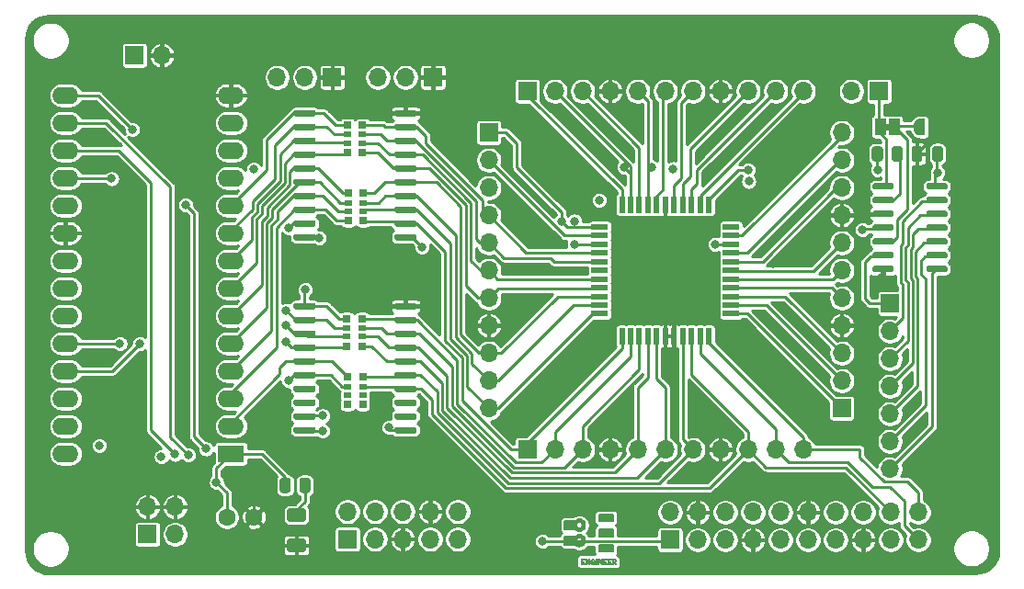
<source format=gbr>
%TF.GenerationSoftware,KiCad,Pcbnew,(5.1.10)-1*%
%TF.CreationDate,2021-06-15T10:47:19-05:00*%
%TF.ProjectId,gd 6502 proto pcb,67642036-3530-4322-9070-726f746f2070,rev?*%
%TF.SameCoordinates,Original*%
%TF.FileFunction,Copper,L1,Top*%
%TF.FilePolarity,Positive*%
%FSLAX46Y46*%
G04 Gerber Fmt 4.6, Leading zero omitted, Abs format (unit mm)*
G04 Created by KiCad (PCBNEW (5.1.10)-1) date 2021-06-15 10:47:19*
%MOMM*%
%LPD*%
G01*
G04 APERTURE LIST*
%TA.AperFunction,EtchedComponent*%
%ADD10C,0.095901*%
%TD*%
%TA.AperFunction,EtchedComponent*%
%ADD11C,0.134262*%
%TD*%
%TA.AperFunction,EtchedComponent*%
%ADD12C,0.100000*%
%TD*%
%TA.AperFunction,ComponentPad*%
%ADD13O,1.700000X1.700000*%
%TD*%
%TA.AperFunction,ComponentPad*%
%ADD14R,1.700000X1.700000*%
%TD*%
%TA.AperFunction,SMDPad,CuDef*%
%ADD15R,0.520000X1.500000*%
%TD*%
%TA.AperFunction,SMDPad,CuDef*%
%ADD16R,1.500000X0.520000*%
%TD*%
%TA.AperFunction,ComponentPad*%
%ADD17O,2.400000X1.600000*%
%TD*%
%TA.AperFunction,ComponentPad*%
%ADD18R,2.400000X1.600000*%
%TD*%
%TA.AperFunction,SMDPad,CuDef*%
%ADD19R,0.700000X0.640000*%
%TD*%
%TA.AperFunction,SMDPad,CuDef*%
%ADD20R,0.700000X0.500000*%
%TD*%
%TA.AperFunction,SMDPad,CuDef*%
%ADD21C,0.100000*%
%TD*%
%TA.AperFunction,SMDPad,CuDef*%
%ADD22R,1.000000X1.500000*%
%TD*%
%TA.AperFunction,ComponentPad*%
%ADD23C,1.600000*%
%TD*%
%TA.AperFunction,ViaPad*%
%ADD24C,0.800000*%
%TD*%
%TA.AperFunction,Conductor*%
%ADD25C,0.254000*%
%TD*%
%TA.AperFunction,Conductor*%
%ADD26C,0.100000*%
%TD*%
G04 APERTURE END LIST*
D10*
%TO.C,svg2mod*%
G36*
X187852750Y-112999261D02*
G01*
X187852750Y-112915563D01*
X187922750Y-112915563D01*
X187972750Y-112910413D01*
X188000250Y-112888522D01*
X188012750Y-112849892D01*
X188000250Y-112812550D01*
X187974000Y-112791948D01*
X187920250Y-112788085D01*
X187852750Y-112788084D01*
X187852750Y-112915563D01*
X187852750Y-112999261D01*
X187852750Y-113196274D01*
X187739000Y-113196274D01*
X187739000Y-112697948D01*
X187951500Y-112697948D01*
X188046500Y-112712112D01*
X188105250Y-112763618D01*
X188129000Y-112847317D01*
X188108219Y-112924255D01*
X188045250Y-112976083D01*
X188134000Y-113196274D01*
X188009000Y-113196274D01*
X187935250Y-112999261D01*
X187852750Y-112999261D01*
G37*
X187852750Y-112999261D02*
X187852750Y-112915563D01*
X187922750Y-112915563D01*
X187972750Y-112910413D01*
X188000250Y-112888522D01*
X188012750Y-112849892D01*
X188000250Y-112812550D01*
X187974000Y-112791948D01*
X187920250Y-112788085D01*
X187852750Y-112788084D01*
X187852750Y-112915563D01*
X187852750Y-112999261D01*
X187852750Y-113196274D01*
X187739000Y-113196274D01*
X187739000Y-112697948D01*
X187951500Y-112697948D01*
X188046500Y-112712112D01*
X188105250Y-112763618D01*
X188129000Y-112847317D01*
X188108219Y-112924255D01*
X188045250Y-112976083D01*
X188134000Y-113196274D01*
X188009000Y-113196274D01*
X187935250Y-112999261D01*
X187852750Y-112999261D01*
G36*
X187671500Y-112793235D02*
G01*
X187441500Y-112793235D01*
X187441500Y-112894960D01*
X187621500Y-112894960D01*
X187621500Y-112988960D01*
X187440250Y-112988960D01*
X187440250Y-113097123D01*
X187671500Y-113097123D01*
X187671500Y-113196274D01*
X187326500Y-113196274D01*
X187326500Y-112697948D01*
X187671500Y-112697948D01*
X187671500Y-112793235D01*
G37*
X187671500Y-112793235D02*
X187441500Y-112793235D01*
X187441500Y-112894960D01*
X187621500Y-112894960D01*
X187621500Y-112988960D01*
X187440250Y-112988960D01*
X187440250Y-113097123D01*
X187671500Y-113097123D01*
X187671500Y-113196274D01*
X187326500Y-113196274D01*
X187326500Y-112697948D01*
X187671500Y-112697948D01*
X187671500Y-112793235D01*
G36*
X187257750Y-112793235D02*
G01*
X187027750Y-112793235D01*
X187027750Y-112894960D01*
X187209000Y-112894960D01*
X187209000Y-112988960D01*
X187027750Y-112988960D01*
X187027750Y-113097123D01*
X187257750Y-113097123D01*
X187257750Y-113196274D01*
X186912750Y-113196274D01*
X186912750Y-112697948D01*
X187257750Y-112697948D01*
X187257750Y-112793235D01*
G37*
X187257750Y-112793235D02*
X187027750Y-112793235D01*
X187027750Y-112894960D01*
X187209000Y-112894960D01*
X187209000Y-112988960D01*
X187027750Y-112988960D01*
X187027750Y-113097123D01*
X187257750Y-113097123D01*
X187257750Y-113196274D01*
X186912750Y-113196274D01*
X186912750Y-112697948D01*
X187257750Y-112697948D01*
X187257750Y-112793235D01*
G36*
X186815250Y-112699235D02*
G01*
X186815250Y-113197561D01*
X186719000Y-113197561D01*
X186530250Y-112861481D01*
X186531493Y-112878221D01*
X186532737Y-112900111D01*
X186532737Y-113198849D01*
X186443987Y-113198849D01*
X186443987Y-112700523D01*
X186566487Y-112700523D01*
X186731487Y-112994110D01*
X186728987Y-112960631D01*
X186728987Y-112700523D01*
X186815237Y-112700523D01*
X186815250Y-112699235D01*
G37*
X186815250Y-112699235D02*
X186815250Y-113197561D01*
X186719000Y-113197561D01*
X186530250Y-112861481D01*
X186531493Y-112878221D01*
X186532737Y-112900111D01*
X186532737Y-113198849D01*
X186443987Y-113198849D01*
X186443987Y-112700523D01*
X186566487Y-112700523D01*
X186731487Y-112994110D01*
X186728987Y-112960631D01*
X186728987Y-112700523D01*
X186815237Y-112700523D01*
X186815250Y-112699235D01*
G36*
X186345250Y-112699235D02*
G01*
X186345250Y-113197561D01*
X186232750Y-113197561D01*
X186232750Y-112699235D01*
X186345250Y-112699235D01*
G37*
X186345250Y-112699235D02*
X186345250Y-113197561D01*
X186232750Y-113197561D01*
X186232750Y-112699235D01*
X186345250Y-112699235D01*
G36*
X186144000Y-112931015D02*
G01*
X186144000Y-113197561D01*
X186092750Y-113197561D01*
X186076500Y-113139616D01*
X185944000Y-113204000D01*
X185859937Y-113186616D01*
X185796500Y-113134466D01*
X185757125Y-113054470D01*
X185744000Y-112954193D01*
X185758062Y-112846673D01*
X185800250Y-112762331D01*
X185866656Y-112708410D01*
X185952750Y-112690222D01*
X186082750Y-112736577D01*
X186142750Y-112861481D01*
X186035250Y-112875645D01*
X185951500Y-112785509D01*
X185881500Y-112828002D01*
X185857750Y-112950330D01*
X185882750Y-113067507D01*
X185955250Y-113107425D01*
X186009000Y-113086822D01*
X186032750Y-113021151D01*
X185941500Y-113021151D01*
X185941500Y-112928439D01*
X186144000Y-112928439D01*
X186144000Y-112931015D01*
G37*
X186144000Y-112931015D02*
X186144000Y-113197561D01*
X186092750Y-113197561D01*
X186076500Y-113139616D01*
X185944000Y-113204000D01*
X185859937Y-113186616D01*
X185796500Y-113134466D01*
X185757125Y-113054470D01*
X185744000Y-112954193D01*
X185758062Y-112846673D01*
X185800250Y-112762331D01*
X185866656Y-112708410D01*
X185952750Y-112690222D01*
X186082750Y-112736577D01*
X186142750Y-112861481D01*
X186035250Y-112875645D01*
X185951500Y-112785509D01*
X185881500Y-112828002D01*
X185857750Y-112950330D01*
X185882750Y-113067507D01*
X185955250Y-113107425D01*
X186009000Y-113086822D01*
X186032750Y-113021151D01*
X185941500Y-113021151D01*
X185941500Y-112928439D01*
X186144000Y-112928439D01*
X186144000Y-112931015D01*
G36*
X185669000Y-112699235D02*
G01*
X185669000Y-113197561D01*
X185572750Y-113197561D01*
X185384000Y-112860193D01*
X185385243Y-112876933D01*
X185386487Y-112898823D01*
X185386487Y-113197561D01*
X185297737Y-113197561D01*
X185297737Y-112699235D01*
X185420237Y-112699235D01*
X185585237Y-112992823D01*
X185582737Y-112959343D01*
X185582737Y-112699235D01*
X185669000Y-112699235D01*
G37*
X185669000Y-112699235D02*
X185669000Y-113197561D01*
X185572750Y-113197561D01*
X185384000Y-112860193D01*
X185385243Y-112876933D01*
X185386487Y-112898823D01*
X185386487Y-113197561D01*
X185297737Y-113197561D01*
X185297737Y-112699235D01*
X185420237Y-112699235D01*
X185585237Y-112992823D01*
X185582737Y-112959343D01*
X185582737Y-112699235D01*
X185669000Y-112699235D01*
G36*
X185229000Y-112793235D02*
G01*
X184999000Y-112793235D01*
X184999000Y-112894960D01*
X185180250Y-112894960D01*
X185180250Y-112988960D01*
X184999000Y-112988960D01*
X184999000Y-113097123D01*
X185229000Y-113097123D01*
X185229000Y-113196274D01*
X184884000Y-113196274D01*
X184884000Y-112697948D01*
X185229000Y-112697948D01*
X185229000Y-112793235D01*
G37*
X185229000Y-112793235D02*
X184999000Y-112793235D01*
X184999000Y-112894960D01*
X185180250Y-112894960D01*
X185180250Y-112988960D01*
X184999000Y-112988960D01*
X184999000Y-113097123D01*
X185229000Y-113097123D01*
X185229000Y-113196274D01*
X184884000Y-113196274D01*
X184884000Y-112697948D01*
X185229000Y-112697948D01*
X185229000Y-112793235D01*
D11*
G36*
X184739000Y-109048708D02*
G01*
X184477613Y-109481644D01*
X184538531Y-109388329D01*
X184628746Y-109325435D01*
X184739000Y-109302377D01*
X184849781Y-109325435D01*
X184939937Y-109388329D01*
X185000562Y-109481644D01*
X185022750Y-109595965D01*
X185000562Y-109709541D01*
X184939937Y-109802474D01*
X184849781Y-109865228D01*
X184739000Y-109888265D01*
X184628219Y-109865228D01*
X184538062Y-109802474D01*
X184477437Y-109709541D01*
X184455250Y-109595965D01*
X184477613Y-109481644D01*
X184739000Y-109048708D01*
X184600898Y-109067546D01*
X184476685Y-109120435D01*
X184370250Y-109201940D01*
X183402750Y-109201940D01*
X183402750Y-109989990D01*
X184370250Y-109989990D01*
X184476130Y-110072067D01*
X184600620Y-110124670D01*
X184739000Y-110143222D01*
X184880348Y-110123699D01*
X185007287Y-110068585D01*
X185114781Y-109983069D01*
X185197796Y-109872336D01*
X185251297Y-109741572D01*
X185270250Y-109595965D01*
X185251297Y-109450358D01*
X185197796Y-109319594D01*
X185114781Y-109208861D01*
X185007287Y-109123344D01*
X184880348Y-109068231D01*
X184739000Y-109048708D01*
G37*
X184739000Y-109048708D02*
X184477613Y-109481644D01*
X184538531Y-109388329D01*
X184628746Y-109325435D01*
X184739000Y-109302377D01*
X184849781Y-109325435D01*
X184939937Y-109388329D01*
X185000562Y-109481644D01*
X185022750Y-109595965D01*
X185000562Y-109709541D01*
X184939937Y-109802474D01*
X184849781Y-109865228D01*
X184739000Y-109888265D01*
X184628219Y-109865228D01*
X184538062Y-109802474D01*
X184477437Y-109709541D01*
X184455250Y-109595965D01*
X184477613Y-109481644D01*
X184739000Y-109048708D01*
X184600898Y-109067546D01*
X184476685Y-109120435D01*
X184370250Y-109201940D01*
X183402750Y-109201940D01*
X183402750Y-109989990D01*
X184370250Y-109989990D01*
X184476130Y-110072067D01*
X184600620Y-110124670D01*
X184739000Y-110143222D01*
X184880348Y-110123699D01*
X185007287Y-110068585D01*
X185114781Y-109983069D01*
X185197796Y-109872336D01*
X185251297Y-109741572D01*
X185270250Y-109595965D01*
X185251297Y-109450358D01*
X185197796Y-109319594D01*
X185114781Y-109208861D01*
X185007287Y-109123344D01*
X184880348Y-109068231D01*
X184739000Y-109048708D01*
G36*
X186549000Y-111401270D02*
G01*
X187866500Y-111401270D01*
X187866500Y-112012910D01*
X186549000Y-112012910D01*
X186549000Y-111401270D01*
G37*
X186549000Y-111401270D02*
X187866500Y-111401270D01*
X187866500Y-112012910D01*
X186549000Y-112012910D01*
X186549000Y-111401270D01*
G36*
X186549000Y-109997716D02*
G01*
X187866500Y-109997716D01*
X187866500Y-110609357D01*
X186549000Y-110609357D01*
X186549000Y-109997716D01*
G37*
X186549000Y-109997716D02*
X187866500Y-109997716D01*
X187866500Y-110609357D01*
X186549000Y-110609357D01*
X186549000Y-109997716D01*
G36*
X186549000Y-108598025D02*
G01*
X187866500Y-108598025D01*
X187866500Y-109209666D01*
X186549000Y-109209666D01*
X186549000Y-108598025D01*
G37*
X186549000Y-108598025D02*
X187866500Y-108598025D01*
X187866500Y-109209666D01*
X186549000Y-109209666D01*
X186549000Y-108598025D01*
G36*
X184739000Y-110445823D02*
G01*
X184477613Y-110878961D01*
X184538531Y-110786088D01*
X184628746Y-110723637D01*
X184739000Y-110700781D01*
X184849781Y-110723818D01*
X184939937Y-110786571D01*
X185000562Y-110879505D01*
X185022750Y-110993080D01*
X185000562Y-111107401D01*
X184939937Y-111200716D01*
X184849781Y-111263611D01*
X184739000Y-111286668D01*
X184628219Y-111263611D01*
X184538062Y-111200716D01*
X184477437Y-111107401D01*
X184455250Y-110993080D01*
X184477613Y-110878961D01*
X184739000Y-110445823D01*
X184600898Y-110464661D01*
X184476685Y-110517551D01*
X184370250Y-110599055D01*
X183402750Y-110599055D01*
X183402750Y-111387106D01*
X184370250Y-111387106D01*
X184476130Y-111469182D01*
X184600620Y-111521786D01*
X184739000Y-111540338D01*
X184880348Y-111520814D01*
X185007287Y-111465701D01*
X185114781Y-111380185D01*
X185197796Y-111269451D01*
X185251297Y-111138688D01*
X185270250Y-110993080D01*
X185251297Y-110847473D01*
X185197796Y-110716710D01*
X185114781Y-110605976D01*
X185007287Y-110520460D01*
X184880348Y-110465347D01*
X184739000Y-110445823D01*
G37*
X184739000Y-110445823D02*
X184477613Y-110878961D01*
X184538531Y-110786088D01*
X184628746Y-110723637D01*
X184739000Y-110700781D01*
X184849781Y-110723818D01*
X184939937Y-110786571D01*
X185000562Y-110879505D01*
X185022750Y-110993080D01*
X185000562Y-111107401D01*
X184939937Y-111200716D01*
X184849781Y-111263611D01*
X184739000Y-111286668D01*
X184628219Y-111263611D01*
X184538062Y-111200716D01*
X184477437Y-111107401D01*
X184455250Y-110993080D01*
X184477613Y-110878961D01*
X184739000Y-110445823D01*
X184600898Y-110464661D01*
X184476685Y-110517551D01*
X184370250Y-110599055D01*
X183402750Y-110599055D01*
X183402750Y-111387106D01*
X184370250Y-111387106D01*
X184476130Y-111469182D01*
X184600620Y-111521786D01*
X184739000Y-111540338D01*
X184880348Y-111520814D01*
X185007287Y-111465701D01*
X185114781Y-111380185D01*
X185197796Y-111269451D01*
X185251297Y-111138688D01*
X185270250Y-110993080D01*
X185251297Y-110847473D01*
X185197796Y-110716710D01*
X185114781Y-110605976D01*
X185007287Y-110520460D01*
X184880348Y-110465347D01*
X184739000Y-110445823D01*
D12*
%TO.C,JP2*%
G36*
X213356000Y-73198000D02*
G01*
X212856000Y-73198000D01*
X212856000Y-72598000D01*
X213356000Y-72598000D01*
X213356000Y-73198000D01*
G37*
%TD*%
D13*
%TO.P,J1,4*%
%TO.N,GND*%
X147510500Y-107886500D03*
%TO.P,J1,3*%
%TO.N,+5V*%
X147510500Y-110426500D03*
%TO.P,J1,2*%
%TO.N,GND*%
X144970500Y-107886500D03*
D14*
%TO.P,J1,1*%
%TO.N,+5V*%
X144970500Y-110426500D03*
%TD*%
D13*
%TO.P,J10,7*%
%TO.N,/3A*%
X213360000Y-104394000D03*
%TO.P,J10,6*%
%TO.N,/3B*%
X213360000Y-101854000D03*
%TO.P,J10,5*%
%TO.N,/3Y*%
X213360000Y-99314000D03*
%TO.P,J10,4*%
%TO.N,/4A*%
X213360000Y-96774000D03*
%TO.P,J10,3*%
%TO.N,/4B*%
X213360000Y-94234000D03*
%TO.P,J10,2*%
%TO.N,/4Y*%
X213360000Y-91694000D03*
D14*
%TO.P,J10,1*%
%TO.N,/PH1*%
X213360000Y-89154000D03*
%TD*%
D13*
%TO.P,J2,11*%
%TO.N,/A6*%
X176403000Y-98806000D03*
%TO.P,J2,10*%
%TO.N,/A5*%
X176403000Y-96266000D03*
%TO.P,J2,9*%
%TO.N,/A4*%
X176403000Y-93726000D03*
%TO.P,J2,8*%
%TO.N,GND*%
X176403000Y-91186000D03*
%TO.P,J2,7*%
%TO.N,/A3*%
X176403000Y-88646000D03*
%TO.P,J2,6*%
%TO.N,/A2*%
X176403000Y-86106000D03*
%TO.P,J2,5*%
%TO.N,/A1*%
X176403000Y-83566000D03*
%TO.P,J2,4*%
%TO.N,/A0*%
X176403000Y-81026000D03*
%TO.P,J2,3*%
%TO.N,+5V*%
X176403000Y-78486000D03*
%TO.P,J2,2*%
%TO.N,/~SYNC*%
X176403000Y-75946000D03*
D14*
%TO.P,J2,1*%
%TO.N,/~NMI*%
X176403000Y-73406000D03*
%TD*%
%TO.P,U5,20*%
%TO.N,+5V*%
%TA.AperFunction,SMDPad,CuDef*%
G36*
G01*
X160464000Y-100688000D02*
X160464000Y-100988000D01*
G75*
G02*
X160314000Y-101138000I-150000J0D01*
G01*
X158564000Y-101138000D01*
G75*
G02*
X158414000Y-100988000I0J150000D01*
G01*
X158414000Y-100688000D01*
G75*
G02*
X158564000Y-100538000I150000J0D01*
G01*
X160314000Y-100538000D01*
G75*
G02*
X160464000Y-100688000I0J-150000D01*
G01*
G37*
%TD.AperFunction*%
%TO.P,U5,19*%
%TO.N,/ROMG*%
%TA.AperFunction,SMDPad,CuDef*%
G36*
G01*
X160464000Y-99418000D02*
X160464000Y-99718000D01*
G75*
G02*
X160314000Y-99868000I-150000J0D01*
G01*
X158564000Y-99868000D01*
G75*
G02*
X158414000Y-99718000I0J150000D01*
G01*
X158414000Y-99418000D01*
G75*
G02*
X158564000Y-99268000I150000J0D01*
G01*
X160314000Y-99268000D01*
G75*
G02*
X160464000Y-99418000I0J-150000D01*
G01*
G37*
%TD.AperFunction*%
%TO.P,U5,18*%
%TO.N,Net-(U5-Pad18)*%
%TA.AperFunction,SMDPad,CuDef*%
G36*
G01*
X160464000Y-98148000D02*
X160464000Y-98448000D01*
G75*
G02*
X160314000Y-98598000I-150000J0D01*
G01*
X158564000Y-98598000D01*
G75*
G02*
X158414000Y-98448000I0J150000D01*
G01*
X158414000Y-98148000D01*
G75*
G02*
X158564000Y-97998000I150000J0D01*
G01*
X160314000Y-97998000D01*
G75*
G02*
X160464000Y-98148000I0J-150000D01*
G01*
G37*
%TD.AperFunction*%
%TO.P,U5,17*%
%TO.N,Net-(U5-Pad17)*%
%TA.AperFunction,SMDPad,CuDef*%
G36*
G01*
X160464000Y-96878000D02*
X160464000Y-97178000D01*
G75*
G02*
X160314000Y-97328000I-150000J0D01*
G01*
X158564000Y-97328000D01*
G75*
G02*
X158414000Y-97178000I0J150000D01*
G01*
X158414000Y-96878000D01*
G75*
G02*
X158564000Y-96728000I150000J0D01*
G01*
X160314000Y-96728000D01*
G75*
G02*
X160464000Y-96878000I0J-150000D01*
G01*
G37*
%TD.AperFunction*%
%TO.P,U5,16*%
%TO.N,/BA13*%
%TA.AperFunction,SMDPad,CuDef*%
G36*
G01*
X160464000Y-95608000D02*
X160464000Y-95908000D01*
G75*
G02*
X160314000Y-96058000I-150000J0D01*
G01*
X158564000Y-96058000D01*
G75*
G02*
X158414000Y-95908000I0J150000D01*
G01*
X158414000Y-95608000D01*
G75*
G02*
X158564000Y-95458000I150000J0D01*
G01*
X160314000Y-95458000D01*
G75*
G02*
X160464000Y-95608000I0J-150000D01*
G01*
G37*
%TD.AperFunction*%
%TO.P,U5,15*%
%TO.N,/BA12*%
%TA.AperFunction,SMDPad,CuDef*%
G36*
G01*
X160464000Y-94338000D02*
X160464000Y-94638000D01*
G75*
G02*
X160314000Y-94788000I-150000J0D01*
G01*
X158564000Y-94788000D01*
G75*
G02*
X158414000Y-94638000I0J150000D01*
G01*
X158414000Y-94338000D01*
G75*
G02*
X158564000Y-94188000I150000J0D01*
G01*
X160314000Y-94188000D01*
G75*
G02*
X160464000Y-94338000I0J-150000D01*
G01*
G37*
%TD.AperFunction*%
%TO.P,U5,14*%
%TO.N,/BA11*%
%TA.AperFunction,SMDPad,CuDef*%
G36*
G01*
X160464000Y-93068000D02*
X160464000Y-93368000D01*
G75*
G02*
X160314000Y-93518000I-150000J0D01*
G01*
X158564000Y-93518000D01*
G75*
G02*
X158414000Y-93368000I0J150000D01*
G01*
X158414000Y-93068000D01*
G75*
G02*
X158564000Y-92918000I150000J0D01*
G01*
X160314000Y-92918000D01*
G75*
G02*
X160464000Y-93068000I0J-150000D01*
G01*
G37*
%TD.AperFunction*%
%TO.P,U5,13*%
%TO.N,/BA10*%
%TA.AperFunction,SMDPad,CuDef*%
G36*
G01*
X160464000Y-91798000D02*
X160464000Y-92098000D01*
G75*
G02*
X160314000Y-92248000I-150000J0D01*
G01*
X158564000Y-92248000D01*
G75*
G02*
X158414000Y-92098000I0J150000D01*
G01*
X158414000Y-91798000D01*
G75*
G02*
X158564000Y-91648000I150000J0D01*
G01*
X160314000Y-91648000D01*
G75*
G02*
X160464000Y-91798000I0J-150000D01*
G01*
G37*
%TD.AperFunction*%
%TO.P,U5,12*%
%TO.N,/BA9*%
%TA.AperFunction,SMDPad,CuDef*%
G36*
G01*
X160464000Y-90528000D02*
X160464000Y-90828000D01*
G75*
G02*
X160314000Y-90978000I-150000J0D01*
G01*
X158564000Y-90978000D01*
G75*
G02*
X158414000Y-90828000I0J150000D01*
G01*
X158414000Y-90528000D01*
G75*
G02*
X158564000Y-90378000I150000J0D01*
G01*
X160314000Y-90378000D01*
G75*
G02*
X160464000Y-90528000I0J-150000D01*
G01*
G37*
%TD.AperFunction*%
%TO.P,U5,11*%
%TO.N,/BA8*%
%TA.AperFunction,SMDPad,CuDef*%
G36*
G01*
X160464000Y-89258000D02*
X160464000Y-89558000D01*
G75*
G02*
X160314000Y-89708000I-150000J0D01*
G01*
X158564000Y-89708000D01*
G75*
G02*
X158414000Y-89558000I0J150000D01*
G01*
X158414000Y-89258000D01*
G75*
G02*
X158564000Y-89108000I150000J0D01*
G01*
X160314000Y-89108000D01*
G75*
G02*
X160464000Y-89258000I0J-150000D01*
G01*
G37*
%TD.AperFunction*%
%TO.P,U5,10*%
%TO.N,GND*%
%TA.AperFunction,SMDPad,CuDef*%
G36*
G01*
X169764000Y-89258000D02*
X169764000Y-89558000D01*
G75*
G02*
X169614000Y-89708000I-150000J0D01*
G01*
X167864000Y-89708000D01*
G75*
G02*
X167714000Y-89558000I0J150000D01*
G01*
X167714000Y-89258000D01*
G75*
G02*
X167864000Y-89108000I150000J0D01*
G01*
X169614000Y-89108000D01*
G75*
G02*
X169764000Y-89258000I0J-150000D01*
G01*
G37*
%TD.AperFunction*%
%TO.P,U5,9*%
%TO.N,/A8*%
%TA.AperFunction,SMDPad,CuDef*%
G36*
G01*
X169764000Y-90528000D02*
X169764000Y-90828000D01*
G75*
G02*
X169614000Y-90978000I-150000J0D01*
G01*
X167864000Y-90978000D01*
G75*
G02*
X167714000Y-90828000I0J150000D01*
G01*
X167714000Y-90528000D01*
G75*
G02*
X167864000Y-90378000I150000J0D01*
G01*
X169614000Y-90378000D01*
G75*
G02*
X169764000Y-90528000I0J-150000D01*
G01*
G37*
%TD.AperFunction*%
%TO.P,U5,8*%
%TO.N,/A9*%
%TA.AperFunction,SMDPad,CuDef*%
G36*
G01*
X169764000Y-91798000D02*
X169764000Y-92098000D01*
G75*
G02*
X169614000Y-92248000I-150000J0D01*
G01*
X167864000Y-92248000D01*
G75*
G02*
X167714000Y-92098000I0J150000D01*
G01*
X167714000Y-91798000D01*
G75*
G02*
X167864000Y-91648000I150000J0D01*
G01*
X169614000Y-91648000D01*
G75*
G02*
X169764000Y-91798000I0J-150000D01*
G01*
G37*
%TD.AperFunction*%
%TO.P,U5,7*%
%TO.N,/A10*%
%TA.AperFunction,SMDPad,CuDef*%
G36*
G01*
X169764000Y-93068000D02*
X169764000Y-93368000D01*
G75*
G02*
X169614000Y-93518000I-150000J0D01*
G01*
X167864000Y-93518000D01*
G75*
G02*
X167714000Y-93368000I0J150000D01*
G01*
X167714000Y-93068000D01*
G75*
G02*
X167864000Y-92918000I150000J0D01*
G01*
X169614000Y-92918000D01*
G75*
G02*
X169764000Y-93068000I0J-150000D01*
G01*
G37*
%TD.AperFunction*%
%TO.P,U5,6*%
%TO.N,/A11*%
%TA.AperFunction,SMDPad,CuDef*%
G36*
G01*
X169764000Y-94338000D02*
X169764000Y-94638000D01*
G75*
G02*
X169614000Y-94788000I-150000J0D01*
G01*
X167864000Y-94788000D01*
G75*
G02*
X167714000Y-94638000I0J150000D01*
G01*
X167714000Y-94338000D01*
G75*
G02*
X167864000Y-94188000I150000J0D01*
G01*
X169614000Y-94188000D01*
G75*
G02*
X169764000Y-94338000I0J-150000D01*
G01*
G37*
%TD.AperFunction*%
%TO.P,U5,5*%
%TO.N,/A12*%
%TA.AperFunction,SMDPad,CuDef*%
G36*
G01*
X169764000Y-95608000D02*
X169764000Y-95908000D01*
G75*
G02*
X169614000Y-96058000I-150000J0D01*
G01*
X167864000Y-96058000D01*
G75*
G02*
X167714000Y-95908000I0J150000D01*
G01*
X167714000Y-95608000D01*
G75*
G02*
X167864000Y-95458000I150000J0D01*
G01*
X169614000Y-95458000D01*
G75*
G02*
X169764000Y-95608000I0J-150000D01*
G01*
G37*
%TD.AperFunction*%
%TO.P,U5,4*%
%TO.N,/A13*%
%TA.AperFunction,SMDPad,CuDef*%
G36*
G01*
X169764000Y-96878000D02*
X169764000Y-97178000D01*
G75*
G02*
X169614000Y-97328000I-150000J0D01*
G01*
X167864000Y-97328000D01*
G75*
G02*
X167714000Y-97178000I0J150000D01*
G01*
X167714000Y-96878000D01*
G75*
G02*
X167864000Y-96728000I150000J0D01*
G01*
X169614000Y-96728000D01*
G75*
G02*
X169764000Y-96878000I0J-150000D01*
G01*
G37*
%TD.AperFunction*%
%TO.P,U5,3*%
%TO.N,Net-(U5-Pad3)*%
%TA.AperFunction,SMDPad,CuDef*%
G36*
G01*
X169764000Y-98148000D02*
X169764000Y-98448000D01*
G75*
G02*
X169614000Y-98598000I-150000J0D01*
G01*
X167864000Y-98598000D01*
G75*
G02*
X167714000Y-98448000I0J150000D01*
G01*
X167714000Y-98148000D01*
G75*
G02*
X167864000Y-97998000I150000J0D01*
G01*
X169614000Y-97998000D01*
G75*
G02*
X169764000Y-98148000I0J-150000D01*
G01*
G37*
%TD.AperFunction*%
%TO.P,U5,2*%
%TO.N,Net-(U5-Pad2)*%
%TA.AperFunction,SMDPad,CuDef*%
G36*
G01*
X169764000Y-99418000D02*
X169764000Y-99718000D01*
G75*
G02*
X169614000Y-99868000I-150000J0D01*
G01*
X167864000Y-99868000D01*
G75*
G02*
X167714000Y-99718000I0J150000D01*
G01*
X167714000Y-99418000D01*
G75*
G02*
X167864000Y-99268000I150000J0D01*
G01*
X169614000Y-99268000D01*
G75*
G02*
X169764000Y-99418000I0J-150000D01*
G01*
G37*
%TD.AperFunction*%
%TO.P,U5,1*%
%TO.N,/ROMDIR*%
%TA.AperFunction,SMDPad,CuDef*%
G36*
G01*
X169764000Y-100688000D02*
X169764000Y-100988000D01*
G75*
G02*
X169614000Y-101138000I-150000J0D01*
G01*
X167864000Y-101138000D01*
G75*
G02*
X167714000Y-100988000I0J150000D01*
G01*
X167714000Y-100688000D01*
G75*
G02*
X167864000Y-100538000I150000J0D01*
G01*
X169614000Y-100538000D01*
G75*
G02*
X169764000Y-100688000I0J-150000D01*
G01*
G37*
%TD.AperFunction*%
%TD*%
D13*
%TO.P,J11,11*%
%TO.N,/A15*%
X205359000Y-102616000D03*
%TO.P,J11,10*%
%TO.N,/A14*%
X202819000Y-102616000D03*
%TO.P,J11,9*%
%TO.N,/A13*%
X200279000Y-102616000D03*
%TO.P,J11,8*%
%TO.N,GND*%
X197739000Y-102616000D03*
%TO.P,J11,7*%
%TO.N,/A12*%
X195199000Y-102616000D03*
%TO.P,J11,6*%
%TO.N,/A11*%
X192659000Y-102616000D03*
%TO.P,J11,5*%
%TO.N,/A10*%
X190119000Y-102616000D03*
%TO.P,J11,4*%
%TO.N,GND*%
X187579000Y-102616000D03*
%TO.P,J11,3*%
%TO.N,/A9*%
X185039000Y-102616000D03*
%TO.P,J11,2*%
%TO.N,/A8*%
X182499000Y-102616000D03*
D14*
%TO.P,J11,1*%
%TO.N,/A7*%
X179959000Y-102616000D03*
%TD*%
D13*
%TO.P,J4,11*%
%TO.N,/PH0*%
X205359000Y-69596000D03*
%TO.P,J4,10*%
%TO.N,/SOB*%
X202819000Y-69596000D03*
%TO.P,J4,9*%
%TO.N,/PHI2O*%
X200279000Y-69596000D03*
%TO.P,J4,8*%
%TO.N,GND*%
X197739000Y-69596000D03*
%TO.P,J4,7*%
%TO.N,/~RES*%
X195199000Y-69596000D03*
%TO.P,J4,6*%
%TO.N,/VPB*%
X192659000Y-69596000D03*
%TO.P,J4,5*%
%TO.N,/RDY*%
X190119000Y-69596000D03*
%TO.P,J4,4*%
%TO.N,GND*%
X187579000Y-69596000D03*
%TO.P,J4,3*%
%TO.N,/PHI1O*%
X185039000Y-69596000D03*
%TO.P,J4,2*%
%TO.N,/~IRQ*%
X182499000Y-69596000D03*
D14*
%TO.P,J4,1*%
%TO.N,/MLB*%
X179959000Y-69596000D03*
%TD*%
D13*
%TO.P,J3,11*%
%TO.N,/RWB*%
X208915000Y-73406000D03*
%TO.P,J3,10*%
%TO.N,/D0*%
X208915000Y-75946000D03*
%TO.P,J3,9*%
%TO.N,/D1*%
X208915000Y-78486000D03*
%TO.P,J3,8*%
%TO.N,GND*%
X208915000Y-81026000D03*
%TO.P,J3,7*%
%TO.N,/D2*%
X208915000Y-83566000D03*
%TO.P,J3,6*%
%TO.N,/D3*%
X208915000Y-86106000D03*
%TO.P,J3,5*%
%TO.N,/D4*%
X208915000Y-88646000D03*
%TO.P,J3,4*%
%TO.N,GND*%
X208915000Y-91186000D03*
%TO.P,J3,3*%
%TO.N,/D5*%
X208915000Y-93726000D03*
%TO.P,J3,2*%
%TO.N,/D6*%
X208915000Y-96266000D03*
D14*
%TO.P,J3,1*%
%TO.N,/D7*%
X208915000Y-98806000D03*
%TD*%
D13*
%TO.P,J12,2*%
%TO.N,GND*%
X146304000Y-66294000D03*
D14*
%TO.P,J12,1*%
%TO.N,/~RCMEN*%
X143764000Y-66294000D03*
%TD*%
%TO.P,R4,2*%
%TO.N,Net-(D1-Pad2)*%
%TA.AperFunction,SMDPad,CuDef*%
G36*
G01*
X158959500Y-106368001D02*
X158959500Y-105467999D01*
G75*
G02*
X159209499Y-105218000I249999J0D01*
G01*
X159734501Y-105218000D01*
G75*
G02*
X159984500Y-105467999I0J-249999D01*
G01*
X159984500Y-106368001D01*
G75*
G02*
X159734501Y-106618000I-249999J0D01*
G01*
X159209499Y-106618000D01*
G75*
G02*
X158959500Y-106368001I0J249999D01*
G01*
G37*
%TD.AperFunction*%
%TO.P,R4,1*%
%TO.N,+5V*%
%TA.AperFunction,SMDPad,CuDef*%
G36*
G01*
X157134500Y-106368001D02*
X157134500Y-105467999D01*
G75*
G02*
X157384499Y-105218000I249999J0D01*
G01*
X157909501Y-105218000D01*
G75*
G02*
X158159500Y-105467999I0J-249999D01*
G01*
X158159500Y-106368001D01*
G75*
G02*
X157909501Y-106618000I-249999J0D01*
G01*
X157384499Y-106618000D01*
G75*
G02*
X157134500Y-106368001I0J249999D01*
G01*
G37*
%TD.AperFunction*%
%TD*%
%TO.P,D1,2*%
%TO.N,Net-(D1-Pad2)*%
%TA.AperFunction,SMDPad,CuDef*%
G36*
G01*
X159311500Y-109270500D02*
X158061500Y-109270500D01*
G75*
G02*
X157811500Y-109020500I0J250000D01*
G01*
X157811500Y-108270500D01*
G75*
G02*
X158061500Y-108020500I250000J0D01*
G01*
X159311500Y-108020500D01*
G75*
G02*
X159561500Y-108270500I0J-250000D01*
G01*
X159561500Y-109020500D01*
G75*
G02*
X159311500Y-109270500I-250000J0D01*
G01*
G37*
%TD.AperFunction*%
%TO.P,D1,1*%
%TO.N,GND*%
%TA.AperFunction,SMDPad,CuDef*%
G36*
G01*
X159311500Y-112070500D02*
X158061500Y-112070500D01*
G75*
G02*
X157811500Y-111820500I0J250000D01*
G01*
X157811500Y-111070500D01*
G75*
G02*
X158061500Y-110820500I250000J0D01*
G01*
X159311500Y-110820500D01*
G75*
G02*
X159561500Y-111070500I0J-250000D01*
G01*
X159561500Y-111820500D01*
G75*
G02*
X159311500Y-112070500I-250000J0D01*
G01*
G37*
%TD.AperFunction*%
%TD*%
%TO.P,U4,20*%
%TO.N,+5V*%
%TA.AperFunction,SMDPad,CuDef*%
G36*
G01*
X160464000Y-82908000D02*
X160464000Y-83208000D01*
G75*
G02*
X160314000Y-83358000I-150000J0D01*
G01*
X158564000Y-83358000D01*
G75*
G02*
X158414000Y-83208000I0J150000D01*
G01*
X158414000Y-82908000D01*
G75*
G02*
X158564000Y-82758000I150000J0D01*
G01*
X160314000Y-82758000D01*
G75*
G02*
X160464000Y-82908000I0J-150000D01*
G01*
G37*
%TD.AperFunction*%
%TO.P,U4,19*%
%TO.N,/ROMG*%
%TA.AperFunction,SMDPad,CuDef*%
G36*
G01*
X160464000Y-81638000D02*
X160464000Y-81938000D01*
G75*
G02*
X160314000Y-82088000I-150000J0D01*
G01*
X158564000Y-82088000D01*
G75*
G02*
X158414000Y-81938000I0J150000D01*
G01*
X158414000Y-81638000D01*
G75*
G02*
X158564000Y-81488000I150000J0D01*
G01*
X160314000Y-81488000D01*
G75*
G02*
X160464000Y-81638000I0J-150000D01*
G01*
G37*
%TD.AperFunction*%
%TO.P,U4,18*%
%TO.N,/BA7*%
%TA.AperFunction,SMDPad,CuDef*%
G36*
G01*
X160464000Y-80368000D02*
X160464000Y-80668000D01*
G75*
G02*
X160314000Y-80818000I-150000J0D01*
G01*
X158564000Y-80818000D01*
G75*
G02*
X158414000Y-80668000I0J150000D01*
G01*
X158414000Y-80368000D01*
G75*
G02*
X158564000Y-80218000I150000J0D01*
G01*
X160314000Y-80218000D01*
G75*
G02*
X160464000Y-80368000I0J-150000D01*
G01*
G37*
%TD.AperFunction*%
%TO.P,U4,17*%
%TO.N,/BA6*%
%TA.AperFunction,SMDPad,CuDef*%
G36*
G01*
X160464000Y-79098000D02*
X160464000Y-79398000D01*
G75*
G02*
X160314000Y-79548000I-150000J0D01*
G01*
X158564000Y-79548000D01*
G75*
G02*
X158414000Y-79398000I0J150000D01*
G01*
X158414000Y-79098000D01*
G75*
G02*
X158564000Y-78948000I150000J0D01*
G01*
X160314000Y-78948000D01*
G75*
G02*
X160464000Y-79098000I0J-150000D01*
G01*
G37*
%TD.AperFunction*%
%TO.P,U4,16*%
%TO.N,/BA5*%
%TA.AperFunction,SMDPad,CuDef*%
G36*
G01*
X160464000Y-77828000D02*
X160464000Y-78128000D01*
G75*
G02*
X160314000Y-78278000I-150000J0D01*
G01*
X158564000Y-78278000D01*
G75*
G02*
X158414000Y-78128000I0J150000D01*
G01*
X158414000Y-77828000D01*
G75*
G02*
X158564000Y-77678000I150000J0D01*
G01*
X160314000Y-77678000D01*
G75*
G02*
X160464000Y-77828000I0J-150000D01*
G01*
G37*
%TD.AperFunction*%
%TO.P,U4,15*%
%TO.N,/BA4*%
%TA.AperFunction,SMDPad,CuDef*%
G36*
G01*
X160464000Y-76558000D02*
X160464000Y-76858000D01*
G75*
G02*
X160314000Y-77008000I-150000J0D01*
G01*
X158564000Y-77008000D01*
G75*
G02*
X158414000Y-76858000I0J150000D01*
G01*
X158414000Y-76558000D01*
G75*
G02*
X158564000Y-76408000I150000J0D01*
G01*
X160314000Y-76408000D01*
G75*
G02*
X160464000Y-76558000I0J-150000D01*
G01*
G37*
%TD.AperFunction*%
%TO.P,U4,14*%
%TO.N,/BA3*%
%TA.AperFunction,SMDPad,CuDef*%
G36*
G01*
X160464000Y-75288000D02*
X160464000Y-75588000D01*
G75*
G02*
X160314000Y-75738000I-150000J0D01*
G01*
X158564000Y-75738000D01*
G75*
G02*
X158414000Y-75588000I0J150000D01*
G01*
X158414000Y-75288000D01*
G75*
G02*
X158564000Y-75138000I150000J0D01*
G01*
X160314000Y-75138000D01*
G75*
G02*
X160464000Y-75288000I0J-150000D01*
G01*
G37*
%TD.AperFunction*%
%TO.P,U4,13*%
%TO.N,/BA2*%
%TA.AperFunction,SMDPad,CuDef*%
G36*
G01*
X160464000Y-74018000D02*
X160464000Y-74318000D01*
G75*
G02*
X160314000Y-74468000I-150000J0D01*
G01*
X158564000Y-74468000D01*
G75*
G02*
X158414000Y-74318000I0J150000D01*
G01*
X158414000Y-74018000D01*
G75*
G02*
X158564000Y-73868000I150000J0D01*
G01*
X160314000Y-73868000D01*
G75*
G02*
X160464000Y-74018000I0J-150000D01*
G01*
G37*
%TD.AperFunction*%
%TO.P,U4,12*%
%TO.N,/BA1*%
%TA.AperFunction,SMDPad,CuDef*%
G36*
G01*
X160464000Y-72748000D02*
X160464000Y-73048000D01*
G75*
G02*
X160314000Y-73198000I-150000J0D01*
G01*
X158564000Y-73198000D01*
G75*
G02*
X158414000Y-73048000I0J150000D01*
G01*
X158414000Y-72748000D01*
G75*
G02*
X158564000Y-72598000I150000J0D01*
G01*
X160314000Y-72598000D01*
G75*
G02*
X160464000Y-72748000I0J-150000D01*
G01*
G37*
%TD.AperFunction*%
%TO.P,U4,11*%
%TO.N,/BA0*%
%TA.AperFunction,SMDPad,CuDef*%
G36*
G01*
X160464000Y-71478000D02*
X160464000Y-71778000D01*
G75*
G02*
X160314000Y-71928000I-150000J0D01*
G01*
X158564000Y-71928000D01*
G75*
G02*
X158414000Y-71778000I0J150000D01*
G01*
X158414000Y-71478000D01*
G75*
G02*
X158564000Y-71328000I150000J0D01*
G01*
X160314000Y-71328000D01*
G75*
G02*
X160464000Y-71478000I0J-150000D01*
G01*
G37*
%TD.AperFunction*%
%TO.P,U4,10*%
%TO.N,GND*%
%TA.AperFunction,SMDPad,CuDef*%
G36*
G01*
X169764000Y-71478000D02*
X169764000Y-71778000D01*
G75*
G02*
X169614000Y-71928000I-150000J0D01*
G01*
X167864000Y-71928000D01*
G75*
G02*
X167714000Y-71778000I0J150000D01*
G01*
X167714000Y-71478000D01*
G75*
G02*
X167864000Y-71328000I150000J0D01*
G01*
X169614000Y-71328000D01*
G75*
G02*
X169764000Y-71478000I0J-150000D01*
G01*
G37*
%TD.AperFunction*%
%TO.P,U4,9*%
%TO.N,/A0*%
%TA.AperFunction,SMDPad,CuDef*%
G36*
G01*
X169764000Y-72748000D02*
X169764000Y-73048000D01*
G75*
G02*
X169614000Y-73198000I-150000J0D01*
G01*
X167864000Y-73198000D01*
G75*
G02*
X167714000Y-73048000I0J150000D01*
G01*
X167714000Y-72748000D01*
G75*
G02*
X167864000Y-72598000I150000J0D01*
G01*
X169614000Y-72598000D01*
G75*
G02*
X169764000Y-72748000I0J-150000D01*
G01*
G37*
%TD.AperFunction*%
%TO.P,U4,8*%
%TO.N,/A1*%
%TA.AperFunction,SMDPad,CuDef*%
G36*
G01*
X169764000Y-74018000D02*
X169764000Y-74318000D01*
G75*
G02*
X169614000Y-74468000I-150000J0D01*
G01*
X167864000Y-74468000D01*
G75*
G02*
X167714000Y-74318000I0J150000D01*
G01*
X167714000Y-74018000D01*
G75*
G02*
X167864000Y-73868000I150000J0D01*
G01*
X169614000Y-73868000D01*
G75*
G02*
X169764000Y-74018000I0J-150000D01*
G01*
G37*
%TD.AperFunction*%
%TO.P,U4,7*%
%TO.N,/A2*%
%TA.AperFunction,SMDPad,CuDef*%
G36*
G01*
X169764000Y-75288000D02*
X169764000Y-75588000D01*
G75*
G02*
X169614000Y-75738000I-150000J0D01*
G01*
X167864000Y-75738000D01*
G75*
G02*
X167714000Y-75588000I0J150000D01*
G01*
X167714000Y-75288000D01*
G75*
G02*
X167864000Y-75138000I150000J0D01*
G01*
X169614000Y-75138000D01*
G75*
G02*
X169764000Y-75288000I0J-150000D01*
G01*
G37*
%TD.AperFunction*%
%TO.P,U4,6*%
%TO.N,/A3*%
%TA.AperFunction,SMDPad,CuDef*%
G36*
G01*
X169764000Y-76558000D02*
X169764000Y-76858000D01*
G75*
G02*
X169614000Y-77008000I-150000J0D01*
G01*
X167864000Y-77008000D01*
G75*
G02*
X167714000Y-76858000I0J150000D01*
G01*
X167714000Y-76558000D01*
G75*
G02*
X167864000Y-76408000I150000J0D01*
G01*
X169614000Y-76408000D01*
G75*
G02*
X169764000Y-76558000I0J-150000D01*
G01*
G37*
%TD.AperFunction*%
%TO.P,U4,5*%
%TO.N,/A4*%
%TA.AperFunction,SMDPad,CuDef*%
G36*
G01*
X169764000Y-77828000D02*
X169764000Y-78128000D01*
G75*
G02*
X169614000Y-78278000I-150000J0D01*
G01*
X167864000Y-78278000D01*
G75*
G02*
X167714000Y-78128000I0J150000D01*
G01*
X167714000Y-77828000D01*
G75*
G02*
X167864000Y-77678000I150000J0D01*
G01*
X169614000Y-77678000D01*
G75*
G02*
X169764000Y-77828000I0J-150000D01*
G01*
G37*
%TD.AperFunction*%
%TO.P,U4,4*%
%TO.N,/A5*%
%TA.AperFunction,SMDPad,CuDef*%
G36*
G01*
X169764000Y-79098000D02*
X169764000Y-79398000D01*
G75*
G02*
X169614000Y-79548000I-150000J0D01*
G01*
X167864000Y-79548000D01*
G75*
G02*
X167714000Y-79398000I0J150000D01*
G01*
X167714000Y-79098000D01*
G75*
G02*
X167864000Y-78948000I150000J0D01*
G01*
X169614000Y-78948000D01*
G75*
G02*
X169764000Y-79098000I0J-150000D01*
G01*
G37*
%TD.AperFunction*%
%TO.P,U4,3*%
%TO.N,/A6*%
%TA.AperFunction,SMDPad,CuDef*%
G36*
G01*
X169764000Y-80368000D02*
X169764000Y-80668000D01*
G75*
G02*
X169614000Y-80818000I-150000J0D01*
G01*
X167864000Y-80818000D01*
G75*
G02*
X167714000Y-80668000I0J150000D01*
G01*
X167714000Y-80368000D01*
G75*
G02*
X167864000Y-80218000I150000J0D01*
G01*
X169614000Y-80218000D01*
G75*
G02*
X169764000Y-80368000I0J-150000D01*
G01*
G37*
%TD.AperFunction*%
%TO.P,U4,2*%
%TO.N,/A7*%
%TA.AperFunction,SMDPad,CuDef*%
G36*
G01*
X169764000Y-81638000D02*
X169764000Y-81938000D01*
G75*
G02*
X169614000Y-82088000I-150000J0D01*
G01*
X167864000Y-82088000D01*
G75*
G02*
X167714000Y-81938000I0J150000D01*
G01*
X167714000Y-81638000D01*
G75*
G02*
X167864000Y-81488000I150000J0D01*
G01*
X169614000Y-81488000D01*
G75*
G02*
X169764000Y-81638000I0J-150000D01*
G01*
G37*
%TD.AperFunction*%
%TO.P,U4,1*%
%TO.N,/ROMDIR*%
%TA.AperFunction,SMDPad,CuDef*%
G36*
G01*
X169764000Y-82908000D02*
X169764000Y-83208000D01*
G75*
G02*
X169614000Y-83358000I-150000J0D01*
G01*
X167864000Y-83358000D01*
G75*
G02*
X167714000Y-83208000I0J150000D01*
G01*
X167714000Y-82908000D01*
G75*
G02*
X167864000Y-82758000I150000J0D01*
G01*
X169614000Y-82758000D01*
G75*
G02*
X169764000Y-82908000I0J-150000D01*
G01*
G37*
%TD.AperFunction*%
%TD*%
%TO.P,U3,14*%
%TO.N,+5V*%
%TA.AperFunction,SMDPad,CuDef*%
G36*
G01*
X216701500Y-78509000D02*
X216701500Y-78209000D01*
G75*
G02*
X216851500Y-78059000I150000J0D01*
G01*
X218501500Y-78059000D01*
G75*
G02*
X218651500Y-78209000I0J-150000D01*
G01*
X218651500Y-78509000D01*
G75*
G02*
X218501500Y-78659000I-150000J0D01*
G01*
X216851500Y-78659000D01*
G75*
G02*
X216701500Y-78509000I0J150000D01*
G01*
G37*
%TD.AperFunction*%
%TO.P,U3,13*%
%TO.N,/4Y*%
%TA.AperFunction,SMDPad,CuDef*%
G36*
G01*
X216701500Y-79779000D02*
X216701500Y-79479000D01*
G75*
G02*
X216851500Y-79329000I150000J0D01*
G01*
X218501500Y-79329000D01*
G75*
G02*
X218651500Y-79479000I0J-150000D01*
G01*
X218651500Y-79779000D01*
G75*
G02*
X218501500Y-79929000I-150000J0D01*
G01*
X216851500Y-79929000D01*
G75*
G02*
X216701500Y-79779000I0J150000D01*
G01*
G37*
%TD.AperFunction*%
%TO.P,U3,12*%
%TO.N,/4B*%
%TA.AperFunction,SMDPad,CuDef*%
G36*
G01*
X216701500Y-81049000D02*
X216701500Y-80749000D01*
G75*
G02*
X216851500Y-80599000I150000J0D01*
G01*
X218501500Y-80599000D01*
G75*
G02*
X218651500Y-80749000I0J-150000D01*
G01*
X218651500Y-81049000D01*
G75*
G02*
X218501500Y-81199000I-150000J0D01*
G01*
X216851500Y-81199000D01*
G75*
G02*
X216701500Y-81049000I0J150000D01*
G01*
G37*
%TD.AperFunction*%
%TO.P,U3,11*%
%TO.N,/4A*%
%TA.AperFunction,SMDPad,CuDef*%
G36*
G01*
X216701500Y-82319000D02*
X216701500Y-82019000D01*
G75*
G02*
X216851500Y-81869000I150000J0D01*
G01*
X218501500Y-81869000D01*
G75*
G02*
X218651500Y-82019000I0J-150000D01*
G01*
X218651500Y-82319000D01*
G75*
G02*
X218501500Y-82469000I-150000J0D01*
G01*
X216851500Y-82469000D01*
G75*
G02*
X216701500Y-82319000I0J150000D01*
G01*
G37*
%TD.AperFunction*%
%TO.P,U3,10*%
%TO.N,/3Y*%
%TA.AperFunction,SMDPad,CuDef*%
G36*
G01*
X216701500Y-83589000D02*
X216701500Y-83289000D01*
G75*
G02*
X216851500Y-83139000I150000J0D01*
G01*
X218501500Y-83139000D01*
G75*
G02*
X218651500Y-83289000I0J-150000D01*
G01*
X218651500Y-83589000D01*
G75*
G02*
X218501500Y-83739000I-150000J0D01*
G01*
X216851500Y-83739000D01*
G75*
G02*
X216701500Y-83589000I0J150000D01*
G01*
G37*
%TD.AperFunction*%
%TO.P,U3,9*%
%TO.N,/3B*%
%TA.AperFunction,SMDPad,CuDef*%
G36*
G01*
X216701500Y-84859000D02*
X216701500Y-84559000D01*
G75*
G02*
X216851500Y-84409000I150000J0D01*
G01*
X218501500Y-84409000D01*
G75*
G02*
X218651500Y-84559000I0J-150000D01*
G01*
X218651500Y-84859000D01*
G75*
G02*
X218501500Y-85009000I-150000J0D01*
G01*
X216851500Y-85009000D01*
G75*
G02*
X216701500Y-84859000I0J150000D01*
G01*
G37*
%TD.AperFunction*%
%TO.P,U3,8*%
%TO.N,/3A*%
%TA.AperFunction,SMDPad,CuDef*%
G36*
G01*
X216701500Y-86129000D02*
X216701500Y-85829000D01*
G75*
G02*
X216851500Y-85679000I150000J0D01*
G01*
X218501500Y-85679000D01*
G75*
G02*
X218651500Y-85829000I0J-150000D01*
G01*
X218651500Y-86129000D01*
G75*
G02*
X218501500Y-86279000I-150000J0D01*
G01*
X216851500Y-86279000D01*
G75*
G02*
X216701500Y-86129000I0J150000D01*
G01*
G37*
%TD.AperFunction*%
%TO.P,U3,7*%
%TO.N,GND*%
%TA.AperFunction,SMDPad,CuDef*%
G36*
G01*
X211751500Y-86129000D02*
X211751500Y-85829000D01*
G75*
G02*
X211901500Y-85679000I150000J0D01*
G01*
X213551500Y-85679000D01*
G75*
G02*
X213701500Y-85829000I0J-150000D01*
G01*
X213701500Y-86129000D01*
G75*
G02*
X213551500Y-86279000I-150000J0D01*
G01*
X211901500Y-86279000D01*
G75*
G02*
X211751500Y-86129000I0J150000D01*
G01*
G37*
%TD.AperFunction*%
%TO.P,U3,6*%
%TO.N,/PH1*%
%TA.AperFunction,SMDPad,CuDef*%
G36*
G01*
X211751500Y-84859000D02*
X211751500Y-84559000D01*
G75*
G02*
X211901500Y-84409000I150000J0D01*
G01*
X213551500Y-84409000D01*
G75*
G02*
X213701500Y-84559000I0J-150000D01*
G01*
X213701500Y-84859000D01*
G75*
G02*
X213551500Y-85009000I-150000J0D01*
G01*
X211901500Y-85009000D01*
G75*
G02*
X211751500Y-84859000I0J150000D01*
G01*
G37*
%TD.AperFunction*%
%TO.P,U3,5*%
%TO.N,Net-(JP2-Pad1)*%
%TA.AperFunction,SMDPad,CuDef*%
G36*
G01*
X211751500Y-83589000D02*
X211751500Y-83289000D01*
G75*
G02*
X211901500Y-83139000I150000J0D01*
G01*
X213551500Y-83139000D01*
G75*
G02*
X213701500Y-83289000I0J-150000D01*
G01*
X213701500Y-83589000D01*
G75*
G02*
X213551500Y-83739000I-150000J0D01*
G01*
X211901500Y-83739000D01*
G75*
G02*
X211751500Y-83589000I0J150000D01*
G01*
G37*
%TD.AperFunction*%
%TO.P,U3,4*%
%TO.N,/PH0_ALT*%
%TA.AperFunction,SMDPad,CuDef*%
G36*
G01*
X211751500Y-82319000D02*
X211751500Y-82019000D01*
G75*
G02*
X211901500Y-81869000I150000J0D01*
G01*
X213551500Y-81869000D01*
G75*
G02*
X213701500Y-82019000I0J-150000D01*
G01*
X213701500Y-82319000D01*
G75*
G02*
X213551500Y-82469000I-150000J0D01*
G01*
X211901500Y-82469000D01*
G75*
G02*
X211751500Y-82319000I0J150000D01*
G01*
G37*
%TD.AperFunction*%
%TO.P,U3,3*%
%TO.N,GND*%
%TA.AperFunction,SMDPad,CuDef*%
G36*
G01*
X211751500Y-81049000D02*
X211751500Y-80749000D01*
G75*
G02*
X211901500Y-80599000I150000J0D01*
G01*
X213551500Y-80599000D01*
G75*
G02*
X213701500Y-80749000I0J-150000D01*
G01*
X213701500Y-81049000D01*
G75*
G02*
X213551500Y-81199000I-150000J0D01*
G01*
X211901500Y-81199000D01*
G75*
G02*
X211751500Y-81049000I0J150000D01*
G01*
G37*
%TD.AperFunction*%
%TO.P,U3,2*%
%TO.N,/~DMA*%
%TA.AperFunction,SMDPad,CuDef*%
G36*
G01*
X211751500Y-79779000D02*
X211751500Y-79479000D01*
G75*
G02*
X211901500Y-79329000I150000J0D01*
G01*
X213551500Y-79329000D01*
G75*
G02*
X213701500Y-79479000I0J-150000D01*
G01*
X213701500Y-79779000D01*
G75*
G02*
X213551500Y-79929000I-150000J0D01*
G01*
X211901500Y-79929000D01*
G75*
G02*
X211751500Y-79779000I0J150000D01*
G01*
G37*
%TD.AperFunction*%
%TO.P,U3,1*%
%TO.N,/DMA*%
%TA.AperFunction,SMDPad,CuDef*%
G36*
G01*
X211751500Y-78509000D02*
X211751500Y-78209000D01*
G75*
G02*
X211901500Y-78059000I150000J0D01*
G01*
X213551500Y-78059000D01*
G75*
G02*
X213701500Y-78209000I0J-150000D01*
G01*
X213701500Y-78509000D01*
G75*
G02*
X213551500Y-78659000I-150000J0D01*
G01*
X211901500Y-78659000D01*
G75*
G02*
X211751500Y-78509000I0J150000D01*
G01*
G37*
%TD.AperFunction*%
%TD*%
D15*
%TO.P,U2,44*%
%TO.N,/MLB*%
X188659000Y-80056000D03*
%TO.P,U2,43*%
%TO.N,/~IRQ*%
X189459000Y-80056000D03*
%TO.P,U2,42*%
%TO.N,/PHI1O*%
X190259000Y-80056000D03*
%TO.P,U2,41*%
%TO.N,/RDY*%
X191059000Y-80056000D03*
%TO.P,U2,40*%
%TO.N,/VPB*%
X191859000Y-80056000D03*
%TO.P,U2,39*%
%TO.N,GND*%
X192659000Y-80056000D03*
%TO.P,U2,38*%
%TO.N,/~RES*%
X193459000Y-80056000D03*
%TO.P,U2,37*%
%TO.N,/PHI2O*%
X194259000Y-80056000D03*
%TO.P,U2,36*%
%TO.N,/SOB*%
X195059000Y-80056000D03*
%TO.P,U2,35*%
%TO.N,/PH0*%
X195859000Y-80056000D03*
%TO.P,U2,34*%
%TO.N,Net-(JP1-Pad2)*%
X196659000Y-80056000D03*
D16*
%TO.P,U2,33*%
%TO.N,Net-(U2-Pad33)*%
X198709000Y-82106000D03*
%TO.P,U2,32*%
%TO.N,/RWB*%
X198709000Y-82906000D03*
%TO.P,U2,31*%
%TO.N,+5V*%
X198709000Y-83706000D03*
%TO.P,U2,30*%
%TO.N,/D0*%
X198709000Y-84506000D03*
%TO.P,U2,29*%
%TO.N,/D1*%
X198709000Y-85306000D03*
%TO.P,U2,28*%
%TO.N,/D2*%
X198709000Y-86106000D03*
%TO.P,U2,27*%
%TO.N,/D3*%
X198709000Y-86906000D03*
%TO.P,U2,26*%
%TO.N,/D4*%
X198709000Y-87706000D03*
%TO.P,U2,25*%
%TO.N,/D5*%
X198709000Y-88506000D03*
%TO.P,U2,24*%
%TO.N,/D6*%
X198709000Y-89306000D03*
%TO.P,U2,23*%
%TO.N,/D7*%
X198709000Y-90106000D03*
D15*
%TO.P,U2,22*%
%TO.N,/A15*%
X196659000Y-92156000D03*
%TO.P,U2,21*%
%TO.N,/A14*%
X195859000Y-92156000D03*
%TO.P,U2,20*%
%TO.N,/A13*%
X195059000Y-92156000D03*
%TO.P,U2,19*%
%TO.N,/A12*%
X194259000Y-92156000D03*
%TO.P,U2,18*%
%TO.N,GND*%
X193459000Y-92156000D03*
%TO.P,U2,17*%
X192659000Y-92156000D03*
%TO.P,U2,16*%
%TO.N,/A11*%
X191859000Y-92156000D03*
%TO.P,U2,15*%
%TO.N,/A10*%
X191059000Y-92156000D03*
%TO.P,U2,14*%
%TO.N,/A9*%
X190259000Y-92156000D03*
%TO.P,U2,13*%
%TO.N,/A8*%
X189459000Y-92156000D03*
%TO.P,U2,12*%
%TO.N,/A7*%
X188659000Y-92156000D03*
D16*
%TO.P,U2,11*%
%TO.N,/A6*%
X186609000Y-90106000D03*
%TO.P,U2,10*%
%TO.N,/A5*%
X186609000Y-89306000D03*
%TO.P,U2,9*%
%TO.N,/A4*%
X186609000Y-88506000D03*
%TO.P,U2,8*%
%TO.N,/A3*%
X186609000Y-87706000D03*
%TO.P,U2,7*%
%TO.N,/A2*%
X186609000Y-86906000D03*
%TO.P,U2,6*%
%TO.N,Net-(U2-Pad6)*%
X186609000Y-86106000D03*
%TO.P,U2,5*%
%TO.N,/A1*%
X186609000Y-85306000D03*
%TO.P,U2,4*%
%TO.N,/A0*%
X186609000Y-84506000D03*
%TO.P,U2,3*%
%TO.N,+5V*%
X186609000Y-83706000D03*
%TO.P,U2,2*%
%TO.N,/~SYNC*%
X186609000Y-82906000D03*
%TO.P,U2,1*%
%TO.N,/~NMI*%
X186609000Y-82106000D03*
%TD*%
D17*
%TO.P,U1,28*%
%TO.N,+5V*%
X137414000Y-102997000D03*
%TO.P,U1,14*%
%TO.N,GND*%
X152654000Y-69977000D03*
%TO.P,U1,27*%
%TO.N,+5V*%
X137414000Y-100457000D03*
%TO.P,U1,13*%
%TO.N,/D2*%
X152654000Y-72517000D03*
%TO.P,U1,26*%
%TO.N,/BA13*%
X137414000Y-97917000D03*
%TO.P,U1,12*%
%TO.N,/D1*%
X152654000Y-75057000D03*
%TO.P,U1,25*%
%TO.N,/BA8*%
X137414000Y-95377000D03*
%TO.P,U1,11*%
%TO.N,/D0*%
X152654000Y-77597000D03*
%TO.P,U1,24*%
%TO.N,/BA9*%
X137414000Y-92837000D03*
%TO.P,U1,10*%
%TO.N,/BA0*%
X152654000Y-80137000D03*
%TO.P,U1,23*%
%TO.N,/BA11*%
X137414000Y-90297000D03*
%TO.P,U1,9*%
%TO.N,/BA1*%
X152654000Y-82677000D03*
%TO.P,U1,22*%
%TO.N,/~RCMEN*%
X137414000Y-87757000D03*
%TO.P,U1,8*%
%TO.N,/BA2*%
X152654000Y-85217000D03*
%TO.P,U1,21*%
%TO.N,/BA10*%
X137414000Y-85217000D03*
%TO.P,U1,7*%
%TO.N,/BA3*%
X152654000Y-87757000D03*
%TO.P,U1,20*%
%TO.N,GND*%
X137414000Y-82677000D03*
%TO.P,U1,6*%
%TO.N,/BA4*%
X152654000Y-90297000D03*
%TO.P,U1,19*%
%TO.N,/D7*%
X137414000Y-80137000D03*
%TO.P,U1,5*%
%TO.N,/BA5*%
X152654000Y-92837000D03*
%TO.P,U1,18*%
%TO.N,/D6*%
X137414000Y-77597000D03*
%TO.P,U1,4*%
%TO.N,/BA6*%
X152654000Y-95377000D03*
%TO.P,U1,17*%
%TO.N,/D5*%
X137414000Y-75057000D03*
%TO.P,U1,3*%
%TO.N,/BA7*%
X152654000Y-97917000D03*
%TO.P,U1,16*%
%TO.N,/D4*%
X137414000Y-72517000D03*
%TO.P,U1,2*%
%TO.N,/BA12*%
X152654000Y-100457000D03*
%TO.P,U1,15*%
%TO.N,/D3*%
X137414000Y-69977000D03*
D18*
%TO.P,U1,1*%
%TO.N,+5V*%
X152654000Y-102997000D03*
%TD*%
%TO.P,RNP1,2*%
%TO.N,/~DMA*%
%TA.AperFunction,SMDPad,CuDef*%
G36*
G01*
X213506000Y-75824501D02*
X213506000Y-74924499D01*
G75*
G02*
X213755999Y-74674500I249999J0D01*
G01*
X214281001Y-74674500D01*
G75*
G02*
X214531000Y-74924499I0J-249999D01*
G01*
X214531000Y-75824501D01*
G75*
G02*
X214281001Y-76074500I-249999J0D01*
G01*
X213755999Y-76074500D01*
G75*
G02*
X213506000Y-75824501I0J249999D01*
G01*
G37*
%TD.AperFunction*%
%TO.P,RNP1,1*%
%TO.N,+5V*%
%TA.AperFunction,SMDPad,CuDef*%
G36*
G01*
X211681000Y-75824501D02*
X211681000Y-74924499D01*
G75*
G02*
X211930999Y-74674500I249999J0D01*
G01*
X212456001Y-74674500D01*
G75*
G02*
X212706000Y-74924499I0J-249999D01*
G01*
X212706000Y-75824501D01*
G75*
G02*
X212456001Y-76074500I-249999J0D01*
G01*
X211930999Y-76074500D01*
G75*
G02*
X211681000Y-75824501I0J249999D01*
G01*
G37*
%TD.AperFunction*%
%TD*%
D19*
%TO.P,RN4,1*%
%TO.N,/BA12*%
X163385500Y-95929500D03*
D20*
%TO.P,RN4,3*%
%TO.N,Net-(RN4-Pad3)*%
X163385500Y-97599500D03*
%TO.P,RN4,2*%
%TO.N,/BA13*%
X163385500Y-96799500D03*
D19*
%TO.P,RN4,4*%
%TO.N,Net-(RN4-Pad4)*%
X163385500Y-98469500D03*
D20*
%TO.P,RN4,7*%
%TO.N,/A13*%
X164785500Y-96799500D03*
D19*
%TO.P,RN4,8*%
%TO.N,/A12*%
X164785500Y-95929500D03*
D20*
%TO.P,RN4,6*%
%TO.N,Net-(RN4-Pad6)*%
X164785500Y-97599500D03*
D19*
%TO.P,RN4,5*%
%TO.N,Net-(RN4-Pad5)*%
X164785500Y-98469500D03*
%TD*%
%TO.P,RN3,1*%
%TO.N,/BA8*%
X163320500Y-90551000D03*
D20*
%TO.P,RN3,3*%
%TO.N,/BA10*%
X163320500Y-92221000D03*
%TO.P,RN3,2*%
%TO.N,/BA9*%
X163320500Y-91421000D03*
D19*
%TO.P,RN3,4*%
%TO.N,/BA11*%
X163320500Y-93091000D03*
D20*
%TO.P,RN3,7*%
%TO.N,/A9*%
X164720500Y-91421000D03*
D19*
%TO.P,RN3,8*%
%TO.N,/A8*%
X164720500Y-90551000D03*
D20*
%TO.P,RN3,6*%
%TO.N,/A10*%
X164720500Y-92221000D03*
D19*
%TO.P,RN3,5*%
%TO.N,/A11*%
X164720500Y-93091000D03*
%TD*%
%TO.P,RN2,1*%
%TO.N,/BA4*%
X163447500Y-78994000D03*
D20*
%TO.P,RN2,3*%
%TO.N,/BA6*%
X163447500Y-80664000D03*
%TO.P,RN2,2*%
%TO.N,/BA5*%
X163447500Y-79864000D03*
D19*
%TO.P,RN2,4*%
%TO.N,/BA7*%
X163447500Y-81534000D03*
D20*
%TO.P,RN2,7*%
%TO.N,/A5*%
X164847500Y-79864000D03*
D19*
%TO.P,RN2,8*%
%TO.N,/A4*%
X164847500Y-78994000D03*
D20*
%TO.P,RN2,6*%
%TO.N,/A6*%
X164847500Y-80664000D03*
D19*
%TO.P,RN2,5*%
%TO.N,/A7*%
X164847500Y-81534000D03*
%TD*%
%TO.P,RN1,1*%
%TO.N,/BA0*%
X163382500Y-72707500D03*
D20*
%TO.P,RN1,3*%
%TO.N,/BA2*%
X163382500Y-74377500D03*
%TO.P,RN1,2*%
%TO.N,/BA1*%
X163382500Y-73577500D03*
D19*
%TO.P,RN1,4*%
%TO.N,/BA3*%
X163382500Y-75247500D03*
D20*
%TO.P,RN1,7*%
%TO.N,/A1*%
X164782500Y-73577500D03*
D19*
%TO.P,RN1,8*%
%TO.N,/A0*%
X164782500Y-72707500D03*
D20*
%TO.P,RN1,6*%
%TO.N,/A2*%
X164782500Y-74377500D03*
D19*
%TO.P,RN1,5*%
%TO.N,/A3*%
X164782500Y-75247500D03*
%TD*%
%TA.AperFunction,SMDPad,CuDef*%
D21*
%TO.P,JP3,2*%
%TO.N,GND*%
G36*
X217375500Y-72148602D02*
G01*
X217400034Y-72148602D01*
X217448865Y-72153412D01*
X217496990Y-72162984D01*
X217543945Y-72177228D01*
X217589278Y-72196005D01*
X217632551Y-72219136D01*
X217673350Y-72246396D01*
X217711279Y-72277524D01*
X217745976Y-72312221D01*
X217777104Y-72350150D01*
X217804364Y-72390949D01*
X217827495Y-72434222D01*
X217846272Y-72479555D01*
X217860516Y-72526510D01*
X217870088Y-72574635D01*
X217874898Y-72623466D01*
X217874898Y-72648000D01*
X217875500Y-72648000D01*
X217875500Y-73148000D01*
X217874898Y-73148000D01*
X217874898Y-73172534D01*
X217870088Y-73221365D01*
X217860516Y-73269490D01*
X217846272Y-73316445D01*
X217827495Y-73361778D01*
X217804364Y-73405051D01*
X217777104Y-73445850D01*
X217745976Y-73483779D01*
X217711279Y-73518476D01*
X217673350Y-73549604D01*
X217632551Y-73576864D01*
X217589278Y-73599995D01*
X217543945Y-73618772D01*
X217496990Y-73633016D01*
X217448865Y-73642588D01*
X217400034Y-73647398D01*
X217375500Y-73647398D01*
X217375500Y-73648000D01*
X216875500Y-73648000D01*
X216875500Y-72148000D01*
X217375500Y-72148000D01*
X217375500Y-72148602D01*
G37*
%TD.AperFunction*%
%TA.AperFunction,SMDPad,CuDef*%
%TO.P,JP3,1*%
%TO.N,Net-(JP2-Pad1)*%
G36*
X216575500Y-73648000D02*
G01*
X216075500Y-73648000D01*
X216075500Y-73647398D01*
X216050966Y-73647398D01*
X216002135Y-73642588D01*
X215954010Y-73633016D01*
X215907055Y-73618772D01*
X215861722Y-73599995D01*
X215818449Y-73576864D01*
X215777650Y-73549604D01*
X215739721Y-73518476D01*
X215705024Y-73483779D01*
X215673896Y-73445850D01*
X215646636Y-73405051D01*
X215623505Y-73361778D01*
X215604728Y-73316445D01*
X215590484Y-73269490D01*
X215580912Y-73221365D01*
X215576102Y-73172534D01*
X215576102Y-73148000D01*
X215575500Y-73148000D01*
X215575500Y-72648000D01*
X215576102Y-72648000D01*
X215576102Y-72623466D01*
X215580912Y-72574635D01*
X215590484Y-72526510D01*
X215604728Y-72479555D01*
X215623505Y-72434222D01*
X215646636Y-72390949D01*
X215673896Y-72350150D01*
X215705024Y-72312221D01*
X215739721Y-72277524D01*
X215777650Y-72246396D01*
X215818449Y-72219136D01*
X215861722Y-72196005D01*
X215907055Y-72177228D01*
X215954010Y-72162984D01*
X216002135Y-72153412D01*
X216050966Y-72148602D01*
X216075500Y-72148602D01*
X216075500Y-72148000D01*
X216575500Y-72148000D01*
X216575500Y-73648000D01*
G37*
%TD.AperFunction*%
%TD*%
D22*
%TO.P,JP2,2*%
%TO.N,/DMA*%
X212456000Y-72898000D03*
%TO.P,JP2,1*%
%TO.N,Net-(JP2-Pad1)*%
X213756000Y-72898000D03*
%TD*%
D13*
%TO.P,J9,2*%
%TO.N,/PH0_ALT*%
X209804000Y-69596000D03*
D14*
%TO.P,J9,1*%
%TO.N,/DMA*%
X212344000Y-69596000D03*
%TD*%
D13*
%TO.P,J8,3*%
%TO.N,+5V*%
X156908500Y-68326000D03*
%TO.P,J8,2*%
%TO.N,/ROMG*%
X159448500Y-68326000D03*
D14*
%TO.P,J8,1*%
%TO.N,GND*%
X161988500Y-68326000D03*
%TD*%
D13*
%TO.P,J7,3*%
%TO.N,+5V*%
X166179500Y-68326000D03*
%TO.P,J7,2*%
%TO.N,/ROMDIR*%
X168719500Y-68326000D03*
D14*
%TO.P,J7,1*%
%TO.N,GND*%
X171259500Y-68326000D03*
%TD*%
D13*
%TO.P,J6,10*%
%TO.N,/D7*%
X173545500Y-108331000D03*
%TO.P,J6,9*%
%TO.N,/D6*%
X173545500Y-110871000D03*
%TO.P,J6,8*%
%TO.N,GND*%
X171005500Y-108331000D03*
%TO.P,J6,7*%
%TO.N,/D4*%
X171005500Y-110871000D03*
%TO.P,J6,6*%
%TO.N,/D5*%
X168465500Y-108331000D03*
%TO.P,J6,5*%
%TO.N,GND*%
X168465500Y-110871000D03*
%TO.P,J6,4*%
%TO.N,/D3*%
X165925500Y-108331000D03*
%TO.P,J6,3*%
%TO.N,/D2*%
X165925500Y-110871000D03*
%TO.P,J6,2*%
%TO.N,/D1*%
X163385500Y-108331000D03*
D14*
%TO.P,J6,1*%
%TO.N,/D0*%
X163385500Y-110871000D03*
%TD*%
D13*
%TO.P,J5,20*%
%TO.N,/A15*%
X215963500Y-108394500D03*
%TO.P,J5,19*%
%TO.N,/A14*%
X215963500Y-110934500D03*
%TO.P,J5,18*%
%TO.N,/A13*%
X213423500Y-108394500D03*
%TO.P,J5,17*%
%TO.N,/A12*%
X213423500Y-110934500D03*
%TO.P,J5,16*%
%TO.N,/A11*%
X210883500Y-108394500D03*
%TO.P,J5,15*%
%TO.N,GND*%
X210883500Y-110934500D03*
%TO.P,J5,14*%
%TO.N,/A9*%
X208343500Y-108394500D03*
%TO.P,J5,13*%
%TO.N,/A10*%
X208343500Y-110934500D03*
%TO.P,J5,12*%
%TO.N,GND*%
X205803500Y-108394500D03*
%TO.P,J5,11*%
%TO.N,/A8*%
X205803500Y-110934500D03*
%TO.P,J5,10*%
%TO.N,/A7*%
X203263500Y-108394500D03*
%TO.P,J5,9*%
%TO.N,/A6*%
X203263500Y-110934500D03*
%TO.P,J5,8*%
%TO.N,/A5*%
X200723500Y-108394500D03*
%TO.P,J5,7*%
%TO.N,GND*%
X200723500Y-110934500D03*
%TO.P,J5,6*%
%TO.N,/A3*%
X198183500Y-108394500D03*
%TO.P,J5,5*%
%TO.N,/A4*%
X198183500Y-110934500D03*
%TO.P,J5,4*%
%TO.N,GND*%
X195643500Y-108394500D03*
%TO.P,J5,3*%
%TO.N,/A2*%
X195643500Y-110934500D03*
%TO.P,J5,2*%
%TO.N,/A1*%
X193103500Y-108394500D03*
D14*
%TO.P,J5,1*%
%TO.N,/A0*%
X193103500Y-110934500D03*
%TD*%
%TO.P,C7,2*%
%TO.N,GND*%
%TA.AperFunction,SMDPad,CuDef*%
G36*
G01*
X216339000Y-74899500D02*
X216339000Y-75849500D01*
G75*
G02*
X216089000Y-76099500I-250000J0D01*
G01*
X215589000Y-76099500D01*
G75*
G02*
X215339000Y-75849500I0J250000D01*
G01*
X215339000Y-74899500D01*
G75*
G02*
X215589000Y-74649500I250000J0D01*
G01*
X216089000Y-74649500D01*
G75*
G02*
X216339000Y-74899500I0J-250000D01*
G01*
G37*
%TD.AperFunction*%
%TO.P,C7,1*%
%TO.N,+5V*%
%TA.AperFunction,SMDPad,CuDef*%
G36*
G01*
X218239000Y-74899500D02*
X218239000Y-75849500D01*
G75*
G02*
X217989000Y-76099500I-250000J0D01*
G01*
X217489000Y-76099500D01*
G75*
G02*
X217239000Y-75849500I0J250000D01*
G01*
X217239000Y-74899500D01*
G75*
G02*
X217489000Y-74649500I250000J0D01*
G01*
X217989000Y-74649500D01*
G75*
G02*
X218239000Y-74899500I0J-250000D01*
G01*
G37*
%TD.AperFunction*%
%TD*%
D23*
%TO.P,C2,2*%
%TO.N,GND*%
X154773000Y-108839000D03*
%TO.P,C2,1*%
%TO.N,+5V*%
X152273000Y-108839000D03*
%TD*%
D24*
%TO.N,GND*%
X192913000Y-93599000D03*
X192659000Y-81661000D03*
X202565000Y-85471000D03*
X181991000Y-85979000D03*
X215773000Y-76771500D03*
X212598000Y-86804500D03*
X155892500Y-105791000D03*
X165671500Y-101155500D03*
X166179500Y-85090000D03*
X170688000Y-71628000D03*
%TO.N,+5V*%
X184277000Y-83693000D03*
X186563000Y-79629000D03*
X193389210Y-76743694D03*
X197231000Y-83693000D03*
X200352709Y-77908964D03*
X217741500Y-77089000D03*
X212217000Y-76835000D03*
X151320500Y-105664000D03*
X161099500Y-100901500D03*
X160782000Y-83121500D03*
%TO.N,/A0*%
X181356000Y-111061500D03*
%TO.N,/D7*%
X150368000Y-102552500D03*
X148463000Y-80073500D03*
%TO.N,/D6*%
X140525500Y-102235000D03*
X141668500Y-77660500D03*
%TO.N,/D5*%
X147510500Y-103060500D03*
%TO.N,/D4*%
X148717000Y-103124000D03*
%TO.N,/D3*%
X146240500Y-103251000D03*
X143582846Y-73144673D03*
%TO.N,/D2*%
X154749500Y-76771500D03*
%TO.N,/~IRQ*%
X188849000Y-76581002D03*
%TO.N,/~NMI*%
X184277000Y-81557500D03*
X183078837Y-81589163D03*
%TO.N,/RDY*%
X191389000Y-76581000D03*
%TO.N,/ROMDIR*%
X170243500Y-83947000D03*
X167195500Y-100584000D03*
%TO.N,/ROMG*%
X157988000Y-82169000D03*
X161099500Y-99504500D03*
%TO.N,/PH0_ALT*%
X210825411Y-82359500D03*
%TO.N,Net-(JP1-Pad2)*%
X200279000Y-76835000D03*
%TO.N,/BA9*%
X157734000Y-89789000D03*
X142430500Y-92837000D03*
%TO.N,/BA8*%
X159512000Y-87884000D03*
X144272000Y-92837000D03*
%TO.N,/BA10*%
X157734000Y-91186000D03*
%TO.N,/BA11*%
X157734000Y-92710000D03*
%TO.N,/BA13*%
X157996337Y-96274337D03*
%TD*%
D25*
%TO.N,GND*%
X192659000Y-93345000D02*
X192913000Y-93599000D01*
X192659000Y-92156000D02*
X192659000Y-93345000D01*
X193459000Y-93053000D02*
X192913000Y-93599000D01*
X193459000Y-92156000D02*
X193459000Y-93053000D01*
X192659000Y-80056000D02*
X192659000Y-81661000D01*
X215775500Y-76769000D02*
X215773000Y-76771500D01*
X215775500Y-75374500D02*
X215775500Y-76769000D01*
X217390500Y-73759500D02*
X217390500Y-72771000D01*
X215775500Y-75374500D02*
X217390500Y-73759500D01*
X212536000Y-86106000D02*
X212536000Y-86742500D01*
X212536000Y-86742500D02*
X212598000Y-86804500D01*
X212536000Y-81026000D02*
X208915000Y-81026000D01*
X154773000Y-106910500D02*
X154773000Y-108839000D01*
X155892500Y-105791000D02*
X154773000Y-106910500D01*
X168739000Y-71628000D02*
X170688000Y-71628000D01*
%TO.N,+5V*%
X184290000Y-83706000D02*
X184277000Y-83693000D01*
X186609000Y-83706000D02*
X184290000Y-83706000D01*
X197244000Y-83706000D02*
X197231000Y-83693000D01*
X198709000Y-83706000D02*
X197244000Y-83706000D01*
X217486000Y-77344500D02*
X217741500Y-77089000D01*
X217486000Y-78486000D02*
X217486000Y-77344500D01*
X217675500Y-77023000D02*
X217741500Y-77089000D01*
X217675500Y-75374500D02*
X217675500Y-77023000D01*
X212193500Y-76811500D02*
X212217000Y-76835000D01*
X212193500Y-75374500D02*
X212193500Y-76811500D01*
X157647000Y-105918000D02*
X157647000Y-105132500D01*
X155511500Y-102997000D02*
X152654000Y-102997000D01*
X157647000Y-105132500D02*
X155511500Y-102997000D01*
X152273000Y-106616500D02*
X151320500Y-105664000D01*
X152273000Y-108839000D02*
X152273000Y-106616500D01*
X159502500Y-100901500D02*
X159439000Y-100838000D01*
X161099500Y-100901500D02*
X159502500Y-100901500D01*
X159502500Y-83121500D02*
X159439000Y-83058000D01*
X160782000Y-83121500D02*
X159502500Y-83121500D01*
X151320500Y-104330500D02*
X152654000Y-102997000D01*
X151320500Y-105664000D02*
X151320500Y-104330500D01*
%TO.N,/A15*%
X205359000Y-101473000D02*
X205359000Y-102616000D01*
X196659000Y-92773000D02*
X205359000Y-101473000D01*
X196659000Y-92156000D02*
X196659000Y-92773000D01*
X215963500Y-106563902D02*
X215963500Y-108394500D01*
X214973799Y-105574201D02*
X215963500Y-106563902D01*
X212793503Y-105574201D02*
X214973799Y-105574201D01*
X210566000Y-103346698D02*
X212793503Y-105574201D01*
X210566000Y-102616000D02*
X210566000Y-103346698D01*
X205359000Y-102616000D02*
X210566000Y-102616000D01*
%TO.N,/A14*%
X202819000Y-100711000D02*
X202819000Y-102616000D01*
X195859000Y-93751000D02*
X202819000Y-100711000D01*
X195859000Y-92156000D02*
X195859000Y-93751000D01*
X214693500Y-107378500D02*
X214693500Y-109664500D01*
X214693500Y-109664500D02*
X215963500Y-110934500D01*
X213346412Y-106031412D02*
X214693500Y-107378500D01*
X209471794Y-103796201D02*
X211707004Y-106031412D01*
X211707004Y-106031412D02*
X213346412Y-106031412D01*
X203999201Y-103796201D02*
X209471794Y-103796201D01*
X202819000Y-102616000D02*
X203999201Y-103796201D01*
%TO.N,/A13*%
X200279000Y-100965000D02*
X200279000Y-102616000D01*
X195059000Y-95745000D02*
X200279000Y-100965000D01*
X195059000Y-92156000D02*
X195059000Y-95745000D01*
X200279000Y-102616000D02*
X201916412Y-104253412D01*
X209282412Y-104253412D02*
X213423500Y-108394500D01*
X201916412Y-104253412D02*
X209282412Y-104253412D01*
X170180000Y-97028000D02*
X168739000Y-97028000D01*
X171195945Y-98043945D02*
X170180000Y-97028000D01*
X171195945Y-99377445D02*
X171195945Y-98043945D01*
X177990553Y-106172053D02*
X171195945Y-99377445D01*
X196722947Y-106172053D02*
X177990553Y-106172053D01*
X200279000Y-102616000D02*
X196722947Y-106172053D01*
X168510500Y-96799500D02*
X168739000Y-97028000D01*
X164785500Y-96799500D02*
X168510500Y-96799500D01*
%TO.N,/A12*%
X194259000Y-101676000D02*
X195199000Y-102616000D01*
X194259000Y-92156000D02*
X194259000Y-101676000D01*
X170116500Y-95758000D02*
X168739000Y-95758000D01*
X171653156Y-97294656D02*
X170116500Y-95758000D01*
X171653156Y-99188064D02*
X171653156Y-97294656D01*
X178179934Y-105714842D02*
X171653156Y-99188064D01*
X192100158Y-105714842D02*
X178179934Y-105714842D01*
X195199000Y-102616000D02*
X192100158Y-105714842D01*
X168567500Y-95929500D02*
X168739000Y-95758000D01*
X164785500Y-95929500D02*
X168567500Y-95929500D01*
%TO.N,/A11*%
X191859000Y-92156000D02*
X191859000Y-96101000D01*
X192659000Y-96901000D02*
X192659000Y-102616000D01*
X191859000Y-96101000D02*
X192659000Y-96901000D01*
X190017369Y-105257631D02*
X192659000Y-102616000D01*
X178369315Y-105257631D02*
X190017369Y-105257631D01*
X172110367Y-98998683D02*
X178369315Y-105257631D01*
X172110367Y-96481867D02*
X172110367Y-98998683D01*
X170116500Y-94488000D02*
X172110367Y-96481867D01*
X168739000Y-94488000D02*
X170116500Y-94488000D01*
X165608000Y-93091000D02*
X164720500Y-93091000D01*
X167005000Y-94488000D02*
X165608000Y-93091000D01*
X168739000Y-94488000D02*
X167005000Y-94488000D01*
%TO.N,/A10*%
X190119000Y-102616000D02*
X190119000Y-96901000D01*
X191059000Y-95961000D02*
X191059000Y-92156000D01*
X190119000Y-96901000D02*
X191059000Y-95961000D01*
X172567578Y-95859578D02*
X169926000Y-93218000D01*
X169926000Y-93218000D02*
X168739000Y-93218000D01*
X172567578Y-98803764D02*
X172567578Y-95859578D01*
X178500736Y-104736921D02*
X172567578Y-98803764D01*
X187998078Y-104736922D02*
X178500736Y-104736921D01*
X190119000Y-102616000D02*
X187998078Y-104736922D01*
X168739000Y-93218000D02*
X167195500Y-93218000D01*
X166198500Y-92221000D02*
X164720500Y-92221000D01*
X167195500Y-93218000D02*
X166198500Y-92221000D01*
%TO.N,/A9*%
X185039000Y-100457000D02*
X185039000Y-102616000D01*
X190259000Y-95237000D02*
X185039000Y-100457000D01*
X190259000Y-92156000D02*
X190259000Y-95237000D01*
X173024789Y-94983289D02*
X169989500Y-91948000D01*
X173024789Y-98614382D02*
X173024789Y-94983289D01*
X178690119Y-104279711D02*
X173024789Y-98614382D01*
X183375289Y-104279711D02*
X178690119Y-104279711D01*
X169989500Y-91948000D02*
X168739000Y-91948000D01*
X185039000Y-102616000D02*
X183375289Y-104279711D01*
X168739000Y-91948000D02*
X167005000Y-91948000D01*
X166478000Y-91421000D02*
X164720500Y-91421000D01*
X167005000Y-91948000D02*
X166478000Y-91421000D01*
%TO.N,/A8*%
X182499000Y-100965000D02*
X182499000Y-102616000D01*
X189459000Y-94005000D02*
X182499000Y-100965000D01*
X189459000Y-92156000D02*
X189459000Y-94005000D01*
X173482000Y-94361000D02*
X169799000Y-90678000D01*
X173482000Y-98425000D02*
X173482000Y-94361000D01*
X178853201Y-103796201D02*
X173482000Y-98425000D01*
X181266201Y-103796201D02*
X178853201Y-103796201D01*
X181292500Y-103822500D02*
X181266201Y-103796201D01*
X169799000Y-90678000D02*
X168739000Y-90678000D01*
X182499000Y-102616000D02*
X181292500Y-103822500D01*
X166370000Y-90551000D02*
X164720500Y-90551000D01*
X168612000Y-90551000D02*
X166370000Y-90551000D01*
X168739000Y-90678000D02*
X168612000Y-90551000D01*
%TO.N,/A7*%
X179959000Y-101981000D02*
X179959000Y-102616000D01*
X188659000Y-93281000D02*
X179959000Y-101981000D01*
X188659000Y-92156000D02*
X188659000Y-93281000D01*
X173939211Y-98108619D02*
X173939211Y-94171618D01*
X179959000Y-102616000D02*
X178446592Y-102616000D01*
X178446592Y-102616000D02*
X173939211Y-98108619D01*
X169764000Y-81788000D02*
X168739000Y-81788000D01*
X172339000Y-84363000D02*
X169764000Y-81788000D01*
X173939211Y-94171618D02*
X172339000Y-92571408D01*
X172339000Y-92571408D02*
X172339000Y-84363000D01*
X164911000Y-81597500D02*
X164847500Y-81534000D01*
X168548500Y-81597500D02*
X164911000Y-81597500D01*
X168739000Y-81788000D02*
X168548500Y-81597500D01*
%TO.N,/A6*%
X185992000Y-90106000D02*
X177292000Y-98806000D01*
X177292000Y-98806000D02*
X176403000Y-98806000D01*
X186609000Y-90106000D02*
X185992000Y-90106000D01*
X174396422Y-93982236D02*
X172847000Y-92432814D01*
X174396422Y-96799422D02*
X174396422Y-93982236D01*
X169764000Y-80518000D02*
X168739000Y-80518000D01*
X172847000Y-83601000D02*
X169764000Y-80518000D01*
X176403000Y-98806000D02*
X174396422Y-96799422D01*
X172847000Y-92432814D02*
X172847000Y-83601000D01*
X164993500Y-80518000D02*
X164847500Y-80664000D01*
X168739000Y-80518000D02*
X164993500Y-80518000D01*
%TO.N,/A5*%
X177292000Y-96266000D02*
X176403000Y-96266000D01*
X184252000Y-89306000D02*
X177292000Y-96266000D01*
X186609000Y-89306000D02*
X184252000Y-89306000D01*
X173355000Y-92294222D02*
X173355000Y-82839000D01*
X173355000Y-82839000D02*
X169764000Y-79248000D01*
X174853633Y-93792854D02*
X173355000Y-92294222D01*
X174853633Y-94716633D02*
X174853633Y-93792854D01*
X176403000Y-96266000D02*
X174853633Y-94716633D01*
X169764000Y-79248000D02*
X168739000Y-79248000D01*
X166262000Y-79864000D02*
X164847500Y-79864000D01*
X166878000Y-79248000D02*
X166262000Y-79864000D01*
X168739000Y-79248000D02*
X166878000Y-79248000D01*
%TO.N,/A4*%
X177546000Y-93726000D02*
X176403000Y-93726000D01*
X182766000Y-88506000D02*
X177546000Y-93726000D01*
X186609000Y-88506000D02*
X182766000Y-88506000D01*
X171561930Y-77978000D02*
X168739000Y-77978000D01*
X173812211Y-80228281D02*
X171561930Y-77978000D01*
X173812211Y-92024211D02*
X173812211Y-80228281D01*
X175514000Y-93726000D02*
X173812211Y-92024211D01*
X176403000Y-93726000D02*
X175514000Y-93726000D01*
X165862000Y-78994000D02*
X164847500Y-78994000D01*
X166878000Y-77978000D02*
X165862000Y-78994000D01*
X168739000Y-77978000D02*
X166878000Y-77978000D01*
%TO.N,/A3*%
X177292000Y-87757000D02*
X176403000Y-88646000D01*
X186558000Y-87757000D02*
X177292000Y-87757000D01*
X186609000Y-87706000D02*
X186558000Y-87757000D01*
X174308377Y-80077853D02*
X170938524Y-76708000D01*
X174308377Y-87567377D02*
X174308377Y-80077853D01*
X170938524Y-76708000D02*
X168739000Y-76708000D01*
X175387000Y-88646000D02*
X174308377Y-87567377D01*
X176403000Y-88646000D02*
X175387000Y-88646000D01*
X168739000Y-76708000D02*
X167640000Y-76708000D01*
X166179500Y-75247500D02*
X164782500Y-75247500D01*
X167640000Y-76708000D02*
X166179500Y-75247500D01*
%TO.N,/A2*%
X177203000Y-86906000D02*
X176403000Y-86106000D01*
X186609000Y-86906000D02*
X177203000Y-86906000D01*
X170315116Y-75438000D02*
X168739000Y-75438000D01*
X174765588Y-85230588D02*
X174765588Y-79888472D01*
X174765588Y-79888472D02*
X170315116Y-75438000D01*
X175641000Y-86106000D02*
X174765588Y-85230588D01*
X176403000Y-86106000D02*
X175641000Y-86106000D01*
X168739000Y-75438000D02*
X167259000Y-75438000D01*
X166198500Y-74377500D02*
X164782500Y-74377500D01*
X167259000Y-75438000D02*
X166198500Y-74377500D01*
%TO.N,/A1*%
X177800211Y-84963211D02*
X176403000Y-83566000D01*
X186609000Y-85306000D02*
X182398698Y-85306000D01*
X182398698Y-85306000D02*
X182055909Y-84963211D01*
X182055909Y-84963211D02*
X177800211Y-84963211D01*
X169691710Y-74168000D02*
X168739000Y-74168000D01*
X175222799Y-79699089D02*
X169691710Y-74168000D01*
X175222799Y-83211299D02*
X175222799Y-79699089D01*
X175577500Y-83566000D02*
X175222799Y-83211299D01*
X176403000Y-83566000D02*
X175577500Y-83566000D01*
X168739000Y-74168000D02*
X167005000Y-74168000D01*
X166414500Y-73577500D02*
X164782500Y-73577500D01*
X167005000Y-74168000D02*
X166414500Y-73577500D01*
%TO.N,/A0*%
X179832000Y-84455000D02*
X176403000Y-81026000D01*
X186558000Y-84455000D02*
X179832000Y-84455000D01*
X186609000Y-84506000D02*
X186558000Y-84455000D01*
X175836503Y-80459503D02*
X176403000Y-81026000D01*
X175836503Y-79666201D02*
X175836503Y-80459503D01*
X170561000Y-74390698D02*
X175836503Y-79666201D01*
X170561000Y-73695000D02*
X170561000Y-74390698D01*
X169764000Y-72898000D02*
X170561000Y-73695000D01*
X168739000Y-72898000D02*
X169764000Y-72898000D01*
X192976500Y-111061500D02*
X193103500Y-110934500D01*
X181356000Y-111061500D02*
X192976500Y-111061500D01*
X168739000Y-72898000D02*
X166878000Y-72898000D01*
X166687500Y-72707500D02*
X164782500Y-72707500D01*
X166878000Y-72898000D02*
X166687500Y-72707500D01*
%TO.N,/D7*%
X198709000Y-90106000D02*
X200215000Y-90106000D01*
X200215000Y-90106000D02*
X208915000Y-98806000D01*
X149225000Y-80835500D02*
X148463000Y-80073500D01*
X149225000Y-101409500D02*
X149225000Y-80835500D01*
X150368000Y-102552500D02*
X149225000Y-101409500D01*
%TO.N,/D6*%
X198709000Y-89306000D02*
X201955000Y-89306000D01*
X201955000Y-89306000D02*
X208915000Y-96266000D01*
X137477500Y-77660500D02*
X137414000Y-77597000D01*
X141668500Y-77660500D02*
X137477500Y-77660500D01*
%TO.N,/D5*%
X198709000Y-88506000D02*
X203695000Y-88506000D01*
X203695000Y-88506000D02*
X208915000Y-93726000D01*
X147510500Y-103060500D02*
X145288000Y-100838000D01*
X145288000Y-100838000D02*
X145288000Y-78041500D01*
X142303500Y-75057000D02*
X137414000Y-75057000D01*
X145288000Y-78041500D02*
X142303500Y-75057000D01*
%TO.N,/D4*%
X198709000Y-87706000D02*
X198709000Y-87711000D01*
X207980000Y-87711000D02*
X208915000Y-88646000D01*
X198709000Y-87711000D02*
X207980000Y-87711000D01*
X141160500Y-72517000D02*
X137414000Y-72517000D01*
X147066000Y-78422500D02*
X141160500Y-72517000D01*
X147066000Y-101473000D02*
X147066000Y-78422500D01*
X148717000Y-103124000D02*
X147066000Y-101473000D01*
%TO.N,/D3*%
X208115000Y-86906000D02*
X208915000Y-86106000D01*
X198709000Y-86906000D02*
X208115000Y-86906000D01*
X140415173Y-69977000D02*
X143582846Y-73144673D01*
X137414000Y-69977000D02*
X140415173Y-69977000D01*
%TO.N,/D2*%
X198709000Y-86106000D02*
X198804201Y-86201201D01*
X198804201Y-86201201D02*
X206279799Y-86201201D01*
X206279799Y-86201201D02*
X208915000Y-83566000D01*
%TO.N,/D1*%
X198709000Y-85306000D02*
X201649302Y-85306000D01*
X201649302Y-85306000D02*
X208469302Y-78486000D01*
X208469302Y-78486000D02*
X208915000Y-78486000D01*
%TO.N,/D0*%
X208788000Y-75946000D02*
X208915000Y-75946000D01*
X200228000Y-84506000D02*
X208788000Y-75946000D01*
X198709000Y-84506000D02*
X200228000Y-84506000D01*
%TO.N,/VPB*%
X191859000Y-79251638D02*
X191859000Y-80056000D01*
X192405000Y-78705638D02*
X191859000Y-79251638D01*
X192405000Y-69850000D02*
X192405000Y-78705638D01*
X192659000Y-69596000D02*
X192405000Y-69850000D01*
%TO.N,/RWB*%
X208915000Y-73704000D02*
X208915000Y-73406000D01*
X199713000Y-82906000D02*
X208915000Y-73704000D01*
X198709000Y-82906000D02*
X199713000Y-82906000D01*
%TO.N,/~SYNC*%
X183363000Y-82906000D02*
X176403000Y-75946000D01*
X186609000Y-82906000D02*
X183363000Y-82906000D01*
%TO.N,/PH0*%
X205359000Y-69723000D02*
X205359000Y-69596000D01*
X195859000Y-80056000D02*
X195859000Y-79223000D01*
X195859000Y-79223000D02*
X205359000Y-69723000D01*
%TO.N,/~RES*%
X193459000Y-78297815D02*
X193459000Y-80056000D01*
X194144578Y-77612237D02*
X193459000Y-78297815D01*
X194144578Y-70650422D02*
X194144578Y-77612237D01*
X195199000Y-69596000D02*
X194144578Y-70650422D01*
%TO.N,/~IRQ*%
X189459000Y-80056000D02*
X189459000Y-77191002D01*
X189459000Y-77191002D02*
X188849000Y-76581002D01*
X189459000Y-76556000D02*
X189459000Y-80056000D01*
X182499000Y-69596000D02*
X189459000Y-76556000D01*
%TO.N,/~NMI*%
X183595674Y-82106000D02*
X183078837Y-81589163D01*
X186609000Y-82106000D02*
X183595674Y-82106000D01*
X183078837Y-80716837D02*
X183078837Y-81589163D01*
X176403000Y-73406000D02*
X177990500Y-73406000D01*
X179006500Y-74422000D02*
X179006500Y-76644500D01*
X177990500Y-73406000D02*
X179006500Y-74422000D01*
X179006500Y-76644500D02*
X183078837Y-80716837D01*
%TO.N,/RDY*%
X191059000Y-76911000D02*
X191389000Y-76581000D01*
X191059000Y-80056000D02*
X191059000Y-76911000D01*
X191059000Y-70536000D02*
X191059000Y-80056000D01*
X190119000Y-69596000D02*
X191059000Y-70536000D01*
%TO.N,/SOB*%
X195580000Y-76835000D02*
X202819000Y-69596000D01*
X195580000Y-78105000D02*
X195580000Y-76835000D01*
X195059000Y-78626000D02*
X195580000Y-78105000D01*
X195059000Y-80056000D02*
X195059000Y-78626000D01*
%TO.N,/MLB*%
X188659000Y-78677000D02*
X188659000Y-80056000D01*
X179959000Y-69977000D02*
X188659000Y-78677000D01*
X179959000Y-69596000D02*
X179959000Y-69977000D01*
%TO.N,/PHI2O*%
X194945000Y-74930000D02*
X200279000Y-69596000D01*
X194945000Y-77458408D02*
X194945000Y-74930000D01*
X194259000Y-78144408D02*
X194945000Y-77458408D01*
X194259000Y-80056000D02*
X194259000Y-78144408D01*
%TO.N,/PHI1O*%
X190259000Y-74816000D02*
X190259000Y-80056000D01*
X185039000Y-69596000D02*
X190259000Y-74816000D01*
%TO.N,/ROMDIR*%
X169354500Y-83058000D02*
X170243500Y-83947000D01*
X168739000Y-83058000D02*
X169354500Y-83058000D01*
X167195500Y-100584000D02*
X167195500Y-100711000D01*
X167322500Y-100838000D02*
X168739000Y-100838000D01*
X167195500Y-100711000D02*
X167322500Y-100838000D01*
%TO.N,/ROMG*%
X158369000Y-81788000D02*
X157988000Y-82169000D01*
X159439000Y-81788000D02*
X158369000Y-81788000D01*
X159502500Y-99504500D02*
X159439000Y-99568000D01*
X161099500Y-99504500D02*
X159502500Y-99504500D01*
%TO.N,/PH0_ALT*%
X212536000Y-82296000D02*
X210888911Y-82296000D01*
X210888911Y-82296000D02*
X210825411Y-82359500D01*
%TO.N,/DMA*%
X212456000Y-69708000D02*
X212344000Y-69596000D01*
X212456000Y-73442362D02*
X212456000Y-72898000D01*
X213036210Y-74022572D02*
X212456000Y-73442362D01*
X213036210Y-77985790D02*
X213036210Y-74022572D01*
X212536000Y-78486000D02*
X213036210Y-77985790D01*
X212344000Y-72786000D02*
X212456000Y-72898000D01*
X212344000Y-69596000D02*
X212344000Y-72786000D01*
%TO.N,/4Y*%
X216344500Y-79756000D02*
X217486000Y-79756000D01*
X214351946Y-83785275D02*
X214540200Y-83597021D01*
X213360000Y-91694000D02*
X214540201Y-90513799D01*
X214540200Y-81560300D02*
X216344500Y-79756000D01*
X214540201Y-90513799D02*
X214540201Y-87400695D01*
X214540201Y-87400695D02*
X214351946Y-87212440D01*
X214351946Y-87212440D02*
X214351946Y-83785275D01*
X214540200Y-83597021D02*
X214540200Y-81560300D01*
%TO.N,/4B*%
X216154000Y-81026000D02*
X217486000Y-81026000D01*
X214997411Y-83786403D02*
X214997411Y-82182589D01*
X214809157Y-83974657D02*
X214997411Y-83786403D01*
X214809157Y-87023058D02*
X214809157Y-83974657D01*
X214997409Y-87211310D02*
X214809157Y-87023058D01*
X214997411Y-82182589D02*
X216154000Y-81026000D01*
X214997409Y-92596591D02*
X214997409Y-87211310D01*
X213360000Y-94234000D02*
X214997409Y-92596591D01*
%TO.N,/4A*%
X215454622Y-82804878D02*
X215963500Y-82296000D01*
X215454622Y-83975785D02*
X215454622Y-82804878D01*
X215266368Y-86833676D02*
X215266368Y-84164039D01*
X215454620Y-87021928D02*
X215266368Y-86833676D01*
X215963500Y-82296000D02*
X217486000Y-82296000D01*
X215454620Y-94679380D02*
X215454620Y-87021928D01*
X215266368Y-84164039D02*
X215454622Y-83975785D01*
X213360000Y-96774000D02*
X215454620Y-94679380D01*
%TO.N,/3Y*%
X215911831Y-96762169D02*
X215911831Y-86832546D01*
X216511000Y-83566000D02*
X217486000Y-83566000D01*
X215723579Y-84353421D02*
X216511000Y-83566000D01*
X215723579Y-86644294D02*
X215723579Y-84353421D01*
X213360000Y-99314000D02*
X215911831Y-96762169D01*
X215911831Y-86832546D02*
X215723579Y-86644294D01*
%TO.N,/3B*%
X216598500Y-84836000D02*
X217486000Y-84836000D01*
X216180790Y-86454912D02*
X216180790Y-85253710D01*
X216662000Y-86936122D02*
X216180790Y-86454912D01*
X216180790Y-85253710D02*
X216598500Y-84836000D01*
X216662000Y-98552000D02*
X216662000Y-86936122D01*
X213360000Y-101854000D02*
X216662000Y-98552000D01*
%TO.N,/3A*%
X217233500Y-86358500D02*
X217486000Y-86106000D01*
X217233500Y-100520500D02*
X217233500Y-86358500D01*
X213360000Y-104394000D02*
X217233500Y-100520500D01*
%TO.N,Net-(JP1-Pad2)*%
X196659000Y-80056000D02*
X196659000Y-79566000D01*
X196659000Y-79566000D02*
X199390000Y-76835000D01*
X199390000Y-76835000D02*
X200279000Y-76835000D01*
%TO.N,Net-(JP2-Pad1)*%
X213883000Y-72771000D02*
X213756000Y-72898000D01*
X216090500Y-72771000D02*
X213883000Y-72771000D01*
X213511000Y-83566000D02*
X212536000Y-83566000D01*
X214045791Y-81408117D02*
X214045791Y-83031209D01*
X214945290Y-80508618D02*
X214045791Y-81408117D01*
X214945290Y-74087290D02*
X214945290Y-80508618D01*
X213756000Y-72898000D02*
X214945290Y-74087290D01*
X214045791Y-83031209D02*
X213511000Y-83566000D01*
%TO.N,/BA1*%
X152654000Y-82480443D02*
X152654000Y-82677000D01*
X159439000Y-72898000D02*
X158414000Y-72898000D01*
X158414000Y-72898000D02*
X156712157Y-74599843D01*
X156712157Y-74599843D02*
X156712157Y-77684350D01*
X156712157Y-77684350D02*
X154635156Y-79761350D01*
X154635156Y-79761350D02*
X154635156Y-80499287D01*
X154635156Y-80499287D02*
X152654000Y-82480443D01*
X162160000Y-73577500D02*
X163382500Y-73577500D01*
X161480500Y-72898000D02*
X162160000Y-73577500D01*
X159439000Y-72898000D02*
X161480500Y-72898000D01*
%TO.N,/BA0*%
X158414000Y-71628000D02*
X155956000Y-74086000D01*
X159439000Y-71628000D02*
X158414000Y-71628000D01*
X155956000Y-76835000D02*
X152654000Y-80137000D01*
X155956000Y-74086000D02*
X155956000Y-76835000D01*
X162306000Y-72707500D02*
X163382500Y-72707500D01*
X161226500Y-71628000D02*
X162306000Y-72707500D01*
X159439000Y-71628000D02*
X161226500Y-71628000D01*
%TO.N,/BA2*%
X157169368Y-75412632D02*
X157169368Y-77873732D01*
X157169368Y-77873732D02*
X155092367Y-79950732D01*
X158414000Y-74168000D02*
X157169368Y-75412632D01*
X155092367Y-80688669D02*
X154558945Y-81222090D01*
X159439000Y-74168000D02*
X158414000Y-74168000D01*
X155092367Y-79950732D02*
X155092367Y-80688669D01*
X154558945Y-83312055D02*
X152654000Y-85217000D01*
X154558945Y-81222090D02*
X154558945Y-83312055D01*
X163363500Y-74358500D02*
X163382500Y-74377500D01*
X159629500Y-74358500D02*
X163363500Y-74358500D01*
X159439000Y-74168000D02*
X159629500Y-74358500D01*
%TO.N,/BA3*%
X158414000Y-75438000D02*
X157626579Y-76225421D01*
X155016156Y-81411472D02*
X155016156Y-85394844D01*
X155549578Y-80140114D02*
X155549578Y-80878051D01*
X155549578Y-80878051D02*
X155016156Y-81411472D01*
X157626579Y-78063114D02*
X155549578Y-80140114D01*
X157626579Y-76225421D02*
X157626579Y-78063114D01*
X159439000Y-75438000D02*
X158414000Y-75438000D01*
X155016156Y-85394844D02*
X152654000Y-87757000D01*
X163192000Y-75438000D02*
X163382500Y-75247500D01*
X159439000Y-75438000D02*
X163192000Y-75438000D01*
%TO.N,/BA5*%
X155930578Y-81790236D02*
X155930578Y-89560422D01*
X155930578Y-89560422D02*
X152654000Y-92837000D01*
X156464000Y-81256815D02*
X155930578Y-81790236D01*
X156464000Y-80518878D02*
X156464000Y-81256815D01*
X159004878Y-77978000D02*
X156464000Y-80518878D01*
X159439000Y-77978000D02*
X159004878Y-77978000D01*
X162731500Y-79864000D02*
X163447500Y-79864000D01*
X160845500Y-77978000D02*
X162731500Y-79864000D01*
X159439000Y-77978000D02*
X160845500Y-77978000D01*
%TO.N,/BA4*%
X156006789Y-80329496D02*
X156006789Y-81067433D01*
X158083790Y-77038210D02*
X158083790Y-78252495D01*
X156006789Y-81067433D02*
X155473367Y-81600854D01*
X155473367Y-87477633D02*
X152654000Y-90297000D01*
X159439000Y-76708000D02*
X158414000Y-76708000D01*
X158083790Y-78252495D02*
X156006789Y-80329496D01*
X158414000Y-76708000D02*
X158083790Y-77038210D01*
X155473367Y-81600854D02*
X155473367Y-87477633D01*
X163004500Y-78994000D02*
X163447500Y-78994000D01*
X160718500Y-76708000D02*
X163004500Y-78994000D01*
X159439000Y-76708000D02*
X160718500Y-76708000D01*
%TO.N,/BA6*%
X156972000Y-80690000D02*
X156972000Y-81395408D01*
X159439000Y-79248000D02*
X158414000Y-79248000D01*
X158414000Y-79248000D02*
X156972000Y-80690000D01*
X156972000Y-81395408D02*
X156387789Y-81979618D01*
X156387789Y-81979618D02*
X156387789Y-91643211D01*
X156387789Y-91643211D02*
X152654000Y-95377000D01*
X162515500Y-80664000D02*
X163447500Y-80664000D01*
X161099500Y-79248000D02*
X162515500Y-80664000D01*
X159439000Y-79248000D02*
X161099500Y-79248000D01*
%TO.N,/BA7*%
X152654000Y-97409000D02*
X152654000Y-97917000D01*
X156845000Y-93218000D02*
X152654000Y-97409000D01*
X156845000Y-82169000D02*
X156845000Y-93218000D01*
X159439000Y-80518000D02*
X158496000Y-80518000D01*
X158496000Y-80518000D02*
X156845000Y-82169000D01*
X162369500Y-81534000D02*
X163447500Y-81534000D01*
X161353500Y-80518000D02*
X162369500Y-81534000D01*
X159439000Y-80518000D02*
X161353500Y-80518000D01*
%TO.N,/BA9*%
X158623000Y-90678000D02*
X157734000Y-89789000D01*
X159439000Y-90678000D02*
X158623000Y-90678000D01*
X142430500Y-92837000D02*
X137414000Y-92837000D01*
X162223500Y-91421000D02*
X163320500Y-91421000D01*
X161480500Y-90678000D02*
X162223500Y-91421000D01*
X159439000Y-90678000D02*
X161480500Y-90678000D01*
%TO.N,/BA8*%
X159439000Y-87957000D02*
X159512000Y-87884000D01*
X159439000Y-89408000D02*
X159439000Y-87957000D01*
X141732000Y-95377000D02*
X137414000Y-95377000D01*
X144272000Y-92837000D02*
X141732000Y-95377000D01*
X162623500Y-90551000D02*
X163320500Y-90551000D01*
X161480500Y-89408000D02*
X162623500Y-90551000D01*
X159439000Y-89408000D02*
X161480500Y-89408000D01*
%TO.N,/BA10*%
X158496000Y-91948000D02*
X157734000Y-91186000D01*
X159439000Y-91948000D02*
X158496000Y-91948000D01*
X159712000Y-92221000D02*
X163320500Y-92221000D01*
X159439000Y-91948000D02*
X159712000Y-92221000D01*
%TO.N,/BA11*%
X158242000Y-93218000D02*
X157734000Y-92710000D01*
X159439000Y-93218000D02*
X158242000Y-93218000D01*
X163193500Y-93218000D02*
X163320500Y-93091000D01*
X159439000Y-93218000D02*
X163193500Y-93218000D01*
%TO.N,/BA13*%
X158512674Y-95758000D02*
X157996337Y-96274337D01*
X159439000Y-95758000D02*
X158512674Y-95758000D01*
X161861500Y-95758000D02*
X159439000Y-95758000D01*
X162903000Y-96799500D02*
X161861500Y-95758000D01*
X163385500Y-96799500D02*
X162903000Y-96799500D01*
%TO.N,/BA12*%
X161944000Y-94488000D02*
X159439000Y-94488000D01*
X163385500Y-95929500D02*
X161944000Y-94488000D01*
X152654000Y-100203000D02*
X152654000Y-100457000D01*
X157162500Y-95694500D02*
X152654000Y-100203000D01*
X157162500Y-95059500D02*
X157162500Y-95694500D01*
X157734000Y-94488000D02*
X157162500Y-95059500D01*
X159439000Y-94488000D02*
X157734000Y-94488000D01*
%TO.N,/~DMA*%
X214249000Y-75605000D02*
X214018500Y-75374500D01*
X214249000Y-79018000D02*
X214249000Y-75605000D01*
X213511000Y-79756000D02*
X214249000Y-79018000D01*
X212536000Y-79756000D02*
X213511000Y-79756000D01*
%TO.N,/PH1*%
X211561000Y-84836000D02*
X211074000Y-85323000D01*
X212536000Y-84836000D02*
X211561000Y-84836000D01*
X211074000Y-85323000D02*
X211074000Y-88709500D01*
X211518500Y-89154000D02*
X213360000Y-89154000D01*
X211074000Y-88709500D02*
X211518500Y-89154000D01*
%TO.N,Net-(D1-Pad2)*%
X158686500Y-108645500D02*
X158686500Y-108204000D01*
X159472000Y-107418500D02*
X159472000Y-105918000D01*
X158686500Y-108204000D02*
X159472000Y-107418500D01*
%TD*%
%TO.N,GND*%
X221648115Y-62678551D02*
X222046462Y-62798819D01*
X222413864Y-62994170D01*
X222736317Y-63257157D01*
X223001553Y-63577773D01*
X223199460Y-63943795D01*
X223322506Y-64341291D01*
X223368000Y-64774137D01*
X223368001Y-111867136D01*
X223325449Y-112301115D01*
X223205181Y-112699464D01*
X223009831Y-113066862D01*
X222746845Y-113389315D01*
X222426226Y-113654554D01*
X222060204Y-113852461D01*
X221662708Y-113975506D01*
X221229843Y-114021002D01*
X135909794Y-114046394D01*
X135475885Y-114003849D01*
X135077536Y-113883581D01*
X134710138Y-113688231D01*
X134387685Y-113425245D01*
X134122446Y-113104626D01*
X133924539Y-112738604D01*
X133801494Y-112341108D01*
X133756000Y-111908263D01*
X133756000Y-111589511D01*
X134319000Y-111589511D01*
X134319000Y-111930489D01*
X134385521Y-112264914D01*
X134516007Y-112579936D01*
X134705444Y-112863448D01*
X134946552Y-113104556D01*
X135230064Y-113293993D01*
X135545086Y-113424479D01*
X135879511Y-113491000D01*
X136220489Y-113491000D01*
X136554914Y-113424479D01*
X136869936Y-113293993D01*
X137153448Y-113104556D01*
X137394556Y-112863448D01*
X137583993Y-112579936D01*
X137714479Y-112264914D01*
X137753150Y-112070500D01*
X157428657Y-112070500D01*
X157436013Y-112145189D01*
X157457799Y-112217008D01*
X157493178Y-112283196D01*
X157540789Y-112341211D01*
X157598804Y-112388822D01*
X157664992Y-112424201D01*
X157736811Y-112445987D01*
X157811500Y-112453343D01*
X158527750Y-112451500D01*
X158623000Y-112356250D01*
X158623000Y-111509000D01*
X158750000Y-111509000D01*
X158750000Y-112356250D01*
X158845250Y-112451500D01*
X159561500Y-112453343D01*
X159636189Y-112445987D01*
X159708008Y-112424201D01*
X159774196Y-112388822D01*
X159832211Y-112341211D01*
X159879822Y-112283196D01*
X159915201Y-112217008D01*
X159936987Y-112145189D01*
X159944343Y-112070500D01*
X159942500Y-111604250D01*
X159847250Y-111509000D01*
X158750000Y-111509000D01*
X158623000Y-111509000D01*
X157525750Y-111509000D01*
X157430500Y-111604250D01*
X157428657Y-112070500D01*
X137753150Y-112070500D01*
X137781000Y-111930489D01*
X137781000Y-111589511D01*
X137714479Y-111255086D01*
X137583993Y-110940064D01*
X137394556Y-110656552D01*
X137153448Y-110415444D01*
X136869936Y-110226007D01*
X136554914Y-110095521D01*
X136220489Y-110029000D01*
X135879511Y-110029000D01*
X135545086Y-110095521D01*
X135230064Y-110226007D01*
X134946552Y-110415444D01*
X134705444Y-110656552D01*
X134516007Y-110940064D01*
X134385521Y-111255086D01*
X134319000Y-111589511D01*
X133756000Y-111589511D01*
X133756000Y-109576500D01*
X143737657Y-109576500D01*
X143737657Y-111276500D01*
X143745013Y-111351189D01*
X143766799Y-111423008D01*
X143802178Y-111489196D01*
X143849789Y-111547211D01*
X143907804Y-111594822D01*
X143973992Y-111630201D01*
X144045811Y-111651987D01*
X144120500Y-111659343D01*
X145820500Y-111659343D01*
X145895189Y-111651987D01*
X145967008Y-111630201D01*
X146033196Y-111594822D01*
X146091211Y-111547211D01*
X146138822Y-111489196D01*
X146174201Y-111423008D01*
X146195987Y-111351189D01*
X146203343Y-111276500D01*
X146203343Y-110305257D01*
X146279500Y-110305257D01*
X146279500Y-110547743D01*
X146326807Y-110785569D01*
X146419602Y-111009597D01*
X146554320Y-111211217D01*
X146725783Y-111382680D01*
X146927403Y-111517398D01*
X147151431Y-111610193D01*
X147389257Y-111657500D01*
X147631743Y-111657500D01*
X147869569Y-111610193D01*
X148093597Y-111517398D01*
X148295217Y-111382680D01*
X148466680Y-111211217D01*
X148601398Y-111009597D01*
X148679724Y-110820500D01*
X157428657Y-110820500D01*
X157430500Y-111286750D01*
X157525750Y-111382000D01*
X158623000Y-111382000D01*
X158623000Y-110534750D01*
X158750000Y-110534750D01*
X158750000Y-111382000D01*
X159847250Y-111382000D01*
X159942500Y-111286750D01*
X159944343Y-110820500D01*
X159936987Y-110745811D01*
X159915201Y-110673992D01*
X159879822Y-110607804D01*
X159832211Y-110549789D01*
X159774196Y-110502178D01*
X159708008Y-110466799D01*
X159636189Y-110445013D01*
X159561500Y-110437657D01*
X158845250Y-110439500D01*
X158750000Y-110534750D01*
X158623000Y-110534750D01*
X158527750Y-110439500D01*
X157811500Y-110437657D01*
X157736811Y-110445013D01*
X157664992Y-110466799D01*
X157598804Y-110502178D01*
X157540789Y-110549789D01*
X157493178Y-110607804D01*
X157457799Y-110673992D01*
X157436013Y-110745811D01*
X157428657Y-110820500D01*
X148679724Y-110820500D01*
X148694193Y-110785569D01*
X148741500Y-110547743D01*
X148741500Y-110305257D01*
X148694193Y-110067431D01*
X148601398Y-109843403D01*
X148466680Y-109641783D01*
X148295217Y-109470320D01*
X148093597Y-109335602D01*
X147869569Y-109242807D01*
X147631743Y-109195500D01*
X147389257Y-109195500D01*
X147151431Y-109242807D01*
X146927403Y-109335602D01*
X146725783Y-109470320D01*
X146554320Y-109641783D01*
X146419602Y-109843403D01*
X146326807Y-110067431D01*
X146279500Y-110305257D01*
X146203343Y-110305257D01*
X146203343Y-109576500D01*
X146195987Y-109501811D01*
X146174201Y-109429992D01*
X146138822Y-109363804D01*
X146091211Y-109305789D01*
X146033196Y-109258178D01*
X145967008Y-109222799D01*
X145895189Y-109201013D01*
X145820500Y-109193657D01*
X144120500Y-109193657D01*
X144045811Y-109201013D01*
X143973992Y-109222799D01*
X143907804Y-109258178D01*
X143849789Y-109305789D01*
X143802178Y-109363804D01*
X143766799Y-109429992D01*
X143745013Y-109501811D01*
X143737657Y-109576500D01*
X133756000Y-109576500D01*
X133756000Y-108141533D01*
X143766205Y-108141533D01*
X143839100Y-108371579D01*
X143955474Y-108582984D01*
X144110855Y-108767623D01*
X144299271Y-108918401D01*
X144513482Y-109029524D01*
X144715467Y-109090792D01*
X144907000Y-109020473D01*
X144907000Y-107950000D01*
X145034000Y-107950000D01*
X145034000Y-109020473D01*
X145225533Y-109090792D01*
X145427518Y-109029524D01*
X145641729Y-108918401D01*
X145830145Y-108767623D01*
X145985526Y-108582984D01*
X146101900Y-108371579D01*
X146174795Y-108141533D01*
X146306205Y-108141533D01*
X146379100Y-108371579D01*
X146495474Y-108582984D01*
X146650855Y-108767623D01*
X146839271Y-108918401D01*
X147053482Y-109029524D01*
X147255467Y-109090792D01*
X147447000Y-109020473D01*
X147447000Y-107950000D01*
X147574000Y-107950000D01*
X147574000Y-109020473D01*
X147765533Y-109090792D01*
X147967518Y-109029524D01*
X148181729Y-108918401D01*
X148370145Y-108767623D01*
X148525526Y-108582984D01*
X148641900Y-108371579D01*
X148714795Y-108141533D01*
X148644614Y-107950000D01*
X147574000Y-107950000D01*
X147447000Y-107950000D01*
X146376386Y-107950000D01*
X146306205Y-108141533D01*
X146174795Y-108141533D01*
X146104614Y-107950000D01*
X145034000Y-107950000D01*
X144907000Y-107950000D01*
X143836386Y-107950000D01*
X143766205Y-108141533D01*
X133756000Y-108141533D01*
X133756000Y-107631467D01*
X143766205Y-107631467D01*
X143836386Y-107823000D01*
X144907000Y-107823000D01*
X144907000Y-106752527D01*
X145034000Y-106752527D01*
X145034000Y-107823000D01*
X146104614Y-107823000D01*
X146174795Y-107631467D01*
X146306205Y-107631467D01*
X146376386Y-107823000D01*
X147447000Y-107823000D01*
X147447000Y-106752527D01*
X147574000Y-106752527D01*
X147574000Y-107823000D01*
X148644614Y-107823000D01*
X148714795Y-107631467D01*
X148641900Y-107401421D01*
X148525526Y-107190016D01*
X148370145Y-107005377D01*
X148181729Y-106854599D01*
X147967518Y-106743476D01*
X147765533Y-106682208D01*
X147574000Y-106752527D01*
X147447000Y-106752527D01*
X147255467Y-106682208D01*
X147053482Y-106743476D01*
X146839271Y-106854599D01*
X146650855Y-107005377D01*
X146495474Y-107190016D01*
X146379100Y-107401421D01*
X146306205Y-107631467D01*
X146174795Y-107631467D01*
X146101900Y-107401421D01*
X145985526Y-107190016D01*
X145830145Y-107005377D01*
X145641729Y-106854599D01*
X145427518Y-106743476D01*
X145225533Y-106682208D01*
X145034000Y-106752527D01*
X144907000Y-106752527D01*
X144715467Y-106682208D01*
X144513482Y-106743476D01*
X144299271Y-106854599D01*
X144110855Y-107005377D01*
X143955474Y-107190016D01*
X143839100Y-107401421D01*
X143766205Y-107631467D01*
X133756000Y-107631467D01*
X133756000Y-102997000D01*
X135827286Y-102997000D01*
X135850088Y-103228516D01*
X135917619Y-103451136D01*
X136027283Y-103656303D01*
X136174866Y-103836134D01*
X136354697Y-103983717D01*
X136559864Y-104093381D01*
X136782484Y-104160912D01*
X136955984Y-104178000D01*
X137872016Y-104178000D01*
X138045516Y-104160912D01*
X138268136Y-104093381D01*
X138473303Y-103983717D01*
X138653134Y-103836134D01*
X138800717Y-103656303D01*
X138910381Y-103451136D01*
X138977912Y-103228516D01*
X139000714Y-102997000D01*
X138977912Y-102765484D01*
X138910381Y-102542864D01*
X138800717Y-102337697D01*
X138653308Y-102158078D01*
X139744500Y-102158078D01*
X139744500Y-102311922D01*
X139774513Y-102462809D01*
X139833387Y-102604942D01*
X139918858Y-102732859D01*
X140027641Y-102841642D01*
X140155558Y-102927113D01*
X140297691Y-102985987D01*
X140448578Y-103016000D01*
X140602422Y-103016000D01*
X140753309Y-102985987D01*
X140895442Y-102927113D01*
X141023359Y-102841642D01*
X141132142Y-102732859D01*
X141217613Y-102604942D01*
X141276487Y-102462809D01*
X141306500Y-102311922D01*
X141306500Y-102158078D01*
X141276487Y-102007191D01*
X141217613Y-101865058D01*
X141132142Y-101737141D01*
X141023359Y-101628358D01*
X140895442Y-101542887D01*
X140753309Y-101484013D01*
X140602422Y-101454000D01*
X140448578Y-101454000D01*
X140297691Y-101484013D01*
X140155558Y-101542887D01*
X140027641Y-101628358D01*
X139918858Y-101737141D01*
X139833387Y-101865058D01*
X139774513Y-102007191D01*
X139744500Y-102158078D01*
X138653308Y-102158078D01*
X138653134Y-102157866D01*
X138473303Y-102010283D01*
X138268136Y-101900619D01*
X138045516Y-101833088D01*
X137872016Y-101816000D01*
X136955984Y-101816000D01*
X136782484Y-101833088D01*
X136559864Y-101900619D01*
X136354697Y-102010283D01*
X136174866Y-102157866D01*
X136027283Y-102337697D01*
X135917619Y-102542864D01*
X135850088Y-102765484D01*
X135827286Y-102997000D01*
X133756000Y-102997000D01*
X133756000Y-100457000D01*
X135827286Y-100457000D01*
X135850088Y-100688516D01*
X135917619Y-100911136D01*
X136027283Y-101116303D01*
X136174866Y-101296134D01*
X136354697Y-101443717D01*
X136559864Y-101553381D01*
X136782484Y-101620912D01*
X136955984Y-101638000D01*
X137872016Y-101638000D01*
X138045516Y-101620912D01*
X138268136Y-101553381D01*
X138473303Y-101443717D01*
X138653134Y-101296134D01*
X138800717Y-101116303D01*
X138910381Y-100911136D01*
X138977912Y-100688516D01*
X139000714Y-100457000D01*
X138977912Y-100225484D01*
X138910381Y-100002864D01*
X138800717Y-99797697D01*
X138653134Y-99617866D01*
X138473303Y-99470283D01*
X138268136Y-99360619D01*
X138045516Y-99293088D01*
X137872016Y-99276000D01*
X136955984Y-99276000D01*
X136782484Y-99293088D01*
X136559864Y-99360619D01*
X136354697Y-99470283D01*
X136174866Y-99617866D01*
X136027283Y-99797697D01*
X135917619Y-100002864D01*
X135850088Y-100225484D01*
X135827286Y-100457000D01*
X133756000Y-100457000D01*
X133756000Y-97917000D01*
X135827286Y-97917000D01*
X135850088Y-98148516D01*
X135917619Y-98371136D01*
X136027283Y-98576303D01*
X136174866Y-98756134D01*
X136354697Y-98903717D01*
X136559864Y-99013381D01*
X136782484Y-99080912D01*
X136955984Y-99098000D01*
X137872016Y-99098000D01*
X138045516Y-99080912D01*
X138268136Y-99013381D01*
X138473303Y-98903717D01*
X138653134Y-98756134D01*
X138800717Y-98576303D01*
X138910381Y-98371136D01*
X138977912Y-98148516D01*
X139000714Y-97917000D01*
X138977912Y-97685484D01*
X138910381Y-97462864D01*
X138800717Y-97257697D01*
X138653134Y-97077866D01*
X138473303Y-96930283D01*
X138268136Y-96820619D01*
X138045516Y-96753088D01*
X137872016Y-96736000D01*
X136955984Y-96736000D01*
X136782484Y-96753088D01*
X136559864Y-96820619D01*
X136354697Y-96930283D01*
X136174866Y-97077866D01*
X136027283Y-97257697D01*
X135917619Y-97462864D01*
X135850088Y-97685484D01*
X135827286Y-97917000D01*
X133756000Y-97917000D01*
X133756000Y-92837000D01*
X135827286Y-92837000D01*
X135850088Y-93068516D01*
X135917619Y-93291136D01*
X136027283Y-93496303D01*
X136174866Y-93676134D01*
X136354697Y-93823717D01*
X136559864Y-93933381D01*
X136782484Y-94000912D01*
X136955984Y-94018000D01*
X137872016Y-94018000D01*
X138045516Y-94000912D01*
X138268136Y-93933381D01*
X138473303Y-93823717D01*
X138653134Y-93676134D01*
X138800717Y-93496303D01*
X138881590Y-93345000D01*
X141833999Y-93345000D01*
X141932641Y-93443642D01*
X142060558Y-93529113D01*
X142202691Y-93587987D01*
X142353578Y-93618000D01*
X142507422Y-93618000D01*
X142658309Y-93587987D01*
X142800442Y-93529113D01*
X142928359Y-93443642D01*
X143037142Y-93334859D01*
X143122613Y-93206942D01*
X143181487Y-93064809D01*
X143211500Y-92913922D01*
X143211500Y-92760078D01*
X143181487Y-92609191D01*
X143122613Y-92467058D01*
X143037142Y-92339141D01*
X142928359Y-92230358D01*
X142800442Y-92144887D01*
X142658309Y-92086013D01*
X142507422Y-92056000D01*
X142353578Y-92056000D01*
X142202691Y-92086013D01*
X142060558Y-92144887D01*
X141932641Y-92230358D01*
X141833999Y-92329000D01*
X138881590Y-92329000D01*
X138800717Y-92177697D01*
X138653134Y-91997866D01*
X138473303Y-91850283D01*
X138268136Y-91740619D01*
X138045516Y-91673088D01*
X137872016Y-91656000D01*
X136955984Y-91656000D01*
X136782484Y-91673088D01*
X136559864Y-91740619D01*
X136354697Y-91850283D01*
X136174866Y-91997866D01*
X136027283Y-92177697D01*
X135917619Y-92382864D01*
X135850088Y-92605484D01*
X135827286Y-92837000D01*
X133756000Y-92837000D01*
X133756000Y-90297000D01*
X135827286Y-90297000D01*
X135850088Y-90528516D01*
X135917619Y-90751136D01*
X136027283Y-90956303D01*
X136174866Y-91136134D01*
X136354697Y-91283717D01*
X136559864Y-91393381D01*
X136782484Y-91460912D01*
X136955984Y-91478000D01*
X137872016Y-91478000D01*
X138045516Y-91460912D01*
X138268136Y-91393381D01*
X138473303Y-91283717D01*
X138653134Y-91136134D01*
X138800717Y-90956303D01*
X138910381Y-90751136D01*
X138977912Y-90528516D01*
X139000714Y-90297000D01*
X138977912Y-90065484D01*
X138910381Y-89842864D01*
X138800717Y-89637697D01*
X138653134Y-89457866D01*
X138473303Y-89310283D01*
X138268136Y-89200619D01*
X138045516Y-89133088D01*
X137872016Y-89116000D01*
X136955984Y-89116000D01*
X136782484Y-89133088D01*
X136559864Y-89200619D01*
X136354697Y-89310283D01*
X136174866Y-89457866D01*
X136027283Y-89637697D01*
X135917619Y-89842864D01*
X135850088Y-90065484D01*
X135827286Y-90297000D01*
X133756000Y-90297000D01*
X133756000Y-87757000D01*
X135827286Y-87757000D01*
X135850088Y-87988516D01*
X135917619Y-88211136D01*
X136027283Y-88416303D01*
X136174866Y-88596134D01*
X136354697Y-88743717D01*
X136559864Y-88853381D01*
X136782484Y-88920912D01*
X136955984Y-88938000D01*
X137872016Y-88938000D01*
X138045516Y-88920912D01*
X138268136Y-88853381D01*
X138473303Y-88743717D01*
X138653134Y-88596134D01*
X138800717Y-88416303D01*
X138910381Y-88211136D01*
X138977912Y-87988516D01*
X139000714Y-87757000D01*
X138977912Y-87525484D01*
X138910381Y-87302864D01*
X138800717Y-87097697D01*
X138653134Y-86917866D01*
X138473303Y-86770283D01*
X138268136Y-86660619D01*
X138045516Y-86593088D01*
X137872016Y-86576000D01*
X136955984Y-86576000D01*
X136782484Y-86593088D01*
X136559864Y-86660619D01*
X136354697Y-86770283D01*
X136174866Y-86917866D01*
X136027283Y-87097697D01*
X135917619Y-87302864D01*
X135850088Y-87525484D01*
X135827286Y-87757000D01*
X133756000Y-87757000D01*
X133756000Y-85217000D01*
X135827286Y-85217000D01*
X135850088Y-85448516D01*
X135917619Y-85671136D01*
X136027283Y-85876303D01*
X136174866Y-86056134D01*
X136354697Y-86203717D01*
X136559864Y-86313381D01*
X136782484Y-86380912D01*
X136955984Y-86398000D01*
X137872016Y-86398000D01*
X138045516Y-86380912D01*
X138268136Y-86313381D01*
X138473303Y-86203717D01*
X138653134Y-86056134D01*
X138800717Y-85876303D01*
X138910381Y-85671136D01*
X138977912Y-85448516D01*
X139000714Y-85217000D01*
X138977912Y-84985484D01*
X138910381Y-84762864D01*
X138800717Y-84557697D01*
X138653134Y-84377866D01*
X138473303Y-84230283D01*
X138268136Y-84120619D01*
X138045516Y-84053088D01*
X137872016Y-84036000D01*
X136955984Y-84036000D01*
X136782484Y-84053088D01*
X136559864Y-84120619D01*
X136354697Y-84230283D01*
X136174866Y-84377866D01*
X136027283Y-84557697D01*
X135917619Y-84762864D01*
X135850088Y-84985484D01*
X135827286Y-85217000D01*
X133756000Y-85217000D01*
X133756000Y-82924200D01*
X135859161Y-82924200D01*
X135898598Y-83070282D01*
X135996756Y-83280329D01*
X136134006Y-83467191D01*
X136305073Y-83623686D01*
X136503384Y-83743801D01*
X136721318Y-83822919D01*
X136950500Y-83858000D01*
X137350500Y-83858000D01*
X137350500Y-82740500D01*
X137477500Y-82740500D01*
X137477500Y-83858000D01*
X137877500Y-83858000D01*
X138106682Y-83822919D01*
X138324616Y-83743801D01*
X138522927Y-83623686D01*
X138693994Y-83467191D01*
X138831244Y-83280329D01*
X138929402Y-83070282D01*
X138968839Y-82924200D01*
X138897892Y-82740500D01*
X137477500Y-82740500D01*
X137350500Y-82740500D01*
X135930108Y-82740500D01*
X135859161Y-82924200D01*
X133756000Y-82924200D01*
X133756000Y-82429800D01*
X135859161Y-82429800D01*
X135930108Y-82613500D01*
X137350500Y-82613500D01*
X137350500Y-81496000D01*
X137477500Y-81496000D01*
X137477500Y-82613500D01*
X138897892Y-82613500D01*
X138968839Y-82429800D01*
X138929402Y-82283718D01*
X138831244Y-82073671D01*
X138693994Y-81886809D01*
X138522927Y-81730314D01*
X138324616Y-81610199D01*
X138106682Y-81531081D01*
X137877500Y-81496000D01*
X137477500Y-81496000D01*
X137350500Y-81496000D01*
X136950500Y-81496000D01*
X136721318Y-81531081D01*
X136503384Y-81610199D01*
X136305073Y-81730314D01*
X136134006Y-81886809D01*
X135996756Y-82073671D01*
X135898598Y-82283718D01*
X135859161Y-82429800D01*
X133756000Y-82429800D01*
X133756000Y-80137000D01*
X135827286Y-80137000D01*
X135850088Y-80368516D01*
X135917619Y-80591136D01*
X136027283Y-80796303D01*
X136174866Y-80976134D01*
X136354697Y-81123717D01*
X136559864Y-81233381D01*
X136782484Y-81300912D01*
X136955984Y-81318000D01*
X137872016Y-81318000D01*
X138045516Y-81300912D01*
X138268136Y-81233381D01*
X138473303Y-81123717D01*
X138653134Y-80976134D01*
X138800717Y-80796303D01*
X138910381Y-80591136D01*
X138977912Y-80368516D01*
X139000714Y-80137000D01*
X138977912Y-79905484D01*
X138910381Y-79682864D01*
X138800717Y-79477697D01*
X138653134Y-79297866D01*
X138473303Y-79150283D01*
X138268136Y-79040619D01*
X138045516Y-78973088D01*
X137872016Y-78956000D01*
X136955984Y-78956000D01*
X136782484Y-78973088D01*
X136559864Y-79040619D01*
X136354697Y-79150283D01*
X136174866Y-79297866D01*
X136027283Y-79477697D01*
X135917619Y-79682864D01*
X135850088Y-79905484D01*
X135827286Y-80137000D01*
X133756000Y-80137000D01*
X133756000Y-77597000D01*
X135827286Y-77597000D01*
X135850088Y-77828516D01*
X135917619Y-78051136D01*
X136027283Y-78256303D01*
X136174866Y-78436134D01*
X136354697Y-78583717D01*
X136559864Y-78693381D01*
X136782484Y-78760912D01*
X136955984Y-78778000D01*
X137872016Y-78778000D01*
X138045516Y-78760912D01*
X138268136Y-78693381D01*
X138473303Y-78583717D01*
X138653134Y-78436134D01*
X138800717Y-78256303D01*
X138847649Y-78168500D01*
X141071999Y-78168500D01*
X141170641Y-78267142D01*
X141298558Y-78352613D01*
X141440691Y-78411487D01*
X141591578Y-78441500D01*
X141745422Y-78441500D01*
X141896309Y-78411487D01*
X142038442Y-78352613D01*
X142166359Y-78267142D01*
X142275142Y-78158359D01*
X142360613Y-78030442D01*
X142419487Y-77888309D01*
X142449500Y-77737422D01*
X142449500Y-77583578D01*
X142419487Y-77432691D01*
X142360613Y-77290558D01*
X142275142Y-77162641D01*
X142166359Y-77053858D01*
X142038442Y-76968387D01*
X141896309Y-76909513D01*
X141745422Y-76879500D01*
X141591578Y-76879500D01*
X141440691Y-76909513D01*
X141298558Y-76968387D01*
X141170641Y-77053858D01*
X141071999Y-77152500D01*
X138913304Y-77152500D01*
X138910381Y-77142864D01*
X138800717Y-76937697D01*
X138653134Y-76757866D01*
X138473303Y-76610283D01*
X138268136Y-76500619D01*
X138045516Y-76433088D01*
X137872016Y-76416000D01*
X136955984Y-76416000D01*
X136782484Y-76433088D01*
X136559864Y-76500619D01*
X136354697Y-76610283D01*
X136174866Y-76757866D01*
X136027283Y-76937697D01*
X135917619Y-77142864D01*
X135850088Y-77365484D01*
X135827286Y-77597000D01*
X133756000Y-77597000D01*
X133756000Y-69977000D01*
X135827286Y-69977000D01*
X135850088Y-70208516D01*
X135917619Y-70431136D01*
X136027283Y-70636303D01*
X136174866Y-70816134D01*
X136354697Y-70963717D01*
X136559864Y-71073381D01*
X136782484Y-71140912D01*
X136955984Y-71158000D01*
X137872016Y-71158000D01*
X138045516Y-71140912D01*
X138268136Y-71073381D01*
X138473303Y-70963717D01*
X138653134Y-70816134D01*
X138800717Y-70636303D01*
X138881590Y-70485000D01*
X140204753Y-70485000D01*
X142801846Y-73082094D01*
X142801846Y-73221595D01*
X142831859Y-73372482D01*
X142890733Y-73514615D01*
X142919322Y-73557402D01*
X141537355Y-72175435D01*
X141521448Y-72156052D01*
X141444095Y-72092571D01*
X141355843Y-72045399D01*
X141260085Y-72016351D01*
X141185447Y-72009000D01*
X141185444Y-72009000D01*
X141160500Y-72006543D01*
X141135556Y-72009000D01*
X138881590Y-72009000D01*
X138800717Y-71857697D01*
X138653134Y-71677866D01*
X138473303Y-71530283D01*
X138268136Y-71420619D01*
X138045516Y-71353088D01*
X137872016Y-71336000D01*
X136955984Y-71336000D01*
X136782484Y-71353088D01*
X136559864Y-71420619D01*
X136354697Y-71530283D01*
X136174866Y-71677866D01*
X136027283Y-71857697D01*
X135917619Y-72062864D01*
X135850088Y-72285484D01*
X135827286Y-72517000D01*
X135850088Y-72748516D01*
X135917619Y-72971136D01*
X136027283Y-73176303D01*
X136174866Y-73356134D01*
X136354697Y-73503717D01*
X136559864Y-73613381D01*
X136782484Y-73680912D01*
X136955984Y-73698000D01*
X137872016Y-73698000D01*
X138045516Y-73680912D01*
X138268136Y-73613381D01*
X138473303Y-73503717D01*
X138653134Y-73356134D01*
X138800717Y-73176303D01*
X138881590Y-73025000D01*
X140950080Y-73025000D01*
X142523840Y-74598760D01*
X142498843Y-74585399D01*
X142403085Y-74556351D01*
X142328447Y-74549000D01*
X142328444Y-74549000D01*
X142303500Y-74546543D01*
X142278556Y-74549000D01*
X138881590Y-74549000D01*
X138800717Y-74397697D01*
X138653134Y-74217866D01*
X138473303Y-74070283D01*
X138268136Y-73960619D01*
X138045516Y-73893088D01*
X137872016Y-73876000D01*
X136955984Y-73876000D01*
X136782484Y-73893088D01*
X136559864Y-73960619D01*
X136354697Y-74070283D01*
X136174866Y-74217866D01*
X136027283Y-74397697D01*
X135917619Y-74602864D01*
X135850088Y-74825484D01*
X135827286Y-75057000D01*
X135850088Y-75288516D01*
X135917619Y-75511136D01*
X136027283Y-75716303D01*
X136174866Y-75896134D01*
X136354697Y-76043717D01*
X136559864Y-76153381D01*
X136782484Y-76220912D01*
X136955984Y-76238000D01*
X137872016Y-76238000D01*
X138045516Y-76220912D01*
X138268136Y-76153381D01*
X138473303Y-76043717D01*
X138653134Y-75896134D01*
X138800717Y-75716303D01*
X138881590Y-75565000D01*
X142093080Y-75565000D01*
X144780001Y-78251922D01*
X144780000Y-92240499D01*
X144769859Y-92230358D01*
X144641942Y-92144887D01*
X144499809Y-92086013D01*
X144348922Y-92056000D01*
X144195078Y-92056000D01*
X144044191Y-92086013D01*
X143902058Y-92144887D01*
X143774141Y-92230358D01*
X143665358Y-92339141D01*
X143579887Y-92467058D01*
X143521013Y-92609191D01*
X143491000Y-92760078D01*
X143491000Y-92899579D01*
X141521580Y-94869000D01*
X138881590Y-94869000D01*
X138800717Y-94717697D01*
X138653134Y-94537866D01*
X138473303Y-94390283D01*
X138268136Y-94280619D01*
X138045516Y-94213088D01*
X137872016Y-94196000D01*
X136955984Y-94196000D01*
X136782484Y-94213088D01*
X136559864Y-94280619D01*
X136354697Y-94390283D01*
X136174866Y-94537866D01*
X136027283Y-94717697D01*
X135917619Y-94922864D01*
X135850088Y-95145484D01*
X135827286Y-95377000D01*
X135850088Y-95608516D01*
X135917619Y-95831136D01*
X136027283Y-96036303D01*
X136174866Y-96216134D01*
X136354697Y-96363717D01*
X136559864Y-96473381D01*
X136782484Y-96540912D01*
X136955984Y-96558000D01*
X137872016Y-96558000D01*
X138045516Y-96540912D01*
X138268136Y-96473381D01*
X138473303Y-96363717D01*
X138653134Y-96216134D01*
X138800717Y-96036303D01*
X138881590Y-95885000D01*
X141707056Y-95885000D01*
X141732000Y-95887457D01*
X141756944Y-95885000D01*
X141756947Y-95885000D01*
X141831585Y-95877649D01*
X141927343Y-95848601D01*
X142015595Y-95801429D01*
X142092948Y-95737948D01*
X142108855Y-95718565D01*
X144209421Y-93618000D01*
X144348922Y-93618000D01*
X144499809Y-93587987D01*
X144641942Y-93529113D01*
X144769859Y-93443642D01*
X144780000Y-93433501D01*
X144780000Y-100813056D01*
X144777543Y-100838000D01*
X144780000Y-100862944D01*
X144780000Y-100862946D01*
X144787351Y-100937584D01*
X144816399Y-101033342D01*
X144863571Y-101121595D01*
X144927052Y-101198948D01*
X144946435Y-101214855D01*
X146201580Y-102470000D01*
X146163578Y-102470000D01*
X146012691Y-102500013D01*
X145870558Y-102558887D01*
X145742641Y-102644358D01*
X145633858Y-102753141D01*
X145548387Y-102881058D01*
X145489513Y-103023191D01*
X145459500Y-103174078D01*
X145459500Y-103327922D01*
X145489513Y-103478809D01*
X145548387Y-103620942D01*
X145633858Y-103748859D01*
X145742641Y-103857642D01*
X145870558Y-103943113D01*
X146012691Y-104001987D01*
X146163578Y-104032000D01*
X146317422Y-104032000D01*
X146468309Y-104001987D01*
X146610442Y-103943113D01*
X146738359Y-103857642D01*
X146847142Y-103748859D01*
X146932613Y-103620942D01*
X146942521Y-103597022D01*
X147012641Y-103667142D01*
X147140558Y-103752613D01*
X147282691Y-103811487D01*
X147433578Y-103841500D01*
X147587422Y-103841500D01*
X147738309Y-103811487D01*
X147880442Y-103752613D01*
X148008359Y-103667142D01*
X148087641Y-103587860D01*
X148110358Y-103621859D01*
X148219141Y-103730642D01*
X148347058Y-103816113D01*
X148489191Y-103874987D01*
X148640078Y-103905000D01*
X148793922Y-103905000D01*
X148944809Y-103874987D01*
X149086942Y-103816113D01*
X149214859Y-103730642D01*
X149323642Y-103621859D01*
X149409113Y-103493942D01*
X149467987Y-103351809D01*
X149498000Y-103200922D01*
X149498000Y-103047078D01*
X149467987Y-102896191D01*
X149409113Y-102754058D01*
X149323642Y-102626141D01*
X149214859Y-102517358D01*
X149086942Y-102431887D01*
X148944809Y-102373013D01*
X148793922Y-102343000D01*
X148654420Y-102343000D01*
X147574000Y-101262580D01*
X147574000Y-79996578D01*
X147682000Y-79996578D01*
X147682000Y-80150422D01*
X147712013Y-80301309D01*
X147770887Y-80443442D01*
X147856358Y-80571359D01*
X147965141Y-80680142D01*
X148093058Y-80765613D01*
X148235191Y-80824487D01*
X148386078Y-80854500D01*
X148525580Y-80854500D01*
X148717001Y-81045921D01*
X148717000Y-101384556D01*
X148714543Y-101409500D01*
X148717000Y-101434444D01*
X148717000Y-101434446D01*
X148724351Y-101509084D01*
X148753399Y-101604842D01*
X148800571Y-101693095D01*
X148864052Y-101770448D01*
X148883435Y-101786355D01*
X149587000Y-102489921D01*
X149587000Y-102629422D01*
X149617013Y-102780309D01*
X149675887Y-102922442D01*
X149761358Y-103050359D01*
X149870141Y-103159142D01*
X149998058Y-103244613D01*
X150140191Y-103303487D01*
X150291078Y-103333500D01*
X150444922Y-103333500D01*
X150595809Y-103303487D01*
X150737942Y-103244613D01*
X150865859Y-103159142D01*
X150974642Y-103050359D01*
X151060113Y-102922442D01*
X151071157Y-102895780D01*
X151071157Y-103797000D01*
X151076933Y-103855647D01*
X150978930Y-103953650D01*
X150959553Y-103969552D01*
X150943651Y-103988929D01*
X150943650Y-103988930D01*
X150896071Y-104046905D01*
X150864434Y-104106095D01*
X150848900Y-104135157D01*
X150820457Y-104228923D01*
X150819852Y-104230916D01*
X150810043Y-104330500D01*
X150812501Y-104355454D01*
X150812500Y-105067499D01*
X150713858Y-105166141D01*
X150628387Y-105294058D01*
X150569513Y-105436191D01*
X150539500Y-105587078D01*
X150539500Y-105740922D01*
X150569513Y-105891809D01*
X150628387Y-106033942D01*
X150713858Y-106161859D01*
X150822641Y-106270642D01*
X150950558Y-106356113D01*
X151092691Y-106414987D01*
X151243578Y-106445000D01*
X151383080Y-106445000D01*
X151765001Y-106826922D01*
X151765000Y-107771116D01*
X151713587Y-107792412D01*
X151520157Y-107921658D01*
X151355658Y-108086157D01*
X151226412Y-108279587D01*
X151137386Y-108494515D01*
X151092000Y-108722682D01*
X151092000Y-108955318D01*
X151137386Y-109183485D01*
X151226412Y-109398413D01*
X151355658Y-109591843D01*
X151520157Y-109756342D01*
X151713587Y-109885588D01*
X151928515Y-109974614D01*
X152156682Y-110020000D01*
X152389318Y-110020000D01*
X152617485Y-109974614D01*
X152832413Y-109885588D01*
X153025843Y-109756342D01*
X153127810Y-109654375D01*
X154047427Y-109654375D01*
X154127839Y-109835021D01*
X154334549Y-109941747D01*
X154558108Y-110006096D01*
X154789926Y-110025594D01*
X154830611Y-110021000D01*
X162152657Y-110021000D01*
X162152657Y-111721000D01*
X162160013Y-111795689D01*
X162181799Y-111867508D01*
X162217178Y-111933696D01*
X162264789Y-111991711D01*
X162322804Y-112039322D01*
X162388992Y-112074701D01*
X162460811Y-112096487D01*
X162535500Y-112103843D01*
X164235500Y-112103843D01*
X164310189Y-112096487D01*
X164382008Y-112074701D01*
X164448196Y-112039322D01*
X164506211Y-111991711D01*
X164553822Y-111933696D01*
X164589201Y-111867508D01*
X164610987Y-111795689D01*
X164618343Y-111721000D01*
X164618343Y-110749757D01*
X164694500Y-110749757D01*
X164694500Y-110992243D01*
X164741807Y-111230069D01*
X164834602Y-111454097D01*
X164969320Y-111655717D01*
X165140783Y-111827180D01*
X165342403Y-111961898D01*
X165566431Y-112054693D01*
X165804257Y-112102000D01*
X166046743Y-112102000D01*
X166284569Y-112054693D01*
X166508597Y-111961898D01*
X166710217Y-111827180D01*
X166881680Y-111655717D01*
X167016398Y-111454097D01*
X167109193Y-111230069D01*
X167129887Y-111126033D01*
X167261205Y-111126033D01*
X167334100Y-111356079D01*
X167450474Y-111567484D01*
X167605855Y-111752123D01*
X167794271Y-111902901D01*
X168008482Y-112014024D01*
X168210467Y-112075292D01*
X168402000Y-112004973D01*
X168402000Y-110934500D01*
X168529000Y-110934500D01*
X168529000Y-112004973D01*
X168720533Y-112075292D01*
X168922518Y-112014024D01*
X169136729Y-111902901D01*
X169325145Y-111752123D01*
X169480526Y-111567484D01*
X169596900Y-111356079D01*
X169669795Y-111126033D01*
X169599614Y-110934500D01*
X168529000Y-110934500D01*
X168402000Y-110934500D01*
X167331386Y-110934500D01*
X167261205Y-111126033D01*
X167129887Y-111126033D01*
X167156500Y-110992243D01*
X167156500Y-110749757D01*
X167129888Y-110615967D01*
X167261205Y-110615967D01*
X167331386Y-110807500D01*
X168402000Y-110807500D01*
X168402000Y-109737027D01*
X168529000Y-109737027D01*
X168529000Y-110807500D01*
X169599614Y-110807500D01*
X169620772Y-110749757D01*
X169774500Y-110749757D01*
X169774500Y-110992243D01*
X169821807Y-111230069D01*
X169914602Y-111454097D01*
X170049320Y-111655717D01*
X170220783Y-111827180D01*
X170422403Y-111961898D01*
X170646431Y-112054693D01*
X170884257Y-112102000D01*
X171126743Y-112102000D01*
X171364569Y-112054693D01*
X171588597Y-111961898D01*
X171790217Y-111827180D01*
X171961680Y-111655717D01*
X172096398Y-111454097D01*
X172189193Y-111230069D01*
X172236500Y-110992243D01*
X172236500Y-110749757D01*
X172314500Y-110749757D01*
X172314500Y-110992243D01*
X172361807Y-111230069D01*
X172454602Y-111454097D01*
X172589320Y-111655717D01*
X172760783Y-111827180D01*
X172962403Y-111961898D01*
X173186431Y-112054693D01*
X173424257Y-112102000D01*
X173666743Y-112102000D01*
X173904569Y-112054693D01*
X174128597Y-111961898D01*
X174330217Y-111827180D01*
X174501680Y-111655717D01*
X174636398Y-111454097D01*
X174729193Y-111230069D01*
X174776500Y-110992243D01*
X174776500Y-110984578D01*
X180575000Y-110984578D01*
X180575000Y-111138422D01*
X180605013Y-111289309D01*
X180663887Y-111431442D01*
X180749358Y-111559359D01*
X180858141Y-111668142D01*
X180986058Y-111753613D01*
X181128191Y-111812487D01*
X181279078Y-111842500D01*
X181432922Y-111842500D01*
X181583809Y-111812487D01*
X181725942Y-111753613D01*
X181853859Y-111668142D01*
X181952501Y-111569500D01*
X182994613Y-111569500D01*
X183008232Y-111595114D01*
X183027770Y-111632486D01*
X183028754Y-111633710D01*
X183029492Y-111635098D01*
X183056166Y-111667804D01*
X183082573Y-111700647D01*
X183083776Y-111701656D01*
X183084769Y-111702874D01*
X183117262Y-111729755D01*
X183149571Y-111756865D01*
X183150948Y-111757622D01*
X183152158Y-111758623D01*
X183189216Y-111778660D01*
X183226212Y-111798999D01*
X183227712Y-111799475D01*
X183229092Y-111800221D01*
X183269351Y-111812684D01*
X183309578Y-111825444D01*
X183311139Y-111825619D01*
X183312641Y-111826084D01*
X183354614Y-111830496D01*
X183396493Y-111835193D01*
X183399509Y-111835214D01*
X183399621Y-111835226D01*
X183399733Y-111835216D01*
X183402750Y-111835237D01*
X184217993Y-111835237D01*
X184219690Y-111836687D01*
X184248061Y-111852612D01*
X184275601Y-111869943D01*
X184286127Y-111873980D01*
X184295956Y-111879497D01*
X184301703Y-111881973D01*
X184426193Y-111934577D01*
X184438429Y-111938390D01*
X184450029Y-111943857D01*
X184480104Y-111951375D01*
X184509693Y-111960595D01*
X184522442Y-111961959D01*
X184534878Y-111965068D01*
X184541074Y-111965943D01*
X184679454Y-111984495D01*
X184693161Y-111984982D01*
X184706681Y-111987302D01*
X184736777Y-111986533D01*
X184766858Y-111987602D01*
X184780399Y-111985418D01*
X184794113Y-111985067D01*
X184800317Y-111984254D01*
X184941665Y-111964730D01*
X184955400Y-111961442D01*
X184969453Y-111959997D01*
X184997843Y-111951280D01*
X185026720Y-111944366D01*
X185039557Y-111938472D01*
X185053061Y-111934325D01*
X185058817Y-111931874D01*
X185185756Y-111876761D01*
X185196154Y-111870981D01*
X185207268Y-111866736D01*
X185234307Y-111849772D01*
X185262199Y-111834267D01*
X185271276Y-111826578D01*
X185281354Y-111820255D01*
X185286278Y-111816394D01*
X185393772Y-111730878D01*
X185401203Y-111723676D01*
X185409617Y-111717665D01*
X185432545Y-111693299D01*
X185456575Y-111670009D01*
X185462463Y-111661505D01*
X185469553Y-111653970D01*
X185473341Y-111648990D01*
X185532933Y-111569500D01*
X186100869Y-111569500D01*
X186100869Y-112012910D01*
X186104985Y-112054889D01*
X186108807Y-112096881D01*
X186109251Y-112098389D01*
X186109404Y-112099952D01*
X186121589Y-112140312D01*
X186133500Y-112180783D01*
X186134228Y-112182176D01*
X186134682Y-112183679D01*
X186154482Y-112220918D01*
X186174020Y-112258290D01*
X186175004Y-112259514D01*
X186175742Y-112260902D01*
X186187020Y-112274730D01*
X186152373Y-112277883D01*
X186150932Y-112278307D01*
X186149433Y-112278454D01*
X186110781Y-112290124D01*
X186109178Y-112290596D01*
X186096819Y-112286189D01*
X186066486Y-112278612D01*
X186036589Y-112269545D01*
X186025962Y-112268490D01*
X186015598Y-112265901D01*
X185984374Y-112264360D01*
X185953283Y-112261273D01*
X185942655Y-112262302D01*
X185931983Y-112261775D01*
X185901058Y-112266328D01*
X185869956Y-112269338D01*
X185864088Y-112270535D01*
X185783254Y-112287612D01*
X185758184Y-112279659D01*
X185756691Y-112279492D01*
X185755252Y-112279046D01*
X185715020Y-112274817D01*
X185674989Y-112270327D01*
X185672107Y-112270307D01*
X185671995Y-112270295D01*
X185671883Y-112270305D01*
X185669000Y-112270285D01*
X185582737Y-112270285D01*
X185542560Y-112274224D01*
X185502360Y-112277883D01*
X185500919Y-112278307D01*
X185499420Y-112278454D01*
X185499219Y-112278515D01*
X185482138Y-112276599D01*
X185455112Y-112271705D01*
X185440622Y-112271942D01*
X185426226Y-112270327D01*
X185420237Y-112270285D01*
X185297737Y-112270285D01*
X185270178Y-112272987D01*
X185234989Y-112269040D01*
X185232107Y-112269020D01*
X185231995Y-112269008D01*
X185231883Y-112269018D01*
X185229000Y-112268998D01*
X184884000Y-112268998D01*
X184843823Y-112272937D01*
X184803623Y-112276596D01*
X184802182Y-112277020D01*
X184800683Y-112277167D01*
X184762031Y-112288837D01*
X184723313Y-112300232D01*
X184721978Y-112300930D01*
X184720540Y-112301364D01*
X184684890Y-112320320D01*
X184649123Y-112339018D01*
X184647952Y-112339959D01*
X184646623Y-112340666D01*
X184615343Y-112366177D01*
X184583879Y-112391475D01*
X184582911Y-112392629D01*
X184581747Y-112393578D01*
X184556013Y-112424685D01*
X184530068Y-112455605D01*
X184529345Y-112456921D01*
X184528384Y-112458082D01*
X184509157Y-112493641D01*
X184489737Y-112528967D01*
X184489283Y-112530400D01*
X184488567Y-112531723D01*
X184476622Y-112570311D01*
X184464424Y-112608764D01*
X184464257Y-112610257D01*
X184463811Y-112611696D01*
X184459595Y-112651811D01*
X184455092Y-112691959D01*
X184455072Y-112694841D01*
X184455060Y-112694953D01*
X184455070Y-112695065D01*
X184455050Y-112697948D01*
X184455050Y-113196274D01*
X184458989Y-113236451D01*
X184462648Y-113276651D01*
X184463072Y-113278092D01*
X184463219Y-113279591D01*
X184474873Y-113318189D01*
X184486284Y-113356961D01*
X184486982Y-113358296D01*
X184487416Y-113359734D01*
X184506372Y-113395384D01*
X184525070Y-113431151D01*
X184526011Y-113432322D01*
X184526718Y-113433651D01*
X184552229Y-113464931D01*
X184577527Y-113496395D01*
X184578681Y-113497363D01*
X184579630Y-113498527D01*
X184610737Y-113524261D01*
X184641657Y-113550206D01*
X184642973Y-113550929D01*
X184644134Y-113551890D01*
X184679693Y-113571117D01*
X184715019Y-113590537D01*
X184716452Y-113590991D01*
X184717775Y-113591707D01*
X184756370Y-113603654D01*
X184794816Y-113615850D01*
X184796309Y-113616017D01*
X184797748Y-113616463D01*
X184837980Y-113620692D01*
X184878011Y-113625182D01*
X184880893Y-113625202D01*
X184881005Y-113625214D01*
X184881117Y-113625204D01*
X184884000Y-113625224D01*
X185229000Y-113625224D01*
X185256559Y-113622522D01*
X185291748Y-113626469D01*
X185294630Y-113626489D01*
X185294742Y-113626501D01*
X185294854Y-113626491D01*
X185297737Y-113626511D01*
X185386487Y-113626511D01*
X185426664Y-113622572D01*
X185466864Y-113618913D01*
X185468305Y-113618489D01*
X185469804Y-113618342D01*
X185478801Y-113615626D01*
X185483566Y-113617137D01*
X185510431Y-113620150D01*
X185537051Y-113625024D01*
X185551961Y-113624809D01*
X185566761Y-113626469D01*
X185572750Y-113626511D01*
X185669000Y-113626511D01*
X185709177Y-113622572D01*
X185749377Y-113618913D01*
X185750818Y-113618489D01*
X185752317Y-113618342D01*
X185783681Y-113608873D01*
X185857133Y-113624062D01*
X185869068Y-113625334D01*
X185880714Y-113628256D01*
X185910609Y-113629762D01*
X185940378Y-113632935D01*
X185952338Y-113631864D01*
X185964326Y-113632468D01*
X185993944Y-113628139D01*
X186023760Y-113625469D01*
X186035002Y-113622178D01*
X186039475Y-113623189D01*
X186063182Y-113623824D01*
X186086761Y-113626469D01*
X186092750Y-113626511D01*
X186144000Y-113626511D01*
X186184177Y-113622572D01*
X186188505Y-113622178D01*
X186226761Y-113626469D01*
X186229643Y-113626489D01*
X186229755Y-113626501D01*
X186229867Y-113626491D01*
X186232750Y-113626511D01*
X186345250Y-113626511D01*
X186385427Y-113622572D01*
X186388604Y-113622283D01*
X186397967Y-113623267D01*
X186437998Y-113627757D01*
X186440880Y-113627777D01*
X186440992Y-113627789D01*
X186441104Y-113627779D01*
X186443987Y-113627799D01*
X186532737Y-113627799D01*
X186572914Y-113623860D01*
X186613114Y-113620201D01*
X186614555Y-113619777D01*
X186616054Y-113619630D01*
X186627132Y-113616285D01*
X186629816Y-113617137D01*
X186657033Y-113620190D01*
X186683998Y-113625081D01*
X186698553Y-113624847D01*
X186713011Y-113626469D01*
X186719000Y-113626511D01*
X186815250Y-113626511D01*
X186855427Y-113622572D01*
X186870920Y-113621162D01*
X186906761Y-113625182D01*
X186909643Y-113625202D01*
X186909755Y-113625214D01*
X186909867Y-113625204D01*
X186912750Y-113625224D01*
X187257750Y-113625224D01*
X187291439Y-113621921D01*
X187320511Y-113625182D01*
X187323393Y-113625202D01*
X187323505Y-113625214D01*
X187323617Y-113625204D01*
X187326500Y-113625224D01*
X187671500Y-113625224D01*
X187704522Y-113621986D01*
X187733011Y-113625182D01*
X187735893Y-113625202D01*
X187736005Y-113625214D01*
X187736117Y-113625204D01*
X187739000Y-113625224D01*
X187852750Y-113625224D01*
X187892927Y-113621285D01*
X187933127Y-113617626D01*
X187933823Y-113617421D01*
X187955940Y-113619902D01*
X187991957Y-113624885D01*
X187997496Y-113624563D01*
X188003011Y-113625182D01*
X188009000Y-113625224D01*
X188134000Y-113625224D01*
X188172535Y-113621446D01*
X188211083Y-113618241D01*
X188214144Y-113617366D01*
X188217317Y-113617055D01*
X188254376Y-113605866D01*
X188291575Y-113595233D01*
X188294411Y-113593779D01*
X188297460Y-113592858D01*
X188331635Y-113574687D01*
X188366066Y-113557028D01*
X188368563Y-113555052D01*
X188371377Y-113553556D01*
X188401357Y-113529105D01*
X188431717Y-113505083D01*
X188433786Y-113502656D01*
X188436253Y-113500644D01*
X188460916Y-113470832D01*
X188486028Y-113441375D01*
X188487584Y-113438596D01*
X188489616Y-113436140D01*
X188508029Y-113402085D01*
X188526931Y-113368330D01*
X188527918Y-113365301D01*
X188529433Y-113362499D01*
X188540880Y-113325521D01*
X188552867Y-113288734D01*
X188553247Y-113285569D01*
X188554189Y-113282526D01*
X188558237Y-113244015D01*
X188562848Y-113205614D01*
X188562607Y-113202441D01*
X188562940Y-113199269D01*
X188559430Y-113160704D01*
X188556495Y-113122139D01*
X188555641Y-113119070D01*
X188555352Y-113115897D01*
X188544421Y-113078757D01*
X188534049Y-113041488D01*
X188531849Y-113035917D01*
X188526179Y-113021851D01*
X188543110Y-112959169D01*
X188547909Y-112930539D01*
X188554417Y-112902255D01*
X188554813Y-112889346D01*
X188556949Y-112876604D01*
X188556095Y-112847589D01*
X188556986Y-112818578D01*
X188554867Y-112805835D01*
X188554487Y-112792924D01*
X188548015Y-112764630D01*
X188543253Y-112735996D01*
X188541659Y-112730223D01*
X188517909Y-112646524D01*
X188504619Y-112612683D01*
X188492223Y-112578551D01*
X188489343Y-112573788D01*
X188487306Y-112568601D01*
X188467692Y-112537980D01*
X188448907Y-112506913D01*
X188445158Y-112502802D01*
X188442151Y-112498107D01*
X188416952Y-112471868D01*
X188392501Y-112445052D01*
X188388026Y-112441072D01*
X188329276Y-112389566D01*
X188300213Y-112368727D01*
X188271773Y-112347078D01*
X188266246Y-112344373D01*
X188261241Y-112340784D01*
X188228682Y-112325987D01*
X188198533Y-112311230D01*
X188209149Y-112298398D01*
X188236259Y-112266089D01*
X188237016Y-112264712D01*
X188238017Y-112263502D01*
X188258054Y-112226444D01*
X188278393Y-112189448D01*
X188278869Y-112187948D01*
X188279615Y-112186568D01*
X188292078Y-112146309D01*
X188304838Y-112106082D01*
X188305013Y-112104521D01*
X188305478Y-112103019D01*
X188309890Y-112061046D01*
X188314587Y-112019167D01*
X188314608Y-112016151D01*
X188314620Y-112016039D01*
X188314610Y-112015927D01*
X188314631Y-112012910D01*
X188314631Y-111569500D01*
X191870657Y-111569500D01*
X191870657Y-111784500D01*
X191878013Y-111859189D01*
X191899799Y-111931008D01*
X191935178Y-111997196D01*
X191982789Y-112055211D01*
X192040804Y-112102822D01*
X192106992Y-112138201D01*
X192178811Y-112159987D01*
X192253500Y-112167343D01*
X193953500Y-112167343D01*
X194028189Y-112159987D01*
X194100008Y-112138201D01*
X194166196Y-112102822D01*
X194224211Y-112055211D01*
X194271822Y-111997196D01*
X194307201Y-111931008D01*
X194328987Y-111859189D01*
X194336343Y-111784500D01*
X194336343Y-110813257D01*
X194412500Y-110813257D01*
X194412500Y-111055743D01*
X194459807Y-111293569D01*
X194552602Y-111517597D01*
X194687320Y-111719217D01*
X194858783Y-111890680D01*
X195060403Y-112025398D01*
X195284431Y-112118193D01*
X195522257Y-112165500D01*
X195764743Y-112165500D01*
X196002569Y-112118193D01*
X196226597Y-112025398D01*
X196428217Y-111890680D01*
X196599680Y-111719217D01*
X196734398Y-111517597D01*
X196827193Y-111293569D01*
X196874500Y-111055743D01*
X196874500Y-110813257D01*
X196952500Y-110813257D01*
X196952500Y-111055743D01*
X196999807Y-111293569D01*
X197092602Y-111517597D01*
X197227320Y-111719217D01*
X197398783Y-111890680D01*
X197600403Y-112025398D01*
X197824431Y-112118193D01*
X198062257Y-112165500D01*
X198304743Y-112165500D01*
X198542569Y-112118193D01*
X198766597Y-112025398D01*
X198968217Y-111890680D01*
X199139680Y-111719217D01*
X199274398Y-111517597D01*
X199367193Y-111293569D01*
X199387887Y-111189533D01*
X199519205Y-111189533D01*
X199592100Y-111419579D01*
X199708474Y-111630984D01*
X199863855Y-111815623D01*
X200052271Y-111966401D01*
X200266482Y-112077524D01*
X200468467Y-112138792D01*
X200660000Y-112068473D01*
X200660000Y-110998000D01*
X200787000Y-110998000D01*
X200787000Y-112068473D01*
X200978533Y-112138792D01*
X201180518Y-112077524D01*
X201394729Y-111966401D01*
X201583145Y-111815623D01*
X201738526Y-111630984D01*
X201854900Y-111419579D01*
X201927795Y-111189533D01*
X201857614Y-110998000D01*
X200787000Y-110998000D01*
X200660000Y-110998000D01*
X199589386Y-110998000D01*
X199519205Y-111189533D01*
X199387887Y-111189533D01*
X199414500Y-111055743D01*
X199414500Y-110813257D01*
X199387888Y-110679467D01*
X199519205Y-110679467D01*
X199589386Y-110871000D01*
X200660000Y-110871000D01*
X200660000Y-109800527D01*
X200787000Y-109800527D01*
X200787000Y-110871000D01*
X201857614Y-110871000D01*
X201878772Y-110813257D01*
X202032500Y-110813257D01*
X202032500Y-111055743D01*
X202079807Y-111293569D01*
X202172602Y-111517597D01*
X202307320Y-111719217D01*
X202478783Y-111890680D01*
X202680403Y-112025398D01*
X202904431Y-112118193D01*
X203142257Y-112165500D01*
X203384743Y-112165500D01*
X203622569Y-112118193D01*
X203846597Y-112025398D01*
X204048217Y-111890680D01*
X204219680Y-111719217D01*
X204354398Y-111517597D01*
X204447193Y-111293569D01*
X204494500Y-111055743D01*
X204494500Y-110813257D01*
X204572500Y-110813257D01*
X204572500Y-111055743D01*
X204619807Y-111293569D01*
X204712602Y-111517597D01*
X204847320Y-111719217D01*
X205018783Y-111890680D01*
X205220403Y-112025398D01*
X205444431Y-112118193D01*
X205682257Y-112165500D01*
X205924743Y-112165500D01*
X206162569Y-112118193D01*
X206386597Y-112025398D01*
X206588217Y-111890680D01*
X206759680Y-111719217D01*
X206894398Y-111517597D01*
X206987193Y-111293569D01*
X207034500Y-111055743D01*
X207034500Y-110813257D01*
X207112500Y-110813257D01*
X207112500Y-111055743D01*
X207159807Y-111293569D01*
X207252602Y-111517597D01*
X207387320Y-111719217D01*
X207558783Y-111890680D01*
X207760403Y-112025398D01*
X207984431Y-112118193D01*
X208222257Y-112165500D01*
X208464743Y-112165500D01*
X208702569Y-112118193D01*
X208926597Y-112025398D01*
X209128217Y-111890680D01*
X209299680Y-111719217D01*
X209434398Y-111517597D01*
X209527193Y-111293569D01*
X209547887Y-111189533D01*
X209679205Y-111189533D01*
X209752100Y-111419579D01*
X209868474Y-111630984D01*
X210023855Y-111815623D01*
X210212271Y-111966401D01*
X210426482Y-112077524D01*
X210628467Y-112138792D01*
X210820000Y-112068473D01*
X210820000Y-110998000D01*
X210947000Y-110998000D01*
X210947000Y-112068473D01*
X211138533Y-112138792D01*
X211340518Y-112077524D01*
X211554729Y-111966401D01*
X211743145Y-111815623D01*
X211898526Y-111630984D01*
X212014900Y-111419579D01*
X212087795Y-111189533D01*
X212017614Y-110998000D01*
X210947000Y-110998000D01*
X210820000Y-110998000D01*
X209749386Y-110998000D01*
X209679205Y-111189533D01*
X209547887Y-111189533D01*
X209574500Y-111055743D01*
X209574500Y-110813257D01*
X209547888Y-110679467D01*
X209679205Y-110679467D01*
X209749386Y-110871000D01*
X210820000Y-110871000D01*
X210820000Y-109800527D01*
X210947000Y-109800527D01*
X210947000Y-110871000D01*
X212017614Y-110871000D01*
X212038772Y-110813257D01*
X212192500Y-110813257D01*
X212192500Y-111055743D01*
X212239807Y-111293569D01*
X212332602Y-111517597D01*
X212467320Y-111719217D01*
X212638783Y-111890680D01*
X212840403Y-112025398D01*
X213064431Y-112118193D01*
X213302257Y-112165500D01*
X213544743Y-112165500D01*
X213782569Y-112118193D01*
X214006597Y-112025398D01*
X214208217Y-111890680D01*
X214379680Y-111719217D01*
X214514398Y-111517597D01*
X214607193Y-111293569D01*
X214654500Y-111055743D01*
X214654500Y-110813257D01*
X214607193Y-110575431D01*
X214514398Y-110351403D01*
X214379680Y-110149783D01*
X214208217Y-109978320D01*
X214006597Y-109843602D01*
X213782569Y-109750807D01*
X213544743Y-109703500D01*
X213302257Y-109703500D01*
X213064431Y-109750807D01*
X212840403Y-109843602D01*
X212638783Y-109978320D01*
X212467320Y-110149783D01*
X212332602Y-110351403D01*
X212239807Y-110575431D01*
X212192500Y-110813257D01*
X212038772Y-110813257D01*
X212087795Y-110679467D01*
X212014900Y-110449421D01*
X211898526Y-110238016D01*
X211743145Y-110053377D01*
X211554729Y-109902599D01*
X211340518Y-109791476D01*
X211138533Y-109730208D01*
X210947000Y-109800527D01*
X210820000Y-109800527D01*
X210628467Y-109730208D01*
X210426482Y-109791476D01*
X210212271Y-109902599D01*
X210023855Y-110053377D01*
X209868474Y-110238016D01*
X209752100Y-110449421D01*
X209679205Y-110679467D01*
X209547888Y-110679467D01*
X209527193Y-110575431D01*
X209434398Y-110351403D01*
X209299680Y-110149783D01*
X209128217Y-109978320D01*
X208926597Y-109843602D01*
X208702569Y-109750807D01*
X208464743Y-109703500D01*
X208222257Y-109703500D01*
X207984431Y-109750807D01*
X207760403Y-109843602D01*
X207558783Y-109978320D01*
X207387320Y-110149783D01*
X207252602Y-110351403D01*
X207159807Y-110575431D01*
X207112500Y-110813257D01*
X207034500Y-110813257D01*
X206987193Y-110575431D01*
X206894398Y-110351403D01*
X206759680Y-110149783D01*
X206588217Y-109978320D01*
X206386597Y-109843602D01*
X206162569Y-109750807D01*
X205924743Y-109703500D01*
X205682257Y-109703500D01*
X205444431Y-109750807D01*
X205220403Y-109843602D01*
X205018783Y-109978320D01*
X204847320Y-110149783D01*
X204712602Y-110351403D01*
X204619807Y-110575431D01*
X204572500Y-110813257D01*
X204494500Y-110813257D01*
X204447193Y-110575431D01*
X204354398Y-110351403D01*
X204219680Y-110149783D01*
X204048217Y-109978320D01*
X203846597Y-109843602D01*
X203622569Y-109750807D01*
X203384743Y-109703500D01*
X203142257Y-109703500D01*
X202904431Y-109750807D01*
X202680403Y-109843602D01*
X202478783Y-109978320D01*
X202307320Y-110149783D01*
X202172602Y-110351403D01*
X202079807Y-110575431D01*
X202032500Y-110813257D01*
X201878772Y-110813257D01*
X201927795Y-110679467D01*
X201854900Y-110449421D01*
X201738526Y-110238016D01*
X201583145Y-110053377D01*
X201394729Y-109902599D01*
X201180518Y-109791476D01*
X200978533Y-109730208D01*
X200787000Y-109800527D01*
X200660000Y-109800527D01*
X200468467Y-109730208D01*
X200266482Y-109791476D01*
X200052271Y-109902599D01*
X199863855Y-110053377D01*
X199708474Y-110238016D01*
X199592100Y-110449421D01*
X199519205Y-110679467D01*
X199387888Y-110679467D01*
X199367193Y-110575431D01*
X199274398Y-110351403D01*
X199139680Y-110149783D01*
X198968217Y-109978320D01*
X198766597Y-109843602D01*
X198542569Y-109750807D01*
X198304743Y-109703500D01*
X198062257Y-109703500D01*
X197824431Y-109750807D01*
X197600403Y-109843602D01*
X197398783Y-109978320D01*
X197227320Y-110149783D01*
X197092602Y-110351403D01*
X196999807Y-110575431D01*
X196952500Y-110813257D01*
X196874500Y-110813257D01*
X196827193Y-110575431D01*
X196734398Y-110351403D01*
X196599680Y-110149783D01*
X196428217Y-109978320D01*
X196226597Y-109843602D01*
X196002569Y-109750807D01*
X195764743Y-109703500D01*
X195522257Y-109703500D01*
X195284431Y-109750807D01*
X195060403Y-109843602D01*
X194858783Y-109978320D01*
X194687320Y-110149783D01*
X194552602Y-110351403D01*
X194459807Y-110575431D01*
X194412500Y-110813257D01*
X194336343Y-110813257D01*
X194336343Y-110084500D01*
X194328987Y-110009811D01*
X194307201Y-109937992D01*
X194271822Y-109871804D01*
X194224211Y-109813789D01*
X194166196Y-109766178D01*
X194100008Y-109730799D01*
X194028189Y-109709013D01*
X193953500Y-109701657D01*
X192253500Y-109701657D01*
X192178811Y-109709013D01*
X192106992Y-109730799D01*
X192040804Y-109766178D01*
X191982789Y-109813789D01*
X191935178Y-109871804D01*
X191899799Y-109937992D01*
X191878013Y-110009811D01*
X191870657Y-110084500D01*
X191870657Y-110553500D01*
X188314631Y-110553500D01*
X188314631Y-109997716D01*
X188310515Y-109955737D01*
X188306693Y-109913745D01*
X188306249Y-109912237D01*
X188306096Y-109910674D01*
X188293911Y-109870314D01*
X188282000Y-109829843D01*
X188281272Y-109828450D01*
X188280818Y-109826947D01*
X188261018Y-109789708D01*
X188241480Y-109752336D01*
X188240496Y-109751112D01*
X188239758Y-109749724D01*
X188213084Y-109717018D01*
X188186677Y-109684175D01*
X188185474Y-109683166D01*
X188184481Y-109681948D01*
X188151988Y-109655067D01*
X188119679Y-109627957D01*
X188118302Y-109627200D01*
X188117092Y-109626199D01*
X188080034Y-109606162D01*
X188075496Y-109603667D01*
X188111880Y-109584646D01*
X188113104Y-109583662D01*
X188114492Y-109582924D01*
X188147198Y-109556250D01*
X188180041Y-109529843D01*
X188181050Y-109528640D01*
X188182268Y-109527647D01*
X188209149Y-109495154D01*
X188236259Y-109462845D01*
X188237016Y-109461468D01*
X188238017Y-109460258D01*
X188258054Y-109423200D01*
X188278393Y-109386204D01*
X188278869Y-109384704D01*
X188279615Y-109383324D01*
X188292078Y-109343065D01*
X188304838Y-109302838D01*
X188305013Y-109301277D01*
X188305478Y-109299775D01*
X188309890Y-109257802D01*
X188314587Y-109215923D01*
X188314608Y-109212907D01*
X188314620Y-109212795D01*
X188314610Y-109212683D01*
X188314631Y-109209666D01*
X188314631Y-108598025D01*
X188310515Y-108556046D01*
X188306693Y-108514054D01*
X188306249Y-108512546D01*
X188306096Y-108510983D01*
X188293911Y-108470623D01*
X188282000Y-108430152D01*
X188281272Y-108428759D01*
X188280818Y-108427256D01*
X188261018Y-108390017D01*
X188241480Y-108352645D01*
X188240496Y-108351421D01*
X188239758Y-108350033D01*
X188213084Y-108317327D01*
X188186677Y-108284484D01*
X188185474Y-108283475D01*
X188184481Y-108282257D01*
X188173603Y-108273257D01*
X191872500Y-108273257D01*
X191872500Y-108515743D01*
X191919807Y-108753569D01*
X192012602Y-108977597D01*
X192147320Y-109179217D01*
X192318783Y-109350680D01*
X192520403Y-109485398D01*
X192744431Y-109578193D01*
X192982257Y-109625500D01*
X193224743Y-109625500D01*
X193462569Y-109578193D01*
X193686597Y-109485398D01*
X193888217Y-109350680D01*
X194059680Y-109179217D01*
X194194398Y-108977597D01*
X194287193Y-108753569D01*
X194307887Y-108649533D01*
X194439205Y-108649533D01*
X194512100Y-108879579D01*
X194628474Y-109090984D01*
X194783855Y-109275623D01*
X194972271Y-109426401D01*
X195186482Y-109537524D01*
X195388467Y-109598792D01*
X195580000Y-109528473D01*
X195580000Y-108458000D01*
X195707000Y-108458000D01*
X195707000Y-109528473D01*
X195898533Y-109598792D01*
X196100518Y-109537524D01*
X196314729Y-109426401D01*
X196503145Y-109275623D01*
X196658526Y-109090984D01*
X196774900Y-108879579D01*
X196847795Y-108649533D01*
X196777614Y-108458000D01*
X195707000Y-108458000D01*
X195580000Y-108458000D01*
X194509386Y-108458000D01*
X194439205Y-108649533D01*
X194307887Y-108649533D01*
X194334500Y-108515743D01*
X194334500Y-108273257D01*
X194307888Y-108139467D01*
X194439205Y-108139467D01*
X194509386Y-108331000D01*
X195580000Y-108331000D01*
X195580000Y-107260527D01*
X195707000Y-107260527D01*
X195707000Y-108331000D01*
X196777614Y-108331000D01*
X196798772Y-108273257D01*
X196952500Y-108273257D01*
X196952500Y-108515743D01*
X196999807Y-108753569D01*
X197092602Y-108977597D01*
X197227320Y-109179217D01*
X197398783Y-109350680D01*
X197600403Y-109485398D01*
X197824431Y-109578193D01*
X198062257Y-109625500D01*
X198304743Y-109625500D01*
X198542569Y-109578193D01*
X198766597Y-109485398D01*
X198968217Y-109350680D01*
X199139680Y-109179217D01*
X199274398Y-108977597D01*
X199367193Y-108753569D01*
X199414500Y-108515743D01*
X199414500Y-108273257D01*
X199492500Y-108273257D01*
X199492500Y-108515743D01*
X199539807Y-108753569D01*
X199632602Y-108977597D01*
X199767320Y-109179217D01*
X199938783Y-109350680D01*
X200140403Y-109485398D01*
X200364431Y-109578193D01*
X200602257Y-109625500D01*
X200844743Y-109625500D01*
X201082569Y-109578193D01*
X201306597Y-109485398D01*
X201508217Y-109350680D01*
X201679680Y-109179217D01*
X201814398Y-108977597D01*
X201907193Y-108753569D01*
X201954500Y-108515743D01*
X201954500Y-108273257D01*
X202032500Y-108273257D01*
X202032500Y-108515743D01*
X202079807Y-108753569D01*
X202172602Y-108977597D01*
X202307320Y-109179217D01*
X202478783Y-109350680D01*
X202680403Y-109485398D01*
X202904431Y-109578193D01*
X203142257Y-109625500D01*
X203384743Y-109625500D01*
X203622569Y-109578193D01*
X203846597Y-109485398D01*
X204048217Y-109350680D01*
X204219680Y-109179217D01*
X204354398Y-108977597D01*
X204447193Y-108753569D01*
X204467887Y-108649533D01*
X204599205Y-108649533D01*
X204672100Y-108879579D01*
X204788474Y-109090984D01*
X204943855Y-109275623D01*
X205132271Y-109426401D01*
X205346482Y-109537524D01*
X205548467Y-109598792D01*
X205740000Y-109528473D01*
X205740000Y-108458000D01*
X205867000Y-108458000D01*
X205867000Y-109528473D01*
X206058533Y-109598792D01*
X206260518Y-109537524D01*
X206474729Y-109426401D01*
X206663145Y-109275623D01*
X206818526Y-109090984D01*
X206934900Y-108879579D01*
X207007795Y-108649533D01*
X206937614Y-108458000D01*
X205867000Y-108458000D01*
X205740000Y-108458000D01*
X204669386Y-108458000D01*
X204599205Y-108649533D01*
X204467887Y-108649533D01*
X204494500Y-108515743D01*
X204494500Y-108273257D01*
X204467888Y-108139467D01*
X204599205Y-108139467D01*
X204669386Y-108331000D01*
X205740000Y-108331000D01*
X205740000Y-107260527D01*
X205867000Y-107260527D01*
X205867000Y-108331000D01*
X206937614Y-108331000D01*
X206958772Y-108273257D01*
X207112500Y-108273257D01*
X207112500Y-108515743D01*
X207159807Y-108753569D01*
X207252602Y-108977597D01*
X207387320Y-109179217D01*
X207558783Y-109350680D01*
X207760403Y-109485398D01*
X207984431Y-109578193D01*
X208222257Y-109625500D01*
X208464743Y-109625500D01*
X208702569Y-109578193D01*
X208926597Y-109485398D01*
X209128217Y-109350680D01*
X209299680Y-109179217D01*
X209434398Y-108977597D01*
X209527193Y-108753569D01*
X209574500Y-108515743D01*
X209574500Y-108273257D01*
X209652500Y-108273257D01*
X209652500Y-108515743D01*
X209699807Y-108753569D01*
X209792602Y-108977597D01*
X209927320Y-109179217D01*
X210098783Y-109350680D01*
X210300403Y-109485398D01*
X210524431Y-109578193D01*
X210762257Y-109625500D01*
X211004743Y-109625500D01*
X211242569Y-109578193D01*
X211466597Y-109485398D01*
X211668217Y-109350680D01*
X211839680Y-109179217D01*
X211974398Y-108977597D01*
X212067193Y-108753569D01*
X212114500Y-108515743D01*
X212114500Y-108273257D01*
X212067193Y-108035431D01*
X211974398Y-107811403D01*
X211839680Y-107609783D01*
X211668217Y-107438320D01*
X211466597Y-107303602D01*
X211242569Y-107210807D01*
X211004743Y-107163500D01*
X210762257Y-107163500D01*
X210524431Y-107210807D01*
X210300403Y-107303602D01*
X210098783Y-107438320D01*
X209927320Y-107609783D01*
X209792602Y-107811403D01*
X209699807Y-108035431D01*
X209652500Y-108273257D01*
X209574500Y-108273257D01*
X209527193Y-108035431D01*
X209434398Y-107811403D01*
X209299680Y-107609783D01*
X209128217Y-107438320D01*
X208926597Y-107303602D01*
X208702569Y-107210807D01*
X208464743Y-107163500D01*
X208222257Y-107163500D01*
X207984431Y-107210807D01*
X207760403Y-107303602D01*
X207558783Y-107438320D01*
X207387320Y-107609783D01*
X207252602Y-107811403D01*
X207159807Y-108035431D01*
X207112500Y-108273257D01*
X206958772Y-108273257D01*
X207007795Y-108139467D01*
X206934900Y-107909421D01*
X206818526Y-107698016D01*
X206663145Y-107513377D01*
X206474729Y-107362599D01*
X206260518Y-107251476D01*
X206058533Y-107190208D01*
X205867000Y-107260527D01*
X205740000Y-107260527D01*
X205548467Y-107190208D01*
X205346482Y-107251476D01*
X205132271Y-107362599D01*
X204943855Y-107513377D01*
X204788474Y-107698016D01*
X204672100Y-107909421D01*
X204599205Y-108139467D01*
X204467888Y-108139467D01*
X204447193Y-108035431D01*
X204354398Y-107811403D01*
X204219680Y-107609783D01*
X204048217Y-107438320D01*
X203846597Y-107303602D01*
X203622569Y-107210807D01*
X203384743Y-107163500D01*
X203142257Y-107163500D01*
X202904431Y-107210807D01*
X202680403Y-107303602D01*
X202478783Y-107438320D01*
X202307320Y-107609783D01*
X202172602Y-107811403D01*
X202079807Y-108035431D01*
X202032500Y-108273257D01*
X201954500Y-108273257D01*
X201907193Y-108035431D01*
X201814398Y-107811403D01*
X201679680Y-107609783D01*
X201508217Y-107438320D01*
X201306597Y-107303602D01*
X201082569Y-107210807D01*
X200844743Y-107163500D01*
X200602257Y-107163500D01*
X200364431Y-107210807D01*
X200140403Y-107303602D01*
X199938783Y-107438320D01*
X199767320Y-107609783D01*
X199632602Y-107811403D01*
X199539807Y-108035431D01*
X199492500Y-108273257D01*
X199414500Y-108273257D01*
X199367193Y-108035431D01*
X199274398Y-107811403D01*
X199139680Y-107609783D01*
X198968217Y-107438320D01*
X198766597Y-107303602D01*
X198542569Y-107210807D01*
X198304743Y-107163500D01*
X198062257Y-107163500D01*
X197824431Y-107210807D01*
X197600403Y-107303602D01*
X197398783Y-107438320D01*
X197227320Y-107609783D01*
X197092602Y-107811403D01*
X196999807Y-108035431D01*
X196952500Y-108273257D01*
X196798772Y-108273257D01*
X196847795Y-108139467D01*
X196774900Y-107909421D01*
X196658526Y-107698016D01*
X196503145Y-107513377D01*
X196314729Y-107362599D01*
X196100518Y-107251476D01*
X195898533Y-107190208D01*
X195707000Y-107260527D01*
X195580000Y-107260527D01*
X195388467Y-107190208D01*
X195186482Y-107251476D01*
X194972271Y-107362599D01*
X194783855Y-107513377D01*
X194628474Y-107698016D01*
X194512100Y-107909421D01*
X194439205Y-108139467D01*
X194307888Y-108139467D01*
X194287193Y-108035431D01*
X194194398Y-107811403D01*
X194059680Y-107609783D01*
X193888217Y-107438320D01*
X193686597Y-107303602D01*
X193462569Y-107210807D01*
X193224743Y-107163500D01*
X192982257Y-107163500D01*
X192744431Y-107210807D01*
X192520403Y-107303602D01*
X192318783Y-107438320D01*
X192147320Y-107609783D01*
X192012602Y-107811403D01*
X191919807Y-108035431D01*
X191872500Y-108273257D01*
X188173603Y-108273257D01*
X188151988Y-108255376D01*
X188119679Y-108228266D01*
X188118302Y-108227509D01*
X188117092Y-108226508D01*
X188080034Y-108206471D01*
X188043038Y-108186132D01*
X188041538Y-108185656D01*
X188040158Y-108184910D01*
X187999899Y-108172447D01*
X187959672Y-108159687D01*
X187958111Y-108159512D01*
X187956609Y-108159047D01*
X187914636Y-108154635D01*
X187872757Y-108149938D01*
X187869741Y-108149917D01*
X187869629Y-108149905D01*
X187869517Y-108149915D01*
X187866500Y-108149894D01*
X186549000Y-108149894D01*
X186507021Y-108154010D01*
X186465029Y-108157832D01*
X186463521Y-108158276D01*
X186461958Y-108158429D01*
X186421598Y-108170614D01*
X186381127Y-108182525D01*
X186379734Y-108183253D01*
X186378231Y-108183707D01*
X186340992Y-108203507D01*
X186303620Y-108223045D01*
X186302396Y-108224029D01*
X186301008Y-108224767D01*
X186268302Y-108251441D01*
X186235459Y-108277848D01*
X186234450Y-108279051D01*
X186233232Y-108280044D01*
X186206351Y-108312537D01*
X186179241Y-108344846D01*
X186178484Y-108346223D01*
X186177483Y-108347433D01*
X186157446Y-108384491D01*
X186137107Y-108421487D01*
X186136631Y-108422987D01*
X186135885Y-108424367D01*
X186123422Y-108464626D01*
X186110662Y-108504853D01*
X186110487Y-108506414D01*
X186110022Y-108507916D01*
X186105610Y-108549889D01*
X186100913Y-108591768D01*
X186100892Y-108594784D01*
X186100880Y-108594896D01*
X186100890Y-108595008D01*
X186100869Y-108598025D01*
X186100869Y-109209666D01*
X186104985Y-109251645D01*
X186108807Y-109293637D01*
X186109251Y-109295145D01*
X186109404Y-109296708D01*
X186121589Y-109337068D01*
X186133500Y-109377539D01*
X186134228Y-109378932D01*
X186134682Y-109380435D01*
X186154482Y-109417674D01*
X186174020Y-109455046D01*
X186175004Y-109456270D01*
X186175742Y-109457658D01*
X186202416Y-109490364D01*
X186228823Y-109523207D01*
X186230026Y-109524216D01*
X186231019Y-109525434D01*
X186263512Y-109552315D01*
X186295821Y-109579425D01*
X186297198Y-109580182D01*
X186298408Y-109581183D01*
X186335466Y-109601220D01*
X186340004Y-109603715D01*
X186303620Y-109622736D01*
X186302396Y-109623720D01*
X186301008Y-109624458D01*
X186268302Y-109651132D01*
X186235459Y-109677539D01*
X186234450Y-109678742D01*
X186233232Y-109679735D01*
X186206351Y-109712228D01*
X186179241Y-109744537D01*
X186178484Y-109745914D01*
X186177483Y-109747124D01*
X186157446Y-109784182D01*
X186137107Y-109821178D01*
X186136631Y-109822678D01*
X186135885Y-109824058D01*
X186123422Y-109864317D01*
X186110662Y-109904544D01*
X186110487Y-109906105D01*
X186110022Y-109907607D01*
X186105610Y-109949580D01*
X186100913Y-109991459D01*
X186100892Y-109994475D01*
X186100880Y-109994587D01*
X186100890Y-109994699D01*
X186100869Y-109997716D01*
X186100869Y-110553500D01*
X185615208Y-110553500D01*
X185612554Y-110547014D01*
X185607780Y-110537979D01*
X185604408Y-110528328D01*
X185587380Y-110499371D01*
X185571694Y-110469686D01*
X185565256Y-110461751D01*
X185560074Y-110452938D01*
X185556356Y-110447905D01*
X185473341Y-110337171D01*
X185466358Y-110329539D01*
X185460589Y-110320953D01*
X185436890Y-110297333D01*
X185434290Y-110294492D01*
X185456575Y-110272893D01*
X185462463Y-110264388D01*
X185469551Y-110256856D01*
X185473340Y-110251876D01*
X185556355Y-110141143D01*
X185561663Y-110132399D01*
X185568209Y-110124556D01*
X185584308Y-110095093D01*
X185601737Y-110066379D01*
X185605242Y-110056779D01*
X185610145Y-110047806D01*
X185612555Y-110042031D01*
X185666056Y-109911268D01*
X185669242Y-109900616D01*
X185673942Y-109890544D01*
X185681749Y-109858799D01*
X185691117Y-109827476D01*
X185692173Y-109816410D01*
X185694828Y-109805614D01*
X185695679Y-109799415D01*
X185714632Y-109653809D01*
X185714984Y-109642705D01*
X185716947Y-109631778D01*
X185716367Y-109599089D01*
X185717404Y-109566393D01*
X185715593Y-109555434D01*
X185715396Y-109544332D01*
X185714632Y-109538121D01*
X185695679Y-109392515D01*
X185693176Y-109381686D01*
X185692274Y-109370604D01*
X185683344Y-109339156D01*
X185675981Y-109307303D01*
X185671420Y-109297162D01*
X185668384Y-109286470D01*
X185666056Y-109280662D01*
X185612555Y-109149899D01*
X185607778Y-109140858D01*
X185604407Y-109131210D01*
X185587383Y-109102260D01*
X185571695Y-109072571D01*
X185565257Y-109064635D01*
X185560073Y-109055820D01*
X185556355Y-109050787D01*
X185473340Y-108940054D01*
X185466357Y-108932422D01*
X185460590Y-108923839D01*
X185436889Y-108900217D01*
X185414300Y-108875530D01*
X185405971Y-108869402D01*
X185398643Y-108862099D01*
X185393774Y-108858170D01*
X185286280Y-108772653D01*
X185276293Y-108766191D01*
X185267321Y-108758373D01*
X185239643Y-108742478D01*
X185212850Y-108725142D01*
X185201794Y-108720741D01*
X185191478Y-108714817D01*
X185185756Y-108712284D01*
X185058817Y-108657171D01*
X185045372Y-108652837D01*
X185032618Y-108646763D01*
X185003833Y-108639445D01*
X184975577Y-108630336D01*
X184961549Y-108628696D01*
X184947854Y-108625214D01*
X184941662Y-108624314D01*
X184800314Y-108604791D01*
X184786095Y-108604229D01*
X184772074Y-108601799D01*
X184747390Y-108602388D01*
X184722748Y-108600872D01*
X184717854Y-108601532D01*
X184712923Y-108601337D01*
X184698866Y-108603547D01*
X184684639Y-108603887D01*
X184678433Y-108604689D01*
X184540331Y-108623527D01*
X184527764Y-108626514D01*
X184514900Y-108627744D01*
X184485292Y-108636607D01*
X184455241Y-108643748D01*
X184443494Y-108649118D01*
X184431113Y-108652824D01*
X184425339Y-108655235D01*
X184301126Y-108708124D01*
X184292936Y-108712601D01*
X184284156Y-108715770D01*
X184254624Y-108733545D01*
X184224385Y-108750076D01*
X184219915Y-108753809D01*
X183402750Y-108753809D01*
X183360771Y-108757925D01*
X183318779Y-108761747D01*
X183317271Y-108762191D01*
X183315708Y-108762344D01*
X183275348Y-108774529D01*
X183234877Y-108786440D01*
X183233484Y-108787168D01*
X183231981Y-108787622D01*
X183194742Y-108807422D01*
X183157370Y-108826960D01*
X183156146Y-108827944D01*
X183154758Y-108828682D01*
X183122052Y-108855356D01*
X183089209Y-108881763D01*
X183088200Y-108882966D01*
X183086982Y-108883959D01*
X183060101Y-108916452D01*
X183032991Y-108948761D01*
X183032234Y-108950138D01*
X183031233Y-108951348D01*
X183011196Y-108988406D01*
X182990857Y-109025402D01*
X182990381Y-109026902D01*
X182989635Y-109028282D01*
X182977172Y-109068541D01*
X182964412Y-109108768D01*
X182964237Y-109110329D01*
X182963772Y-109111831D01*
X182959360Y-109153804D01*
X182954663Y-109195683D01*
X182954642Y-109198699D01*
X182954630Y-109198811D01*
X182954640Y-109198923D01*
X182954619Y-109201940D01*
X182954619Y-109989990D01*
X182958735Y-110031969D01*
X182962557Y-110073961D01*
X182963001Y-110075469D01*
X182963154Y-110077032D01*
X182975339Y-110117392D01*
X182987250Y-110157863D01*
X182987978Y-110159256D01*
X182988432Y-110160759D01*
X183008232Y-110197998D01*
X183027770Y-110235370D01*
X183028754Y-110236594D01*
X183029492Y-110237982D01*
X183056166Y-110270688D01*
X183075589Y-110294845D01*
X183060101Y-110313567D01*
X183032991Y-110345876D01*
X183032234Y-110347253D01*
X183031233Y-110348463D01*
X183011196Y-110385521D01*
X182990857Y-110422517D01*
X182990381Y-110424017D01*
X182989635Y-110425397D01*
X182977172Y-110465656D01*
X182964412Y-110505883D01*
X182964237Y-110507444D01*
X182963772Y-110508946D01*
X182959360Y-110550919D01*
X182959071Y-110553500D01*
X181952501Y-110553500D01*
X181853859Y-110454858D01*
X181725942Y-110369387D01*
X181583809Y-110310513D01*
X181432922Y-110280500D01*
X181279078Y-110280500D01*
X181128191Y-110310513D01*
X180986058Y-110369387D01*
X180858141Y-110454858D01*
X180749358Y-110563641D01*
X180663887Y-110691558D01*
X180605013Y-110833691D01*
X180575000Y-110984578D01*
X174776500Y-110984578D01*
X174776500Y-110749757D01*
X174729193Y-110511931D01*
X174636398Y-110287903D01*
X174501680Y-110086283D01*
X174330217Y-109914820D01*
X174128597Y-109780102D01*
X173904569Y-109687307D01*
X173666743Y-109640000D01*
X173424257Y-109640000D01*
X173186431Y-109687307D01*
X172962403Y-109780102D01*
X172760783Y-109914820D01*
X172589320Y-110086283D01*
X172454602Y-110287903D01*
X172361807Y-110511931D01*
X172314500Y-110749757D01*
X172236500Y-110749757D01*
X172189193Y-110511931D01*
X172096398Y-110287903D01*
X171961680Y-110086283D01*
X171790217Y-109914820D01*
X171588597Y-109780102D01*
X171364569Y-109687307D01*
X171126743Y-109640000D01*
X170884257Y-109640000D01*
X170646431Y-109687307D01*
X170422403Y-109780102D01*
X170220783Y-109914820D01*
X170049320Y-110086283D01*
X169914602Y-110287903D01*
X169821807Y-110511931D01*
X169774500Y-110749757D01*
X169620772Y-110749757D01*
X169669795Y-110615967D01*
X169596900Y-110385921D01*
X169480526Y-110174516D01*
X169325145Y-109989877D01*
X169136729Y-109839099D01*
X168922518Y-109727976D01*
X168720533Y-109666708D01*
X168529000Y-109737027D01*
X168402000Y-109737027D01*
X168210467Y-109666708D01*
X168008482Y-109727976D01*
X167794271Y-109839099D01*
X167605855Y-109989877D01*
X167450474Y-110174516D01*
X167334100Y-110385921D01*
X167261205Y-110615967D01*
X167129888Y-110615967D01*
X167109193Y-110511931D01*
X167016398Y-110287903D01*
X166881680Y-110086283D01*
X166710217Y-109914820D01*
X166508597Y-109780102D01*
X166284569Y-109687307D01*
X166046743Y-109640000D01*
X165804257Y-109640000D01*
X165566431Y-109687307D01*
X165342403Y-109780102D01*
X165140783Y-109914820D01*
X164969320Y-110086283D01*
X164834602Y-110287903D01*
X164741807Y-110511931D01*
X164694500Y-110749757D01*
X164618343Y-110749757D01*
X164618343Y-110021000D01*
X164610987Y-109946311D01*
X164589201Y-109874492D01*
X164553822Y-109808304D01*
X164506211Y-109750289D01*
X164448196Y-109702678D01*
X164382008Y-109667299D01*
X164310189Y-109645513D01*
X164235500Y-109638157D01*
X162535500Y-109638157D01*
X162460811Y-109645513D01*
X162388992Y-109667299D01*
X162322804Y-109702678D01*
X162264789Y-109750289D01*
X162217178Y-109808304D01*
X162181799Y-109874492D01*
X162160013Y-109946311D01*
X162152657Y-110021000D01*
X154830611Y-110021000D01*
X155021093Y-109999492D01*
X155242727Y-109928793D01*
X155418161Y-109835021D01*
X155498573Y-109654375D01*
X154773000Y-108928803D01*
X154047427Y-109654375D01*
X153127810Y-109654375D01*
X153190342Y-109591843D01*
X153319588Y-109398413D01*
X153408614Y-109183485D01*
X153454000Y-108955318D01*
X153454000Y-108855926D01*
X153586406Y-108855926D01*
X153612508Y-109087093D01*
X153683207Y-109308727D01*
X153776979Y-109484161D01*
X153957625Y-109564573D01*
X154683197Y-108839000D01*
X154862803Y-108839000D01*
X155588375Y-109564573D01*
X155769021Y-109484161D01*
X155875747Y-109277451D01*
X155940096Y-109053892D01*
X155959594Y-108822074D01*
X155933492Y-108590907D01*
X155862793Y-108369273D01*
X155809998Y-108270500D01*
X157428657Y-108270500D01*
X157428657Y-109020500D01*
X157440817Y-109143962D01*
X157476829Y-109262679D01*
X157535310Y-109372089D01*
X157614012Y-109467988D01*
X157709911Y-109546690D01*
X157819321Y-109605171D01*
X157938038Y-109641183D01*
X158061500Y-109653343D01*
X159311500Y-109653343D01*
X159434962Y-109641183D01*
X159553679Y-109605171D01*
X159663089Y-109546690D01*
X159758988Y-109467988D01*
X159837690Y-109372089D01*
X159896171Y-109262679D01*
X159932183Y-109143962D01*
X159944343Y-109020500D01*
X159944343Y-108270500D01*
X159938361Y-108209757D01*
X162154500Y-108209757D01*
X162154500Y-108452243D01*
X162201807Y-108690069D01*
X162294602Y-108914097D01*
X162429320Y-109115717D01*
X162600783Y-109287180D01*
X162802403Y-109421898D01*
X163026431Y-109514693D01*
X163264257Y-109562000D01*
X163506743Y-109562000D01*
X163744569Y-109514693D01*
X163968597Y-109421898D01*
X164170217Y-109287180D01*
X164341680Y-109115717D01*
X164476398Y-108914097D01*
X164569193Y-108690069D01*
X164616500Y-108452243D01*
X164616500Y-108209757D01*
X164694500Y-108209757D01*
X164694500Y-108452243D01*
X164741807Y-108690069D01*
X164834602Y-108914097D01*
X164969320Y-109115717D01*
X165140783Y-109287180D01*
X165342403Y-109421898D01*
X165566431Y-109514693D01*
X165804257Y-109562000D01*
X166046743Y-109562000D01*
X166284569Y-109514693D01*
X166508597Y-109421898D01*
X166710217Y-109287180D01*
X166881680Y-109115717D01*
X167016398Y-108914097D01*
X167109193Y-108690069D01*
X167156500Y-108452243D01*
X167156500Y-108209757D01*
X167234500Y-108209757D01*
X167234500Y-108452243D01*
X167281807Y-108690069D01*
X167374602Y-108914097D01*
X167509320Y-109115717D01*
X167680783Y-109287180D01*
X167882403Y-109421898D01*
X168106431Y-109514693D01*
X168344257Y-109562000D01*
X168586743Y-109562000D01*
X168824569Y-109514693D01*
X169048597Y-109421898D01*
X169250217Y-109287180D01*
X169421680Y-109115717D01*
X169556398Y-108914097D01*
X169649193Y-108690069D01*
X169669887Y-108586033D01*
X169801205Y-108586033D01*
X169874100Y-108816079D01*
X169990474Y-109027484D01*
X170145855Y-109212123D01*
X170334271Y-109362901D01*
X170548482Y-109474024D01*
X170750467Y-109535292D01*
X170942000Y-109464973D01*
X170942000Y-108394500D01*
X171069000Y-108394500D01*
X171069000Y-109464973D01*
X171260533Y-109535292D01*
X171462518Y-109474024D01*
X171676729Y-109362901D01*
X171865145Y-109212123D01*
X172020526Y-109027484D01*
X172136900Y-108816079D01*
X172209795Y-108586033D01*
X172139614Y-108394500D01*
X171069000Y-108394500D01*
X170942000Y-108394500D01*
X169871386Y-108394500D01*
X169801205Y-108586033D01*
X169669887Y-108586033D01*
X169696500Y-108452243D01*
X169696500Y-108209757D01*
X169669888Y-108075967D01*
X169801205Y-108075967D01*
X169871386Y-108267500D01*
X170942000Y-108267500D01*
X170942000Y-107197027D01*
X171069000Y-107197027D01*
X171069000Y-108267500D01*
X172139614Y-108267500D01*
X172160772Y-108209757D01*
X172314500Y-108209757D01*
X172314500Y-108452243D01*
X172361807Y-108690069D01*
X172454602Y-108914097D01*
X172589320Y-109115717D01*
X172760783Y-109287180D01*
X172962403Y-109421898D01*
X173186431Y-109514693D01*
X173424257Y-109562000D01*
X173666743Y-109562000D01*
X173904569Y-109514693D01*
X174128597Y-109421898D01*
X174330217Y-109287180D01*
X174501680Y-109115717D01*
X174636398Y-108914097D01*
X174729193Y-108690069D01*
X174776500Y-108452243D01*
X174776500Y-108209757D01*
X174729193Y-107971931D01*
X174636398Y-107747903D01*
X174501680Y-107546283D01*
X174330217Y-107374820D01*
X174128597Y-107240102D01*
X173904569Y-107147307D01*
X173666743Y-107100000D01*
X173424257Y-107100000D01*
X173186431Y-107147307D01*
X172962403Y-107240102D01*
X172760783Y-107374820D01*
X172589320Y-107546283D01*
X172454602Y-107747903D01*
X172361807Y-107971931D01*
X172314500Y-108209757D01*
X172160772Y-108209757D01*
X172209795Y-108075967D01*
X172136900Y-107845921D01*
X172020526Y-107634516D01*
X171865145Y-107449877D01*
X171676729Y-107299099D01*
X171462518Y-107187976D01*
X171260533Y-107126708D01*
X171069000Y-107197027D01*
X170942000Y-107197027D01*
X170750467Y-107126708D01*
X170548482Y-107187976D01*
X170334271Y-107299099D01*
X170145855Y-107449877D01*
X169990474Y-107634516D01*
X169874100Y-107845921D01*
X169801205Y-108075967D01*
X169669888Y-108075967D01*
X169649193Y-107971931D01*
X169556398Y-107747903D01*
X169421680Y-107546283D01*
X169250217Y-107374820D01*
X169048597Y-107240102D01*
X168824569Y-107147307D01*
X168586743Y-107100000D01*
X168344257Y-107100000D01*
X168106431Y-107147307D01*
X167882403Y-107240102D01*
X167680783Y-107374820D01*
X167509320Y-107546283D01*
X167374602Y-107747903D01*
X167281807Y-107971931D01*
X167234500Y-108209757D01*
X167156500Y-108209757D01*
X167109193Y-107971931D01*
X167016398Y-107747903D01*
X166881680Y-107546283D01*
X166710217Y-107374820D01*
X166508597Y-107240102D01*
X166284569Y-107147307D01*
X166046743Y-107100000D01*
X165804257Y-107100000D01*
X165566431Y-107147307D01*
X165342403Y-107240102D01*
X165140783Y-107374820D01*
X164969320Y-107546283D01*
X164834602Y-107747903D01*
X164741807Y-107971931D01*
X164694500Y-108209757D01*
X164616500Y-108209757D01*
X164569193Y-107971931D01*
X164476398Y-107747903D01*
X164341680Y-107546283D01*
X164170217Y-107374820D01*
X163968597Y-107240102D01*
X163744569Y-107147307D01*
X163506743Y-107100000D01*
X163264257Y-107100000D01*
X163026431Y-107147307D01*
X162802403Y-107240102D01*
X162600783Y-107374820D01*
X162429320Y-107546283D01*
X162294602Y-107747903D01*
X162201807Y-107971931D01*
X162154500Y-108209757D01*
X159938361Y-108209757D01*
X159932183Y-108147038D01*
X159896171Y-108028321D01*
X159837690Y-107918911D01*
X159771122Y-107837798D01*
X159813565Y-107795355D01*
X159832948Y-107779448D01*
X159896429Y-107702095D01*
X159943601Y-107613843D01*
X159972649Y-107518085D01*
X159980000Y-107443447D01*
X159980000Y-107443444D01*
X159982457Y-107418500D01*
X159980000Y-107393556D01*
X159980000Y-106950896D01*
X160086089Y-106894190D01*
X160181988Y-106815488D01*
X160260690Y-106719589D01*
X160319171Y-106610179D01*
X160355183Y-106491462D01*
X160367343Y-106368001D01*
X160367343Y-105467999D01*
X160355183Y-105344538D01*
X160319171Y-105225821D01*
X160260690Y-105116411D01*
X160181988Y-105020512D01*
X160086089Y-104941810D01*
X159976679Y-104883329D01*
X159857962Y-104847317D01*
X159734501Y-104835157D01*
X159209499Y-104835157D01*
X159086038Y-104847317D01*
X158967321Y-104883329D01*
X158857911Y-104941810D01*
X158762012Y-105020512D01*
X158683310Y-105116411D01*
X158624829Y-105225821D01*
X158588817Y-105344538D01*
X158576657Y-105467999D01*
X158576657Y-106368001D01*
X158588817Y-106491462D01*
X158624829Y-106610179D01*
X158683310Y-106719589D01*
X158762012Y-106815488D01*
X158857911Y-106894190D01*
X158964000Y-106950896D01*
X158964000Y-107208080D01*
X158534423Y-107637657D01*
X158061500Y-107637657D01*
X157938038Y-107649817D01*
X157819321Y-107685829D01*
X157709911Y-107744310D01*
X157614012Y-107823012D01*
X157535310Y-107918911D01*
X157476829Y-108028321D01*
X157440817Y-108147038D01*
X157428657Y-108270500D01*
X155809998Y-108270500D01*
X155769021Y-108193839D01*
X155588375Y-108113427D01*
X154862803Y-108839000D01*
X154683197Y-108839000D01*
X153957625Y-108113427D01*
X153776979Y-108193839D01*
X153670253Y-108400549D01*
X153605904Y-108624108D01*
X153586406Y-108855926D01*
X153454000Y-108855926D01*
X153454000Y-108722682D01*
X153408614Y-108494515D01*
X153319588Y-108279587D01*
X153190342Y-108086157D01*
X153127810Y-108023625D01*
X154047427Y-108023625D01*
X154773000Y-108749197D01*
X155498573Y-108023625D01*
X155418161Y-107842979D01*
X155211451Y-107736253D01*
X154987892Y-107671904D01*
X154756074Y-107652406D01*
X154524907Y-107678508D01*
X154303273Y-107749207D01*
X154127839Y-107842979D01*
X154047427Y-108023625D01*
X153127810Y-108023625D01*
X153025843Y-107921658D01*
X152832413Y-107792412D01*
X152781000Y-107771116D01*
X152781000Y-106641443D01*
X152783457Y-106616499D01*
X152781000Y-106591553D01*
X152773649Y-106516915D01*
X152744601Y-106421157D01*
X152744600Y-106421155D01*
X152697429Y-106332904D01*
X152649850Y-106274929D01*
X152633948Y-106255552D01*
X152614571Y-106239650D01*
X152101500Y-105726580D01*
X152101500Y-105587078D01*
X152071487Y-105436191D01*
X152012613Y-105294058D01*
X151927142Y-105166141D01*
X151828500Y-105067499D01*
X151828500Y-104540920D01*
X152189577Y-104179843D01*
X153854000Y-104179843D01*
X153928689Y-104172487D01*
X154000508Y-104150701D01*
X154066696Y-104115322D01*
X154124711Y-104067711D01*
X154172322Y-104009696D01*
X154207701Y-103943508D01*
X154229487Y-103871689D01*
X154236843Y-103797000D01*
X154236843Y-103505000D01*
X155301080Y-103505000D01*
X156882732Y-105086653D01*
X156858310Y-105116411D01*
X156799829Y-105225821D01*
X156763817Y-105344538D01*
X156751657Y-105467999D01*
X156751657Y-106368001D01*
X156763817Y-106491462D01*
X156799829Y-106610179D01*
X156858310Y-106719589D01*
X156937012Y-106815488D01*
X157032911Y-106894190D01*
X157142321Y-106952671D01*
X157261038Y-106988683D01*
X157384499Y-107000843D01*
X157909501Y-107000843D01*
X158032962Y-106988683D01*
X158151679Y-106952671D01*
X158261089Y-106894190D01*
X158356988Y-106815488D01*
X158435690Y-106719589D01*
X158494171Y-106610179D01*
X158530183Y-106491462D01*
X158542343Y-106368001D01*
X158542343Y-105467999D01*
X158530183Y-105344538D01*
X158494171Y-105225821D01*
X158435690Y-105116411D01*
X158356988Y-105020512D01*
X158261089Y-104941810D01*
X158151679Y-104883329D01*
X158077860Y-104860937D01*
X158071429Y-104848904D01*
X158023850Y-104790929D01*
X158007948Y-104771552D01*
X157988571Y-104755650D01*
X155888355Y-102655435D01*
X155872448Y-102636052D01*
X155795095Y-102572571D01*
X155706843Y-102525399D01*
X155611085Y-102496351D01*
X155536447Y-102489000D01*
X155536444Y-102489000D01*
X155511500Y-102486543D01*
X155486556Y-102489000D01*
X154236843Y-102489000D01*
X154236843Y-102197000D01*
X154229487Y-102122311D01*
X154207701Y-102050492D01*
X154172322Y-101984304D01*
X154124711Y-101926289D01*
X154066696Y-101878678D01*
X154000508Y-101843299D01*
X153928689Y-101821513D01*
X153854000Y-101814157D01*
X151454000Y-101814157D01*
X151379311Y-101821513D01*
X151307492Y-101843299D01*
X151241304Y-101878678D01*
X151183289Y-101926289D01*
X151135678Y-101984304D01*
X151100299Y-102050492D01*
X151078513Y-102122311D01*
X151071157Y-102197000D01*
X151071157Y-102209220D01*
X151060113Y-102182558D01*
X150974642Y-102054641D01*
X150865859Y-101945858D01*
X150737942Y-101860387D01*
X150595809Y-101801513D01*
X150444922Y-101771500D01*
X150305421Y-101771500D01*
X149733000Y-101199080D01*
X149733000Y-80860444D01*
X149735457Y-80835500D01*
X149733000Y-80810553D01*
X149725649Y-80735915D01*
X149696601Y-80640157D01*
X149649429Y-80551905D01*
X149585948Y-80474552D01*
X149566565Y-80458645D01*
X149244000Y-80136080D01*
X149244000Y-79996578D01*
X149213987Y-79845691D01*
X149155113Y-79703558D01*
X149069642Y-79575641D01*
X148960859Y-79466858D01*
X148832942Y-79381387D01*
X148690809Y-79322513D01*
X148539922Y-79292500D01*
X148386078Y-79292500D01*
X148235191Y-79322513D01*
X148093058Y-79381387D01*
X147965141Y-79466858D01*
X147856358Y-79575641D01*
X147770887Y-79703558D01*
X147712013Y-79845691D01*
X147682000Y-79996578D01*
X147574000Y-79996578D01*
X147574000Y-78447443D01*
X147576457Y-78422499D01*
X147573118Y-78388596D01*
X147566649Y-78322915D01*
X147537601Y-78227157D01*
X147525971Y-78205399D01*
X147490429Y-78138904D01*
X147442850Y-78080929D01*
X147426948Y-78061552D01*
X147407571Y-78045650D01*
X146958921Y-77597000D01*
X151067286Y-77597000D01*
X151090088Y-77828516D01*
X151157619Y-78051136D01*
X151267283Y-78256303D01*
X151414866Y-78436134D01*
X151594697Y-78583717D01*
X151799864Y-78693381D01*
X152022484Y-78760912D01*
X152195984Y-78778000D01*
X153112016Y-78778000D01*
X153285516Y-78760912D01*
X153323055Y-78749525D01*
X153116171Y-78956409D01*
X153112016Y-78956000D01*
X152195984Y-78956000D01*
X152022484Y-78973088D01*
X151799864Y-79040619D01*
X151594697Y-79150283D01*
X151414866Y-79297866D01*
X151267283Y-79477697D01*
X151157619Y-79682864D01*
X151090088Y-79905484D01*
X151067286Y-80137000D01*
X151090088Y-80368516D01*
X151157619Y-80591136D01*
X151267283Y-80796303D01*
X151414866Y-80976134D01*
X151594697Y-81123717D01*
X151799864Y-81233381D01*
X152022484Y-81300912D01*
X152195984Y-81318000D01*
X153098023Y-81318000D01*
X152920023Y-81496000D01*
X152195984Y-81496000D01*
X152022484Y-81513088D01*
X151799864Y-81580619D01*
X151594697Y-81690283D01*
X151414866Y-81837866D01*
X151267283Y-82017697D01*
X151157619Y-82222864D01*
X151090088Y-82445484D01*
X151067286Y-82677000D01*
X151090088Y-82908516D01*
X151157619Y-83131136D01*
X151267283Y-83336303D01*
X151414866Y-83516134D01*
X151594697Y-83663717D01*
X151799864Y-83773381D01*
X152022484Y-83840912D01*
X152195984Y-83858000D01*
X153112016Y-83858000D01*
X153285516Y-83840912D01*
X153323055Y-83829525D01*
X153116170Y-84036409D01*
X153112016Y-84036000D01*
X152195984Y-84036000D01*
X152022484Y-84053088D01*
X151799864Y-84120619D01*
X151594697Y-84230283D01*
X151414866Y-84377866D01*
X151267283Y-84557697D01*
X151157619Y-84762864D01*
X151090088Y-84985484D01*
X151067286Y-85217000D01*
X151090088Y-85448516D01*
X151157619Y-85671136D01*
X151267283Y-85876303D01*
X151414866Y-86056134D01*
X151594697Y-86203717D01*
X151799864Y-86313381D01*
X152022484Y-86380912D01*
X152195984Y-86398000D01*
X153112016Y-86398000D01*
X153285516Y-86380912D01*
X153323055Y-86369525D01*
X153116170Y-86576409D01*
X153112016Y-86576000D01*
X152195984Y-86576000D01*
X152022484Y-86593088D01*
X151799864Y-86660619D01*
X151594697Y-86770283D01*
X151414866Y-86917866D01*
X151267283Y-87097697D01*
X151157619Y-87302864D01*
X151090088Y-87525484D01*
X151067286Y-87757000D01*
X151090088Y-87988516D01*
X151157619Y-88211136D01*
X151267283Y-88416303D01*
X151414866Y-88596134D01*
X151594697Y-88743717D01*
X151799864Y-88853381D01*
X152022484Y-88920912D01*
X152195984Y-88938000D01*
X153112016Y-88938000D01*
X153285516Y-88920912D01*
X153323055Y-88909525D01*
X153116171Y-89116409D01*
X153112016Y-89116000D01*
X152195984Y-89116000D01*
X152022484Y-89133088D01*
X151799864Y-89200619D01*
X151594697Y-89310283D01*
X151414866Y-89457866D01*
X151267283Y-89637697D01*
X151157619Y-89842864D01*
X151090088Y-90065484D01*
X151067286Y-90297000D01*
X151090088Y-90528516D01*
X151157619Y-90751136D01*
X151267283Y-90956303D01*
X151414866Y-91136134D01*
X151594697Y-91283717D01*
X151799864Y-91393381D01*
X152022484Y-91460912D01*
X152195984Y-91478000D01*
X153112016Y-91478000D01*
X153285516Y-91460912D01*
X153323055Y-91449525D01*
X153116171Y-91656409D01*
X153112016Y-91656000D01*
X152195984Y-91656000D01*
X152022484Y-91673088D01*
X151799864Y-91740619D01*
X151594697Y-91850283D01*
X151414866Y-91997866D01*
X151267283Y-92177697D01*
X151157619Y-92382864D01*
X151090088Y-92605484D01*
X151067286Y-92837000D01*
X151090088Y-93068516D01*
X151157619Y-93291136D01*
X151267283Y-93496303D01*
X151414866Y-93676134D01*
X151594697Y-93823717D01*
X151799864Y-93933381D01*
X152022484Y-94000912D01*
X152195984Y-94018000D01*
X153112016Y-94018000D01*
X153285516Y-94000912D01*
X153323055Y-93989525D01*
X153116171Y-94196409D01*
X153112016Y-94196000D01*
X152195984Y-94196000D01*
X152022484Y-94213088D01*
X151799864Y-94280619D01*
X151594697Y-94390283D01*
X151414866Y-94537866D01*
X151267283Y-94717697D01*
X151157619Y-94922864D01*
X151090088Y-95145484D01*
X151067286Y-95377000D01*
X151090088Y-95608516D01*
X151157619Y-95831136D01*
X151267283Y-96036303D01*
X151414866Y-96216134D01*
X151594697Y-96363717D01*
X151799864Y-96473381D01*
X152022484Y-96540912D01*
X152195984Y-96558000D01*
X152786580Y-96558000D01*
X152608580Y-96736000D01*
X152195984Y-96736000D01*
X152022484Y-96753088D01*
X151799864Y-96820619D01*
X151594697Y-96930283D01*
X151414866Y-97077866D01*
X151267283Y-97257697D01*
X151157619Y-97462864D01*
X151090088Y-97685484D01*
X151067286Y-97917000D01*
X151090088Y-98148516D01*
X151157619Y-98371136D01*
X151267283Y-98576303D01*
X151414866Y-98756134D01*
X151594697Y-98903717D01*
X151799864Y-99013381D01*
X152022484Y-99080912D01*
X152195984Y-99098000D01*
X153040580Y-99098000D01*
X152862580Y-99276000D01*
X152195984Y-99276000D01*
X152022484Y-99293088D01*
X151799864Y-99360619D01*
X151594697Y-99470283D01*
X151414866Y-99617866D01*
X151267283Y-99797697D01*
X151157619Y-100002864D01*
X151090088Y-100225484D01*
X151067286Y-100457000D01*
X151090088Y-100688516D01*
X151157619Y-100911136D01*
X151267283Y-101116303D01*
X151414866Y-101296134D01*
X151594697Y-101443717D01*
X151799864Y-101553381D01*
X152022484Y-101620912D01*
X152195984Y-101638000D01*
X153112016Y-101638000D01*
X153285516Y-101620912D01*
X153508136Y-101553381D01*
X153713303Y-101443717D01*
X153893134Y-101296134D01*
X154040717Y-101116303D01*
X154150381Y-100911136D01*
X154217912Y-100688516D01*
X154240714Y-100457000D01*
X154217912Y-100225484D01*
X154150381Y-100002864D01*
X154040717Y-99797697D01*
X153922172Y-99653248D01*
X157216801Y-96358619D01*
X157245350Y-96502146D01*
X157304224Y-96644279D01*
X157389695Y-96772196D01*
X157498478Y-96880979D01*
X157626395Y-96966450D01*
X157768528Y-97025324D01*
X157919415Y-97055337D01*
X158031157Y-97055337D01*
X158031157Y-97178000D01*
X158041395Y-97281953D01*
X158071717Y-97381910D01*
X158120957Y-97474032D01*
X158187223Y-97554777D01*
X158267968Y-97621043D01*
X158346464Y-97663000D01*
X158267968Y-97704957D01*
X158187223Y-97771223D01*
X158120957Y-97851968D01*
X158071717Y-97944090D01*
X158041395Y-98044047D01*
X158031157Y-98148000D01*
X158031157Y-98448000D01*
X158041395Y-98551953D01*
X158071717Y-98651910D01*
X158120957Y-98744032D01*
X158187223Y-98824777D01*
X158267968Y-98891043D01*
X158346464Y-98933000D01*
X158267968Y-98974957D01*
X158187223Y-99041223D01*
X158120957Y-99121968D01*
X158071717Y-99214090D01*
X158041395Y-99314047D01*
X158031157Y-99418000D01*
X158031157Y-99718000D01*
X158041395Y-99821953D01*
X158071717Y-99921910D01*
X158120957Y-100014032D01*
X158187223Y-100094777D01*
X158267968Y-100161043D01*
X158346464Y-100203000D01*
X158267968Y-100244957D01*
X158187223Y-100311223D01*
X158120957Y-100391968D01*
X158071717Y-100484090D01*
X158041395Y-100584047D01*
X158031157Y-100688000D01*
X158031157Y-100988000D01*
X158041395Y-101091953D01*
X158071717Y-101191910D01*
X158120957Y-101284032D01*
X158187223Y-101364777D01*
X158267968Y-101431043D01*
X158360090Y-101480283D01*
X158460047Y-101510605D01*
X158564000Y-101520843D01*
X160314000Y-101520843D01*
X160417953Y-101510605D01*
X160517910Y-101480283D01*
X160554320Y-101460821D01*
X160601641Y-101508142D01*
X160729558Y-101593613D01*
X160871691Y-101652487D01*
X161022578Y-101682500D01*
X161176422Y-101682500D01*
X161327309Y-101652487D01*
X161469442Y-101593613D01*
X161597359Y-101508142D01*
X161706142Y-101399359D01*
X161791613Y-101271442D01*
X161850487Y-101129309D01*
X161880500Y-100978422D01*
X161880500Y-100824578D01*
X161850487Y-100673691D01*
X161791613Y-100531558D01*
X161706142Y-100403641D01*
X161597359Y-100294858D01*
X161469442Y-100209387D01*
X161454023Y-100203000D01*
X161469442Y-100196613D01*
X161597359Y-100111142D01*
X161706142Y-100002359D01*
X161791613Y-99874442D01*
X161850487Y-99732309D01*
X161880500Y-99581422D01*
X161880500Y-99427578D01*
X161850487Y-99276691D01*
X161791613Y-99134558D01*
X161706142Y-99006641D01*
X161597359Y-98897858D01*
X161469442Y-98812387D01*
X161327309Y-98753513D01*
X161176422Y-98723500D01*
X161022578Y-98723500D01*
X160871691Y-98753513D01*
X160729558Y-98812387D01*
X160601641Y-98897858D01*
X160554320Y-98945179D01*
X160531536Y-98933000D01*
X160610032Y-98891043D01*
X160690777Y-98824777D01*
X160757043Y-98744032D01*
X160806283Y-98651910D01*
X160836605Y-98551953D01*
X160846843Y-98448000D01*
X160846843Y-98148000D01*
X160836605Y-98044047D01*
X160806283Y-97944090D01*
X160757043Y-97851968D01*
X160690777Y-97771223D01*
X160610032Y-97704957D01*
X160531536Y-97663000D01*
X160610032Y-97621043D01*
X160690777Y-97554777D01*
X160757043Y-97474032D01*
X160806283Y-97381910D01*
X160836605Y-97281953D01*
X160846843Y-97178000D01*
X160846843Y-96878000D01*
X160836605Y-96774047D01*
X160806283Y-96674090D01*
X160757043Y-96581968D01*
X160690777Y-96501223D01*
X160610032Y-96434957D01*
X160531536Y-96393000D01*
X160610032Y-96351043D01*
X160690777Y-96284777D01*
X160706187Y-96266000D01*
X161651080Y-96266000D01*
X162526149Y-97141070D01*
X162542052Y-97160448D01*
X162564810Y-97179124D01*
X162619404Y-97223929D01*
X162667629Y-97249706D01*
X162660013Y-97274811D01*
X162652657Y-97349500D01*
X162652657Y-97849500D01*
X162660013Y-97924189D01*
X162681799Y-97996008D01*
X162683666Y-97999500D01*
X162681799Y-98002992D01*
X162660013Y-98074811D01*
X162652657Y-98149500D01*
X162652657Y-98789500D01*
X162660013Y-98864189D01*
X162681799Y-98936008D01*
X162717178Y-99002196D01*
X162764789Y-99060211D01*
X162822804Y-99107822D01*
X162888992Y-99143201D01*
X162960811Y-99164987D01*
X163035500Y-99172343D01*
X163735500Y-99172343D01*
X163810189Y-99164987D01*
X163882008Y-99143201D01*
X163948196Y-99107822D01*
X164006211Y-99060211D01*
X164053822Y-99002196D01*
X164085500Y-98942932D01*
X164117178Y-99002196D01*
X164164789Y-99060211D01*
X164222804Y-99107822D01*
X164288992Y-99143201D01*
X164360811Y-99164987D01*
X164435500Y-99172343D01*
X165135500Y-99172343D01*
X165210189Y-99164987D01*
X165282008Y-99143201D01*
X165348196Y-99107822D01*
X165406211Y-99060211D01*
X165453822Y-99002196D01*
X165489201Y-98936008D01*
X165510987Y-98864189D01*
X165518343Y-98789500D01*
X165518343Y-98149500D01*
X165510987Y-98074811D01*
X165489201Y-98002992D01*
X165487334Y-97999500D01*
X165489201Y-97996008D01*
X165510987Y-97924189D01*
X165518343Y-97849500D01*
X165518343Y-97349500D01*
X165514206Y-97307500D01*
X167349145Y-97307500D01*
X167371717Y-97381910D01*
X167420957Y-97474032D01*
X167487223Y-97554777D01*
X167567968Y-97621043D01*
X167646464Y-97663000D01*
X167567968Y-97704957D01*
X167487223Y-97771223D01*
X167420957Y-97851968D01*
X167371717Y-97944090D01*
X167341395Y-98044047D01*
X167331157Y-98148000D01*
X167331157Y-98448000D01*
X167341395Y-98551953D01*
X167371717Y-98651910D01*
X167420957Y-98744032D01*
X167487223Y-98824777D01*
X167567968Y-98891043D01*
X167646464Y-98933000D01*
X167567968Y-98974957D01*
X167487223Y-99041223D01*
X167420957Y-99121968D01*
X167371717Y-99214090D01*
X167341395Y-99314047D01*
X167331157Y-99418000D01*
X167331157Y-99718000D01*
X167340869Y-99816615D01*
X167272422Y-99803000D01*
X167118578Y-99803000D01*
X166967691Y-99833013D01*
X166825558Y-99891887D01*
X166697641Y-99977358D01*
X166588858Y-100086141D01*
X166503387Y-100214058D01*
X166444513Y-100356191D01*
X166414500Y-100507078D01*
X166414500Y-100660922D01*
X166444513Y-100811809D01*
X166503387Y-100953942D01*
X166588858Y-101081859D01*
X166697641Y-101190642D01*
X166825558Y-101276113D01*
X166967691Y-101334987D01*
X167118578Y-101365000D01*
X167272422Y-101365000D01*
X167367942Y-101346000D01*
X167471813Y-101346000D01*
X167487223Y-101364777D01*
X167567968Y-101431043D01*
X167660090Y-101480283D01*
X167760047Y-101510605D01*
X167864000Y-101520843D01*
X169614000Y-101520843D01*
X169717953Y-101510605D01*
X169817910Y-101480283D01*
X169910032Y-101431043D01*
X169990777Y-101364777D01*
X170057043Y-101284032D01*
X170106283Y-101191910D01*
X170136605Y-101091953D01*
X170146843Y-100988000D01*
X170146843Y-100688000D01*
X170136605Y-100584047D01*
X170106283Y-100484090D01*
X170057043Y-100391968D01*
X169990777Y-100311223D01*
X169910032Y-100244957D01*
X169831536Y-100203000D01*
X169910032Y-100161043D01*
X169990777Y-100094777D01*
X170057043Y-100014032D01*
X170106283Y-99921910D01*
X170136605Y-99821953D01*
X170146843Y-99718000D01*
X170146843Y-99418000D01*
X170136605Y-99314047D01*
X170106283Y-99214090D01*
X170057043Y-99121968D01*
X169990777Y-99041223D01*
X169910032Y-98974957D01*
X169831536Y-98933000D01*
X169910032Y-98891043D01*
X169990777Y-98824777D01*
X170057043Y-98744032D01*
X170106283Y-98651910D01*
X170136605Y-98551953D01*
X170146843Y-98448000D01*
X170146843Y-98148000D01*
X170136605Y-98044047D01*
X170106283Y-97944090D01*
X170057043Y-97851968D01*
X169990777Y-97771223D01*
X169910032Y-97704957D01*
X169831536Y-97663000D01*
X169910032Y-97621043D01*
X169989448Y-97555868D01*
X170687946Y-98254367D01*
X170687945Y-99352500D01*
X170685488Y-99377445D01*
X170687945Y-99402389D01*
X170687945Y-99402391D01*
X170695296Y-99477029D01*
X170724344Y-99572787D01*
X170771516Y-99661040D01*
X170834997Y-99738393D01*
X170854380Y-99754300D01*
X177613698Y-106513618D01*
X177629605Y-106533001D01*
X177706958Y-106596482D01*
X177795210Y-106643654D01*
X177890968Y-106672702D01*
X177965606Y-106680053D01*
X177965609Y-106680053D01*
X177990553Y-106682510D01*
X178015497Y-106680053D01*
X196698003Y-106680053D01*
X196722947Y-106682510D01*
X196747891Y-106680053D01*
X196747894Y-106680053D01*
X196822532Y-106672702D01*
X196918290Y-106643654D01*
X197006542Y-106596482D01*
X197083895Y-106533001D01*
X197099802Y-106513618D01*
X199844834Y-103768587D01*
X199919931Y-103799693D01*
X200157757Y-103847000D01*
X200400243Y-103847000D01*
X200638069Y-103799693D01*
X200713166Y-103768587D01*
X201539561Y-104594982D01*
X201555464Y-104614360D01*
X201574841Y-104630262D01*
X201632816Y-104677841D01*
X201688024Y-104707350D01*
X201721069Y-104725013D01*
X201816827Y-104754061D01*
X201891465Y-104761412D01*
X201891467Y-104761412D01*
X201916411Y-104763869D01*
X201941355Y-104761412D01*
X209071992Y-104761412D01*
X212270913Y-107960333D01*
X212239807Y-108035431D01*
X212192500Y-108273257D01*
X212192500Y-108515743D01*
X212239807Y-108753569D01*
X212332602Y-108977597D01*
X212467320Y-109179217D01*
X212638783Y-109350680D01*
X212840403Y-109485398D01*
X213064431Y-109578193D01*
X213302257Y-109625500D01*
X213544743Y-109625500D01*
X213782569Y-109578193D01*
X214006597Y-109485398D01*
X214185501Y-109365858D01*
X214185501Y-109639546D01*
X214183043Y-109664500D01*
X214191378Y-109749123D01*
X214192852Y-109764085D01*
X214207930Y-109813789D01*
X214221900Y-109859843D01*
X214269071Y-109948095D01*
X214308976Y-109996719D01*
X214332553Y-110025448D01*
X214351930Y-110041350D01*
X214810913Y-110500334D01*
X214779807Y-110575431D01*
X214732500Y-110813257D01*
X214732500Y-111055743D01*
X214779807Y-111293569D01*
X214872602Y-111517597D01*
X215007320Y-111719217D01*
X215178783Y-111890680D01*
X215380403Y-112025398D01*
X215604431Y-112118193D01*
X215842257Y-112165500D01*
X216084743Y-112165500D01*
X216322569Y-112118193D01*
X216546597Y-112025398D01*
X216748217Y-111890680D01*
X216919680Y-111719217D01*
X217023318Y-111564111D01*
X219122000Y-111564111D01*
X219122000Y-111905089D01*
X219188521Y-112239514D01*
X219319007Y-112554536D01*
X219508444Y-112838048D01*
X219749552Y-113079156D01*
X220033064Y-113268593D01*
X220348086Y-113399079D01*
X220682511Y-113465600D01*
X221023489Y-113465600D01*
X221357914Y-113399079D01*
X221672936Y-113268593D01*
X221956448Y-113079156D01*
X222197556Y-112838048D01*
X222386993Y-112554536D01*
X222517479Y-112239514D01*
X222584000Y-111905089D01*
X222584000Y-111564111D01*
X222517479Y-111229686D01*
X222386993Y-110914664D01*
X222197556Y-110631152D01*
X221956448Y-110390044D01*
X221672936Y-110200607D01*
X221357914Y-110070121D01*
X221023489Y-110003600D01*
X220682511Y-110003600D01*
X220348086Y-110070121D01*
X220033064Y-110200607D01*
X219749552Y-110390044D01*
X219508444Y-110631152D01*
X219319007Y-110914664D01*
X219188521Y-111229686D01*
X219122000Y-111564111D01*
X217023318Y-111564111D01*
X217054398Y-111517597D01*
X217147193Y-111293569D01*
X217194500Y-111055743D01*
X217194500Y-110813257D01*
X217147193Y-110575431D01*
X217054398Y-110351403D01*
X216919680Y-110149783D01*
X216748217Y-109978320D01*
X216546597Y-109843602D01*
X216322569Y-109750807D01*
X216084743Y-109703500D01*
X215842257Y-109703500D01*
X215604431Y-109750807D01*
X215529334Y-109781913D01*
X215201500Y-109454080D01*
X215201500Y-109365859D01*
X215380403Y-109485398D01*
X215604431Y-109578193D01*
X215842257Y-109625500D01*
X216084743Y-109625500D01*
X216322569Y-109578193D01*
X216546597Y-109485398D01*
X216748217Y-109350680D01*
X216919680Y-109179217D01*
X217054398Y-108977597D01*
X217147193Y-108753569D01*
X217194500Y-108515743D01*
X217194500Y-108273257D01*
X217147193Y-108035431D01*
X217054398Y-107811403D01*
X216919680Y-107609783D01*
X216748217Y-107438320D01*
X216546597Y-107303602D01*
X216471500Y-107272496D01*
X216471500Y-106588846D01*
X216473957Y-106563902D01*
X216471500Y-106538955D01*
X216464149Y-106464317D01*
X216435101Y-106368559D01*
X216387929Y-106280307D01*
X216324448Y-106202954D01*
X216305065Y-106187047D01*
X215350654Y-105232636D01*
X215334747Y-105213253D01*
X215257394Y-105149772D01*
X215169142Y-105102600D01*
X215073384Y-105073552D01*
X214998746Y-105066201D01*
X214998743Y-105066201D01*
X214973799Y-105063744D01*
X214948855Y-105066201D01*
X214391361Y-105066201D01*
X214450898Y-104977097D01*
X214543693Y-104753069D01*
X214591000Y-104515243D01*
X214591000Y-104272757D01*
X214543693Y-104034931D01*
X214512587Y-103959833D01*
X217575071Y-100897350D01*
X217594448Y-100881448D01*
X217613124Y-100858690D01*
X217657929Y-100804096D01*
X217705100Y-100715845D01*
X217705101Y-100715842D01*
X217734149Y-100620085D01*
X217741500Y-100545447D01*
X217741500Y-100545445D01*
X217743957Y-100520501D01*
X217741500Y-100495557D01*
X217741500Y-86661843D01*
X218501500Y-86661843D01*
X218605453Y-86651605D01*
X218705410Y-86621283D01*
X218797532Y-86572043D01*
X218878277Y-86505777D01*
X218944543Y-86425032D01*
X218993783Y-86332910D01*
X219024105Y-86232953D01*
X219034343Y-86129000D01*
X219034343Y-85829000D01*
X219024105Y-85725047D01*
X218993783Y-85625090D01*
X218944543Y-85532968D01*
X218878277Y-85452223D01*
X218797532Y-85385957D01*
X218719036Y-85344000D01*
X218797532Y-85302043D01*
X218878277Y-85235777D01*
X218944543Y-85155032D01*
X218993783Y-85062910D01*
X219024105Y-84962953D01*
X219034343Y-84859000D01*
X219034343Y-84559000D01*
X219024105Y-84455047D01*
X218993783Y-84355090D01*
X218944543Y-84262968D01*
X218878277Y-84182223D01*
X218797532Y-84115957D01*
X218719036Y-84074000D01*
X218797532Y-84032043D01*
X218878277Y-83965777D01*
X218944543Y-83885032D01*
X218993783Y-83792910D01*
X219024105Y-83692953D01*
X219034343Y-83589000D01*
X219034343Y-83289000D01*
X219024105Y-83185047D01*
X218993783Y-83085090D01*
X218944543Y-82992968D01*
X218878277Y-82912223D01*
X218797532Y-82845957D01*
X218719036Y-82804000D01*
X218797532Y-82762043D01*
X218878277Y-82695777D01*
X218944543Y-82615032D01*
X218993783Y-82522910D01*
X219024105Y-82422953D01*
X219034343Y-82319000D01*
X219034343Y-82019000D01*
X219024105Y-81915047D01*
X218993783Y-81815090D01*
X218944543Y-81722968D01*
X218878277Y-81642223D01*
X218797532Y-81575957D01*
X218719036Y-81534000D01*
X218797532Y-81492043D01*
X218878277Y-81425777D01*
X218944543Y-81345032D01*
X218993783Y-81252910D01*
X219024105Y-81152953D01*
X219034343Y-81049000D01*
X219034343Y-80749000D01*
X219024105Y-80645047D01*
X218993783Y-80545090D01*
X218944543Y-80452968D01*
X218878277Y-80372223D01*
X218797532Y-80305957D01*
X218719036Y-80264000D01*
X218797532Y-80222043D01*
X218878277Y-80155777D01*
X218944543Y-80075032D01*
X218993783Y-79982910D01*
X219024105Y-79882953D01*
X219034343Y-79779000D01*
X219034343Y-79479000D01*
X219024105Y-79375047D01*
X218993783Y-79275090D01*
X218944543Y-79182968D01*
X218878277Y-79102223D01*
X218797532Y-79035957D01*
X218719036Y-78994000D01*
X218797532Y-78952043D01*
X218878277Y-78885777D01*
X218944543Y-78805032D01*
X218993783Y-78712910D01*
X219024105Y-78612953D01*
X219034343Y-78509000D01*
X219034343Y-78209000D01*
X219024105Y-78105047D01*
X218993783Y-78005090D01*
X218944543Y-77912968D01*
X218878277Y-77832223D01*
X218797532Y-77765957D01*
X218705410Y-77716717D01*
X218605453Y-77686395D01*
X218501500Y-77676157D01*
X218258844Y-77676157D01*
X218348142Y-77586859D01*
X218433613Y-77458942D01*
X218492487Y-77316809D01*
X218522500Y-77165922D01*
X218522500Y-77012078D01*
X218492487Y-76861191D01*
X218433613Y-76719058D01*
X218348142Y-76591141D01*
X218239359Y-76482358D01*
X218187205Y-76447510D01*
X218231179Y-76434171D01*
X218340589Y-76375690D01*
X218436488Y-76296988D01*
X218515190Y-76201089D01*
X218573671Y-76091679D01*
X218609683Y-75972962D01*
X218621843Y-75849500D01*
X218621843Y-74899500D01*
X218609683Y-74776038D01*
X218573671Y-74657321D01*
X218515190Y-74547911D01*
X218436488Y-74452012D01*
X218340589Y-74373310D01*
X218231179Y-74314829D01*
X218112462Y-74278817D01*
X217989000Y-74266657D01*
X217489000Y-74266657D01*
X217365538Y-74278817D01*
X217246821Y-74314829D01*
X217137411Y-74373310D01*
X217041512Y-74452012D01*
X216962810Y-74547911D01*
X216904329Y-74657321D01*
X216868317Y-74776038D01*
X216856157Y-74899500D01*
X216856157Y-75849500D01*
X216868317Y-75972962D01*
X216904329Y-76091679D01*
X216962810Y-76201089D01*
X217041512Y-76296988D01*
X217137411Y-76375690D01*
X217167501Y-76391773D01*
X217167501Y-76558498D01*
X217134858Y-76591141D01*
X217049387Y-76719058D01*
X216990513Y-76861191D01*
X216960500Y-77012078D01*
X216960500Y-77165922D01*
X216982325Y-77275646D01*
X216975543Y-77344500D01*
X216978001Y-77369454D01*
X216978001Y-77676157D01*
X216851500Y-77676157D01*
X216747547Y-77686395D01*
X216647590Y-77716717D01*
X216555468Y-77765957D01*
X216474723Y-77832223D01*
X216408457Y-77912968D01*
X216359217Y-78005090D01*
X216328895Y-78105047D01*
X216318657Y-78209000D01*
X216318657Y-78509000D01*
X216328895Y-78612953D01*
X216359217Y-78712910D01*
X216408457Y-78805032D01*
X216474723Y-78885777D01*
X216555468Y-78952043D01*
X216633964Y-78994000D01*
X216555468Y-79035957D01*
X216474723Y-79102223D01*
X216408457Y-79182968D01*
X216373697Y-79248000D01*
X216369444Y-79248000D01*
X216344500Y-79245543D01*
X216319556Y-79248000D01*
X216319553Y-79248000D01*
X216244915Y-79255351D01*
X216149157Y-79284399D01*
X216060905Y-79331571D01*
X215983552Y-79395052D01*
X215967645Y-79414435D01*
X215453290Y-79928790D01*
X215453290Y-76481726D01*
X215680250Y-76480500D01*
X215775500Y-76385250D01*
X215775500Y-75438000D01*
X215902500Y-75438000D01*
X215902500Y-76385250D01*
X215997750Y-76480500D01*
X216339000Y-76482343D01*
X216413689Y-76474987D01*
X216485508Y-76453201D01*
X216551696Y-76417822D01*
X216609711Y-76370211D01*
X216657322Y-76312196D01*
X216692701Y-76246008D01*
X216714487Y-76174189D01*
X216721843Y-76099500D01*
X216720000Y-75533250D01*
X216624750Y-75438000D01*
X215902500Y-75438000D01*
X215775500Y-75438000D01*
X215755500Y-75438000D01*
X215755500Y-75311000D01*
X215775500Y-75311000D01*
X215775500Y-74363750D01*
X215902500Y-74363750D01*
X215902500Y-75311000D01*
X216624750Y-75311000D01*
X216720000Y-75215750D01*
X216721843Y-74649500D01*
X216714487Y-74574811D01*
X216692701Y-74502992D01*
X216657322Y-74436804D01*
X216609711Y-74378789D01*
X216551696Y-74331178D01*
X216485508Y-74295799D01*
X216413689Y-74274013D01*
X216339000Y-74266657D01*
X215997750Y-74268500D01*
X215902500Y-74363750D01*
X215775500Y-74363750D01*
X215680250Y-74268500D01*
X215453290Y-74267274D01*
X215453290Y-74112233D01*
X215455747Y-74087289D01*
X215452351Y-74052811D01*
X215445939Y-73987705D01*
X215416891Y-73891947D01*
X215382443Y-73827500D01*
X215369719Y-73803694D01*
X215322140Y-73745719D01*
X215306238Y-73726342D01*
X215286861Y-73710440D01*
X214855421Y-73279000D01*
X215203873Y-73279000D01*
X215221543Y-73367831D01*
X215243328Y-73439648D01*
X215280837Y-73530204D01*
X215316217Y-73596394D01*
X215370673Y-73677893D01*
X215418284Y-73735908D01*
X215487592Y-73805216D01*
X215545607Y-73852827D01*
X215627106Y-73907283D01*
X215693296Y-73942663D01*
X215783852Y-73980172D01*
X215855669Y-74001957D01*
X215951802Y-74021079D01*
X216026491Y-74028435D01*
X216051050Y-74028435D01*
X216075500Y-74030843D01*
X216575500Y-74030843D01*
X216650189Y-74023487D01*
X216722008Y-74001701D01*
X216788196Y-73966322D01*
X216846211Y-73918711D01*
X216893822Y-73860696D01*
X216929201Y-73794508D01*
X216950987Y-73722689D01*
X216958343Y-73648000D01*
X216958343Y-72148000D01*
X216950987Y-72073311D01*
X216929201Y-72001492D01*
X216893822Y-71935304D01*
X216846211Y-71877289D01*
X216788196Y-71829678D01*
X216722008Y-71794299D01*
X216650189Y-71772513D01*
X216575500Y-71765157D01*
X216075500Y-71765157D01*
X216051050Y-71767565D01*
X216026491Y-71767565D01*
X215951802Y-71774921D01*
X215855669Y-71794043D01*
X215783852Y-71815828D01*
X215693296Y-71853337D01*
X215627106Y-71888717D01*
X215545607Y-71943173D01*
X215487592Y-71990784D01*
X215418284Y-72060092D01*
X215370673Y-72118107D01*
X215316217Y-72199606D01*
X215282332Y-72263000D01*
X214638843Y-72263000D01*
X214638843Y-72148000D01*
X214631487Y-72073311D01*
X214609701Y-72001492D01*
X214574322Y-71935304D01*
X214526711Y-71877289D01*
X214468696Y-71829678D01*
X214402508Y-71794299D01*
X214330689Y-71772513D01*
X214256000Y-71765157D01*
X213256000Y-71765157D01*
X213181311Y-71772513D01*
X213109492Y-71794299D01*
X213106000Y-71796166D01*
X213102508Y-71794299D01*
X213030689Y-71772513D01*
X212956000Y-71765157D01*
X212852000Y-71765157D01*
X212852000Y-70828843D01*
X213194000Y-70828843D01*
X213268689Y-70821487D01*
X213340508Y-70799701D01*
X213406696Y-70764322D01*
X213464711Y-70716711D01*
X213512322Y-70658696D01*
X213547701Y-70592508D01*
X213569487Y-70520689D01*
X213576843Y-70446000D01*
X213576843Y-68746000D01*
X213569487Y-68671311D01*
X213547701Y-68599492D01*
X213512322Y-68533304D01*
X213464711Y-68475289D01*
X213406696Y-68427678D01*
X213340508Y-68392299D01*
X213268689Y-68370513D01*
X213194000Y-68363157D01*
X211494000Y-68363157D01*
X211419311Y-68370513D01*
X211347492Y-68392299D01*
X211281304Y-68427678D01*
X211223289Y-68475289D01*
X211175678Y-68533304D01*
X211140299Y-68599492D01*
X211118513Y-68671311D01*
X211111157Y-68746000D01*
X211111157Y-70446000D01*
X211118513Y-70520689D01*
X211140299Y-70592508D01*
X211175678Y-70658696D01*
X211223289Y-70716711D01*
X211281304Y-70764322D01*
X211347492Y-70799701D01*
X211419311Y-70821487D01*
X211494000Y-70828843D01*
X211836000Y-70828843D01*
X211836001Y-71786258D01*
X211809492Y-71794299D01*
X211743304Y-71829678D01*
X211685289Y-71877289D01*
X211637678Y-71935304D01*
X211602299Y-72001492D01*
X211580513Y-72073311D01*
X211573157Y-72148000D01*
X211573157Y-73648000D01*
X211580513Y-73722689D01*
X211602299Y-73794508D01*
X211637678Y-73860696D01*
X211685289Y-73918711D01*
X211743304Y-73966322D01*
X211809492Y-74001701D01*
X211881311Y-74023487D01*
X211956000Y-74030843D01*
X212326061Y-74030843D01*
X212528211Y-74232993D01*
X212528211Y-74298769D01*
X212456001Y-74291657D01*
X211930999Y-74291657D01*
X211807538Y-74303817D01*
X211688821Y-74339829D01*
X211579411Y-74398310D01*
X211483512Y-74477012D01*
X211404810Y-74572911D01*
X211346329Y-74682321D01*
X211310317Y-74801038D01*
X211298157Y-74924499D01*
X211298157Y-75824501D01*
X211310317Y-75947962D01*
X211346329Y-76066679D01*
X211404810Y-76176089D01*
X211483512Y-76271988D01*
X211579411Y-76350690D01*
X211595543Y-76359313D01*
X211524887Y-76465058D01*
X211466013Y-76607191D01*
X211436000Y-76758078D01*
X211436000Y-76911922D01*
X211466013Y-77062809D01*
X211524887Y-77204942D01*
X211610358Y-77332859D01*
X211719141Y-77441642D01*
X211847058Y-77527113D01*
X211989191Y-77585987D01*
X212140078Y-77616000D01*
X212293922Y-77616000D01*
X212444809Y-77585987D01*
X212528210Y-77551441D01*
X212528210Y-77676157D01*
X211901500Y-77676157D01*
X211797547Y-77686395D01*
X211697590Y-77716717D01*
X211605468Y-77765957D01*
X211524723Y-77832223D01*
X211458457Y-77912968D01*
X211409217Y-78005090D01*
X211378895Y-78105047D01*
X211368657Y-78209000D01*
X211368657Y-78509000D01*
X211378895Y-78612953D01*
X211409217Y-78712910D01*
X211458457Y-78805032D01*
X211524723Y-78885777D01*
X211605468Y-78952043D01*
X211683964Y-78994000D01*
X211605468Y-79035957D01*
X211524723Y-79102223D01*
X211458457Y-79182968D01*
X211409217Y-79275090D01*
X211378895Y-79375047D01*
X211368657Y-79479000D01*
X211368657Y-79779000D01*
X211378895Y-79882953D01*
X211409217Y-79982910D01*
X211458457Y-80075032D01*
X211524723Y-80155777D01*
X211605468Y-80222043D01*
X211633052Y-80236787D01*
X211604992Y-80245299D01*
X211538804Y-80280678D01*
X211480789Y-80328289D01*
X211433178Y-80386304D01*
X211397799Y-80452492D01*
X211376013Y-80524311D01*
X211368657Y-80599000D01*
X211370500Y-80740250D01*
X211465750Y-80835500D01*
X212663000Y-80835500D01*
X212663000Y-80815500D01*
X212790000Y-80815500D01*
X212790000Y-80835500D01*
X212810000Y-80835500D01*
X212810000Y-80962500D01*
X212790000Y-80962500D01*
X212790000Y-80982500D01*
X212663000Y-80982500D01*
X212663000Y-80962500D01*
X211465750Y-80962500D01*
X211370500Y-81057750D01*
X211368657Y-81199000D01*
X211376013Y-81273689D01*
X211397799Y-81345508D01*
X211433178Y-81411696D01*
X211480789Y-81469711D01*
X211538804Y-81517322D01*
X211604992Y-81552701D01*
X211633052Y-81561213D01*
X211605468Y-81575957D01*
X211524723Y-81642223D01*
X211458457Y-81722968D01*
X211423697Y-81788000D01*
X211358412Y-81788000D01*
X211323270Y-81752858D01*
X211195353Y-81667387D01*
X211053220Y-81608513D01*
X210902333Y-81578500D01*
X210748489Y-81578500D01*
X210597602Y-81608513D01*
X210455469Y-81667387D01*
X210327552Y-81752858D01*
X210218769Y-81861641D01*
X210133298Y-81989558D01*
X210074424Y-82131691D01*
X210044411Y-82282578D01*
X210044411Y-82436422D01*
X210074424Y-82587309D01*
X210133298Y-82729442D01*
X210218769Y-82857359D01*
X210327552Y-82966142D01*
X210455469Y-83051613D01*
X210597602Y-83110487D01*
X210748489Y-83140500D01*
X210902333Y-83140500D01*
X211053220Y-83110487D01*
X211195353Y-83051613D01*
X211323270Y-82966142D01*
X211432053Y-82857359D01*
X211467706Y-82804000D01*
X211683964Y-82804000D01*
X211605468Y-82845957D01*
X211524723Y-82912223D01*
X211458457Y-82992968D01*
X211409217Y-83085090D01*
X211378895Y-83185047D01*
X211368657Y-83289000D01*
X211368657Y-83589000D01*
X211378895Y-83692953D01*
X211409217Y-83792910D01*
X211458457Y-83885032D01*
X211524723Y-83965777D01*
X211605468Y-84032043D01*
X211683964Y-84074000D01*
X211605468Y-84115957D01*
X211524723Y-84182223D01*
X211458457Y-84262968D01*
X211411708Y-84350429D01*
X211365657Y-84364399D01*
X211326904Y-84385113D01*
X211277404Y-84411571D01*
X211233461Y-84447634D01*
X211200052Y-84475052D01*
X211184149Y-84494430D01*
X210732434Y-84946145D01*
X210713052Y-84962052D01*
X210649571Y-85039405D01*
X210602399Y-85127658D01*
X210573351Y-85223416D01*
X210570188Y-85255534D01*
X210563543Y-85323000D01*
X210566000Y-85347944D01*
X210566001Y-88684546D01*
X210563543Y-88709500D01*
X210569231Y-88767243D01*
X210573352Y-88809085D01*
X210599506Y-88895304D01*
X210602400Y-88904843D01*
X210649571Y-88993095D01*
X210696243Y-89049965D01*
X210713053Y-89070448D01*
X210732430Y-89086350D01*
X211141649Y-89495570D01*
X211157552Y-89514948D01*
X211176929Y-89530850D01*
X211234904Y-89578429D01*
X211279340Y-89602180D01*
X211323157Y-89625601D01*
X211418915Y-89654649D01*
X211493553Y-89662000D01*
X211493556Y-89662000D01*
X211518500Y-89664457D01*
X211543444Y-89662000D01*
X212127157Y-89662000D01*
X212127157Y-90004000D01*
X212134513Y-90078689D01*
X212156299Y-90150508D01*
X212191678Y-90216696D01*
X212239289Y-90274711D01*
X212297304Y-90322322D01*
X212363492Y-90357701D01*
X212435311Y-90379487D01*
X212510000Y-90386843D01*
X213948736Y-90386843D01*
X213794166Y-90541413D01*
X213719069Y-90510307D01*
X213481243Y-90463000D01*
X213238757Y-90463000D01*
X213000931Y-90510307D01*
X212776903Y-90603102D01*
X212575283Y-90737820D01*
X212403820Y-90909283D01*
X212269102Y-91110903D01*
X212176307Y-91334931D01*
X212129000Y-91572757D01*
X212129000Y-91815243D01*
X212176307Y-92053069D01*
X212269102Y-92277097D01*
X212403820Y-92478717D01*
X212575283Y-92650180D01*
X212776903Y-92784898D01*
X213000931Y-92877693D01*
X213238757Y-92925000D01*
X213481243Y-92925000D01*
X213719069Y-92877693D01*
X213943097Y-92784898D01*
X214144717Y-92650180D01*
X214316180Y-92478717D01*
X214450898Y-92277097D01*
X214489409Y-92184123D01*
X214489409Y-92386170D01*
X213794166Y-93081413D01*
X213719069Y-93050307D01*
X213481243Y-93003000D01*
X213238757Y-93003000D01*
X213000931Y-93050307D01*
X212776903Y-93143102D01*
X212575283Y-93277820D01*
X212403820Y-93449283D01*
X212269102Y-93650903D01*
X212176307Y-93874931D01*
X212129000Y-94112757D01*
X212129000Y-94355243D01*
X212176307Y-94593069D01*
X212269102Y-94817097D01*
X212403820Y-95018717D01*
X212575283Y-95190180D01*
X212776903Y-95324898D01*
X213000931Y-95417693D01*
X213238757Y-95465000D01*
X213481243Y-95465000D01*
X213719069Y-95417693D01*
X213943097Y-95324898D01*
X214144717Y-95190180D01*
X214316180Y-95018717D01*
X214450898Y-94817097D01*
X214543693Y-94593069D01*
X214591000Y-94355243D01*
X214591000Y-94112757D01*
X214543693Y-93874931D01*
X214512587Y-93799834D01*
X214946620Y-93365801D01*
X214946620Y-94468959D01*
X213794166Y-95621413D01*
X213719069Y-95590307D01*
X213481243Y-95543000D01*
X213238757Y-95543000D01*
X213000931Y-95590307D01*
X212776903Y-95683102D01*
X212575283Y-95817820D01*
X212403820Y-95989283D01*
X212269102Y-96190903D01*
X212176307Y-96414931D01*
X212129000Y-96652757D01*
X212129000Y-96895243D01*
X212176307Y-97133069D01*
X212269102Y-97357097D01*
X212403820Y-97558717D01*
X212575283Y-97730180D01*
X212776903Y-97864898D01*
X213000931Y-97957693D01*
X213238757Y-98005000D01*
X213481243Y-98005000D01*
X213719069Y-97957693D01*
X213943097Y-97864898D01*
X214144717Y-97730180D01*
X214316180Y-97558717D01*
X214450898Y-97357097D01*
X214543693Y-97133069D01*
X214591000Y-96895243D01*
X214591000Y-96652757D01*
X214543693Y-96414931D01*
X214512587Y-96339834D01*
X215403831Y-95448590D01*
X215403831Y-96551748D01*
X213794166Y-98161413D01*
X213719069Y-98130307D01*
X213481243Y-98083000D01*
X213238757Y-98083000D01*
X213000931Y-98130307D01*
X212776903Y-98223102D01*
X212575283Y-98357820D01*
X212403820Y-98529283D01*
X212269102Y-98730903D01*
X212176307Y-98954931D01*
X212129000Y-99192757D01*
X212129000Y-99435243D01*
X212176307Y-99673069D01*
X212269102Y-99897097D01*
X212403820Y-100098717D01*
X212575283Y-100270180D01*
X212776903Y-100404898D01*
X213000931Y-100497693D01*
X213238757Y-100545000D01*
X213481243Y-100545000D01*
X213719069Y-100497693D01*
X213943097Y-100404898D01*
X214144717Y-100270180D01*
X214316180Y-100098717D01*
X214450898Y-99897097D01*
X214543693Y-99673069D01*
X214591000Y-99435243D01*
X214591000Y-99192757D01*
X214543693Y-98954931D01*
X214512587Y-98879834D01*
X216154000Y-97238421D01*
X216154000Y-98341579D01*
X213794167Y-100701413D01*
X213719069Y-100670307D01*
X213481243Y-100623000D01*
X213238757Y-100623000D01*
X213000931Y-100670307D01*
X212776903Y-100763102D01*
X212575283Y-100897820D01*
X212403820Y-101069283D01*
X212269102Y-101270903D01*
X212176307Y-101494931D01*
X212129000Y-101732757D01*
X212129000Y-101975243D01*
X212176307Y-102213069D01*
X212269102Y-102437097D01*
X212403820Y-102638717D01*
X212575283Y-102810180D01*
X212776903Y-102944898D01*
X213000931Y-103037693D01*
X213238757Y-103085000D01*
X213481243Y-103085000D01*
X213719069Y-103037693D01*
X213943097Y-102944898D01*
X214144717Y-102810180D01*
X214316180Y-102638717D01*
X214450898Y-102437097D01*
X214543693Y-102213069D01*
X214591000Y-101975243D01*
X214591000Y-101732757D01*
X214543693Y-101494931D01*
X214512587Y-101419833D01*
X216725500Y-99206921D01*
X216725500Y-100310079D01*
X213794167Y-103241413D01*
X213719069Y-103210307D01*
X213481243Y-103163000D01*
X213238757Y-103163000D01*
X213000931Y-103210307D01*
X212776903Y-103303102D01*
X212575283Y-103437820D01*
X212403820Y-103609283D01*
X212269102Y-103810903D01*
X212176307Y-104034931D01*
X212142518Y-104204796D01*
X211074000Y-103136278D01*
X211074000Y-102640946D01*
X211076457Y-102616000D01*
X211066649Y-102516415D01*
X211037601Y-102420657D01*
X210990429Y-102332405D01*
X210926948Y-102255052D01*
X210849595Y-102191571D01*
X210761343Y-102144399D01*
X210665585Y-102115351D01*
X210590947Y-102108000D01*
X210566000Y-102105543D01*
X210541053Y-102108000D01*
X206481004Y-102108000D01*
X206449898Y-102032903D01*
X206315180Y-101831283D01*
X206143717Y-101659820D01*
X205942097Y-101525102D01*
X205867374Y-101494151D01*
X205869457Y-101473000D01*
X205865660Y-101434447D01*
X205859649Y-101373415D01*
X205830601Y-101277657D01*
X205797030Y-101214850D01*
X205783429Y-101189404D01*
X205735850Y-101131429D01*
X205719948Y-101112052D01*
X205700571Y-101096150D01*
X197301843Y-92697423D01*
X197301843Y-91406000D01*
X197294487Y-91331311D01*
X197272701Y-91259492D01*
X197237322Y-91193304D01*
X197189711Y-91135289D01*
X197131696Y-91087678D01*
X197065508Y-91052299D01*
X196993689Y-91030513D01*
X196919000Y-91023157D01*
X196399000Y-91023157D01*
X196324311Y-91030513D01*
X196259000Y-91050325D01*
X196193689Y-91030513D01*
X196119000Y-91023157D01*
X195599000Y-91023157D01*
X195524311Y-91030513D01*
X195459000Y-91050325D01*
X195393689Y-91030513D01*
X195319000Y-91023157D01*
X194799000Y-91023157D01*
X194724311Y-91030513D01*
X194659000Y-91050325D01*
X194593689Y-91030513D01*
X194519000Y-91023157D01*
X193999000Y-91023157D01*
X193924311Y-91030513D01*
X193859000Y-91050325D01*
X193793689Y-91030513D01*
X193719000Y-91023157D01*
X193617750Y-91025000D01*
X193522500Y-91120250D01*
X193522500Y-92092500D01*
X193542500Y-92092500D01*
X193542500Y-92219500D01*
X193522500Y-92219500D01*
X193522500Y-93191750D01*
X193617750Y-93287000D01*
X193719000Y-93288843D01*
X193751000Y-93285691D01*
X193751001Y-101651046D01*
X193748543Y-101676000D01*
X193756267Y-101754416D01*
X193758352Y-101775585D01*
X193776051Y-101833929D01*
X193787400Y-101871343D01*
X193834571Y-101959595D01*
X193873632Y-102007191D01*
X193898053Y-102036948D01*
X193917430Y-102052850D01*
X194046413Y-102181833D01*
X194015307Y-102256931D01*
X193968000Y-102494757D01*
X193968000Y-102737243D01*
X194015307Y-102975069D01*
X194046413Y-103050166D01*
X191889738Y-105206842D01*
X190786578Y-105206842D01*
X192224834Y-103768587D01*
X192299931Y-103799693D01*
X192537757Y-103847000D01*
X192780243Y-103847000D01*
X193018069Y-103799693D01*
X193242097Y-103706898D01*
X193443717Y-103572180D01*
X193615180Y-103400717D01*
X193749898Y-103199097D01*
X193842693Y-102975069D01*
X193890000Y-102737243D01*
X193890000Y-102494757D01*
X193842693Y-102256931D01*
X193749898Y-102032903D01*
X193615180Y-101831283D01*
X193443717Y-101659820D01*
X193242097Y-101525102D01*
X193167000Y-101493996D01*
X193167000Y-96925944D01*
X193169457Y-96901000D01*
X193166426Y-96870227D01*
X193159649Y-96801415D01*
X193130601Y-96705657D01*
X193083429Y-96617405D01*
X193019948Y-96540052D01*
X193000565Y-96524145D01*
X192367000Y-95890580D01*
X192367000Y-93285691D01*
X192399000Y-93288843D01*
X192500250Y-93287000D01*
X192595500Y-93191750D01*
X192595500Y-92219500D01*
X192722500Y-92219500D01*
X192722500Y-93191750D01*
X192817750Y-93287000D01*
X192919000Y-93288843D01*
X192993689Y-93281487D01*
X193059000Y-93261675D01*
X193124311Y-93281487D01*
X193199000Y-93288843D01*
X193300250Y-93287000D01*
X193395500Y-93191750D01*
X193395500Y-92219500D01*
X192722500Y-92219500D01*
X192595500Y-92219500D01*
X192575500Y-92219500D01*
X192575500Y-92092500D01*
X192595500Y-92092500D01*
X192595500Y-91120250D01*
X192722500Y-91120250D01*
X192722500Y-92092500D01*
X193395500Y-92092500D01*
X193395500Y-91120250D01*
X193300250Y-91025000D01*
X193199000Y-91023157D01*
X193124311Y-91030513D01*
X193059000Y-91050325D01*
X192993689Y-91030513D01*
X192919000Y-91023157D01*
X192817750Y-91025000D01*
X192722500Y-91120250D01*
X192595500Y-91120250D01*
X192500250Y-91025000D01*
X192399000Y-91023157D01*
X192324311Y-91030513D01*
X192259000Y-91050325D01*
X192193689Y-91030513D01*
X192119000Y-91023157D0
... [264806 chars truncated]
</source>
